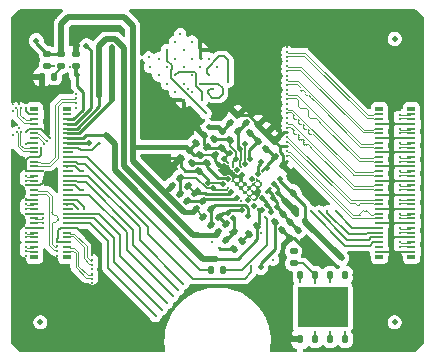
<source format=gbr>
%TF.GenerationSoftware,KiCad,Pcbnew,9.0.2*%
%TF.CreationDate,2025-11-14T17:05:06-08:00*%
%TF.ProjectId,pico2-nx-module,7069636f-322d-46e7-982d-6d6f64756c65,rev?*%
%TF.SameCoordinates,Original*%
%TF.FileFunction,Copper,L6,Bot*%
%TF.FilePolarity,Positive*%
%FSLAX46Y46*%
G04 Gerber Fmt 4.6, Leading zero omitted, Abs format (unit mm)*
G04 Created by KiCad (PCBNEW 9.0.2) date 2025-11-14 17:05:06*
%MOMM*%
%LPD*%
G01*
G04 APERTURE LIST*
G04 Aperture macros list*
%AMRoundRect*
0 Rectangle with rounded corners*
0 $1 Rounding radius*
0 $2 $3 $4 $5 $6 $7 $8 $9 X,Y pos of 4 corners*
0 Add a 4 corners polygon primitive as box body*
4,1,4,$2,$3,$4,$5,$6,$7,$8,$9,$2,$3,0*
0 Add four circle primitives for the rounded corners*
1,1,$1+$1,$2,$3*
1,1,$1+$1,$4,$5*
1,1,$1+$1,$6,$7*
1,1,$1+$1,$8,$9*
0 Add four rect primitives between the rounded corners*
20,1,$1+$1,$2,$3,$4,$5,0*
20,1,$1+$1,$4,$5,$6,$7,0*
20,1,$1+$1,$6,$7,$8,$9,0*
20,1,$1+$1,$8,$9,$2,$3,0*%
G04 Aperture macros list end*
%TA.AperFunction,SMDPad,CuDef*%
%ADD10RoundRect,0.100000X-0.021213X-0.162635X0.162635X0.021213X0.021213X0.162635X-0.162635X-0.021213X0*%
%TD*%
%TA.AperFunction,SMDPad,CuDef*%
%ADD11RoundRect,0.140000X-0.219203X-0.021213X-0.021213X-0.219203X0.219203X0.021213X0.021213X0.219203X0*%
%TD*%
%TA.AperFunction,SMDPad,CuDef*%
%ADD12RoundRect,0.100000X0.162635X-0.021213X-0.021213X0.162635X-0.162635X0.021213X0.021213X-0.162635X0*%
%TD*%
%TA.AperFunction,SMDPad,CuDef*%
%ADD13RoundRect,0.100000X-0.162635X0.021213X0.021213X-0.162635X0.162635X-0.021213X-0.021213X0.162635X0*%
%TD*%
%TA.AperFunction,SMDPad,CuDef*%
%ADD14RoundRect,0.140000X0.219203X0.021213X0.021213X0.219203X-0.219203X-0.021213X-0.021213X-0.219203X0*%
%TD*%
%TA.AperFunction,SMDPad,CuDef*%
%ADD15RoundRect,0.140000X0.021213X-0.219203X0.219203X-0.021213X-0.021213X0.219203X-0.219203X0.021213X0*%
%TD*%
%TA.AperFunction,SMDPad,CuDef*%
%ADD16RoundRect,0.140000X-0.021213X0.219203X-0.219203X0.021213X0.021213X-0.219203X0.219203X-0.021213X0*%
%TD*%
%TA.AperFunction,SMDPad,CuDef*%
%ADD17RoundRect,0.135000X0.185000X-0.135000X0.185000X0.135000X-0.185000X0.135000X-0.185000X-0.135000X0*%
%TD*%
%TA.AperFunction,SMDPad,CuDef*%
%ADD18RoundRect,0.100000X0.021213X0.162635X-0.162635X-0.021213X-0.021213X-0.162635X0.162635X0.021213X0*%
%TD*%
%TA.AperFunction,SMDPad,CuDef*%
%ADD19RoundRect,0.125000X0.125000X-0.250000X0.125000X0.250000X-0.125000X0.250000X-0.125000X-0.250000X0*%
%TD*%
%TA.AperFunction,HeatsinkPad*%
%ADD20R,4.300000X3.400000*%
%TD*%
%TA.AperFunction,SMDPad,CuDef*%
%ADD21R,0.660000X0.230000*%
%TD*%
%TA.AperFunction,SMDPad,CuDef*%
%ADD22R,0.660000X0.350000*%
%TD*%
%TA.AperFunction,SMDPad,CuDef*%
%ADD23C,0.500000*%
%TD*%
%TA.AperFunction,SMDPad,CuDef*%
%ADD24RoundRect,0.135000X0.135000X0.185000X-0.135000X0.185000X-0.135000X-0.185000X0.135000X-0.185000X0*%
%TD*%
%TA.AperFunction,SMDPad,CuDef*%
%ADD25RoundRect,0.135000X-0.185000X0.135000X-0.185000X-0.135000X0.185000X-0.135000X0.185000X0.135000X0*%
%TD*%
%TA.AperFunction,SMDPad,CuDef*%
%ADD26RoundRect,0.135000X-0.135000X-0.185000X0.135000X-0.185000X0.135000X0.185000X-0.135000X0.185000X0*%
%TD*%
%TA.AperFunction,BGAPad,CuDef*%
%ADD27C,0.320000*%
%TD*%
%TA.AperFunction,SMDPad,CuDef*%
%ADD28RoundRect,0.140000X0.170000X-0.140000X0.170000X0.140000X-0.170000X0.140000X-0.170000X-0.140000X0*%
%TD*%
%TA.AperFunction,ViaPad*%
%ADD29C,0.254000*%
%TD*%
%TA.AperFunction,ViaPad*%
%ADD30C,0.508000*%
%TD*%
%TA.AperFunction,Conductor*%
%ADD31C,0.156464*%
%TD*%
%TA.AperFunction,Conductor*%
%ADD32C,0.254000*%
%TD*%
%TA.AperFunction,Conductor*%
%ADD33C,0.203200*%
%TD*%
%TA.AperFunction,Conductor*%
%ADD34C,0.381000*%
%TD*%
%TA.AperFunction,Conductor*%
%ADD35C,0.127000*%
%TD*%
%TA.AperFunction,Conductor*%
%ADD36C,0.076200*%
%TD*%
%TA.AperFunction,Conductor*%
%ADD37C,0.304800*%
%TD*%
%TA.AperFunction,Conductor*%
%ADD38C,0.508000*%
%TD*%
%TA.AperFunction,Conductor*%
%ADD39C,0.103378*%
%TD*%
G04 APERTURE END LIST*
D10*
%TO.P,C47,1*%
%TO.N,P1VD_FPGA*%
X118097452Y-83652548D03*
%TO.P,C47,2*%
%TO.N,GND*%
X118550000Y-83200000D03*
%TD*%
D11*
%TO.P,FB7,1,1*%
%TO.N,P1VD_FPGA*%
X116752356Y-88042356D03*
%TO.P,FB7,2,2*%
%TO.N,Net-(U3G-VCCDPHY1)*%
X117431178Y-88721178D03*
%TD*%
D12*
%TO.P,C33,1*%
%TO.N,Net-(U3F-VCCPLLDPHY0)*%
X117642548Y-85642548D03*
%TO.P,C33,2*%
%TO.N,GND*%
X117190000Y-85190000D03*
%TD*%
%TO.P,C36,1*%
%TO.N,Net-(U3G-VCCDPHY1)*%
X120542548Y-87972548D03*
%TO.P,C36,2*%
%TO.N,GND*%
X120090000Y-87520000D03*
%TD*%
D11*
%TO.P,FB9,1,1*%
%TO.N,P1V8D_FPGA*%
X119060000Y-80150000D03*
%TO.P,FB9,2,2*%
%TO.N,Net-(U3H-VCCAUXH5)*%
X119738822Y-80828822D03*
%TD*%
D12*
%TO.P,C45,1*%
%TO.N,P1V8D_FPGA*%
X122162548Y-83912548D03*
%TO.P,C45,2*%
%TO.N,GND*%
X121710000Y-83460000D03*
%TD*%
D13*
%TO.P,C38,1*%
%TO.N,GND*%
X118890000Y-87720000D03*
%TO.P,C38,2*%
%TO.N,Net-(U3G-VCCADPHY1)*%
X119342548Y-88172548D03*
%TD*%
D14*
%TO.P,C27,1*%
%TO.N,Net-(U3G-VCCPLLDPHY1)*%
X116790000Y-86720000D03*
%TO.P,C27,2*%
%TO.N,GND*%
X116111178Y-86041178D03*
%TD*%
D15*
%TO.P,C41,1*%
%TO.N,P1V8D_FPGA*%
X122140000Y-82350000D03*
%TO.P,C41,2*%
%TO.N,GND*%
X122818822Y-81671178D03*
%TD*%
D16*
%TO.P,FB4,1,1*%
%TO.N,P1VD_FPGA*%
X116473614Y-82848658D03*
%TO.P,FB4,2,2*%
%TO.N,Net-(U3F-VCCDPHY0)*%
X115794792Y-83527480D03*
%TD*%
D13*
%TO.P,C12,1*%
%TO.N,P3V3D_FPGA*%
X120596893Y-86679231D03*
%TO.P,C12,2*%
%TO.N,GND*%
X121049441Y-87131779D03*
%TD*%
D10*
%TO.P,C76,1*%
%TO.N,/FPGA/PVCCAUX*%
X122697452Y-86492548D03*
%TO.P,C76,2*%
%TO.N,GND*%
X123150000Y-86040000D03*
%TD*%
D11*
%TO.P,FB5,1,1*%
%TO.N,P1V8D_FPGA*%
X118060000Y-89360000D03*
%TO.P,FB5,2,2*%
%TO.N,Net-(U3G-VCCADPHY1)*%
X118738822Y-90038822D03*
%TD*%
D17*
%TO.P,R8,1*%
%TO.N,Net-(U5-PG)*%
X103580001Y-75279997D03*
%TO.P,R8,2*%
%TO.N,P1VD_FPGA*%
X103580001Y-74259999D03*
%TD*%
D18*
%TO.P,C15,1*%
%TO.N,PVIO5_FPGA*%
X120770000Y-83140000D03*
%TO.P,C15,2*%
%TO.N,GND*%
X120317452Y-83592548D03*
%TD*%
%TO.P,C83,1*%
%TO.N,/FPGA/PVCCAUX*%
X122992548Y-87237452D03*
%TO.P,C83,2*%
%TO.N,GND*%
X122540000Y-87690000D03*
%TD*%
D10*
%TO.P,C13,1*%
%TO.N,PVIO1_FPGA*%
X121740000Y-87520000D03*
%TO.P,C13,2*%
%TO.N,GND*%
X122192548Y-87067452D03*
%TD*%
D15*
%TO.P,C7,1*%
%TO.N,PVIO5_FPGA*%
X121450000Y-81660000D03*
%TO.P,C7,2*%
%TO.N,GND*%
X122128822Y-80981178D03*
%TD*%
D10*
%TO.P,C46,1*%
%TO.N,Net-(U3H-VCCAUXH5)*%
X119907452Y-82362548D03*
%TO.P,C46,2*%
%TO.N,GND*%
X120360000Y-81910000D03*
%TD*%
D16*
%TO.P,C43,1*%
%TO.N,/FPGA/PVCCAUX*%
X124173832Y-88524948D03*
%TO.P,C43,2*%
%TO.N,GND*%
X123495010Y-89203770D03*
%TD*%
D14*
%TO.P,C39,1*%
%TO.N,P1VD_FPGA*%
X117777181Y-82866494D03*
%TO.P,C39,2*%
%TO.N,GND*%
X117098359Y-82187672D03*
%TD*%
D11*
%TO.P,C29,1*%
%TO.N,P1V8D_FPGA*%
X122831178Y-83001178D03*
%TO.P,C29,2*%
%TO.N,GND*%
X123510000Y-83680000D03*
%TD*%
D14*
%TO.P,FB6,1,1*%
%TO.N,P1VD_FPGA*%
X116132096Y-87420561D03*
%TO.P,FB6,2,2*%
%TO.N,Net-(U3G-VCCPLLDPHY1)*%
X115453274Y-86741739D03*
%TD*%
%TO.P,C42,1*%
%TO.N,Net-(U3H-VCCAUXH5)*%
X120378822Y-80148822D03*
%TO.P,C42,2*%
%TO.N,GND*%
X119700000Y-79470000D03*
%TD*%
D13*
%TO.P,C37,1*%
%TO.N,GND*%
X119069955Y-82697873D03*
%TO.P,C37,2*%
%TO.N,Net-(U3F-VCCADPHY0)*%
X119522503Y-83150421D03*
%TD*%
D19*
%TO.P,U4,1,~{CS}*%
%TO.N,/FPGA/FLASH_CSn*%
X128805400Y-98408985D03*
%TO.P,U4,2,DO(IO1)*%
%TO.N,/FPGA/MISO*%
X127535400Y-98408985D03*
%TO.P,U4,3,IO2*%
%TO.N,/FPGA/SD2*%
X126265400Y-98408985D03*
%TO.P,U4,4,GND*%
%TO.N,GND*%
X124995400Y-98408985D03*
%TO.P,U4,5,DI(IO0)*%
%TO.N,/FPGA/MOSI*%
X124995400Y-93008985D03*
%TO.P,U4,6,CLK*%
%TO.N,/FPGA/SCLK*%
X126265400Y-93008985D03*
%TO.P,U4,7,IO3*%
%TO.N,/FPGA/SD3*%
X127535400Y-93008985D03*
%TO.P,U4,8,VCC*%
%TO.N,P3V3D_FPGA*%
X128805400Y-93008985D03*
D20*
%TO.P,U4,9*%
%TO.N,N/C*%
X126900400Y-95708985D03*
%TD*%
D21*
%TO.P,J2,1,Pin_1*%
%TO.N,/FPGA/PB58N*%
X134410000Y-79400000D03*
%TO.P,J2,2,Pin_2*%
%TO.N,/FPGA/PB16P*%
X131700000Y-79400000D03*
%TO.P,J2,3,Pin_3*%
%TO.N,/FPGA/PB58P*%
X134410000Y-79800000D03*
%TO.P,J2,4,Pin_4*%
%TO.N,/FPGA/PB16N*%
X131700000Y-79800000D03*
%TO.P,J2,5,Pin_5*%
%TO.N,GND*%
X134410000Y-80200000D03*
%TO.P,J2,6,Pin_6*%
X131700000Y-80200000D03*
%TO.P,J2,7,Pin_7*%
%TO.N,/FPGA/PB60N*%
X134410000Y-80600000D03*
%TO.P,J2,8,Pin_8*%
%TO.N,/FPGA/PB18P*%
X131700000Y-80600000D03*
%TO.P,J2,9,Pin_9*%
%TO.N,/FPGA/PB60P*%
X134410000Y-81000000D03*
%TO.P,J2,10,Pin_10*%
%TO.N,/FPGA/PB18N*%
X131700000Y-81000000D03*
%TO.P,J2,11,Pin_11*%
%TO.N,GND*%
X134410000Y-81400000D03*
%TO.P,J2,12,Pin_12*%
X131700000Y-81400000D03*
%TO.P,J2,13,Pin_13*%
%TO.N,/FPGA/PB56P*%
X134410000Y-81800000D03*
%TO.P,J2,14,Pin_14*%
%TO.N,/FPGA/PB20P*%
X131700000Y-81800000D03*
%TO.P,J2,15,Pin_15*%
%TO.N,/FPGA/PB56N*%
X134410000Y-82200000D03*
%TO.P,J2,16,Pin_16*%
%TO.N,/FPGA/PB20N*%
X131700000Y-82200000D03*
%TO.P,J2,17,Pin_17*%
%TO.N,GND*%
X134410000Y-82600000D03*
%TO.P,J2,18,Pin_18*%
X131700000Y-82600000D03*
%TO.P,J2,19,Pin_19*%
%TO.N,/FPGA/PB62P*%
X134410000Y-83000000D03*
%TO.P,J2,20,Pin_20*%
%TO.N,/FPGA/PB26P*%
X131700000Y-83000000D03*
%TO.P,J2,21,Pin_21*%
%TO.N,/FPGA/PB62N*%
X134410000Y-83400000D03*
%TO.P,J2,22,Pin_22*%
%TO.N,/FPGA/PB26N*%
X131700000Y-83400000D03*
%TO.P,J2,23,Pin_23*%
%TO.N,GND*%
X134410000Y-83800000D03*
%TO.P,J2,24,Pin_24*%
X131700000Y-83800000D03*
%TO.P,J2,25,Pin_25*%
%TO.N,/FPGA/PB64N*%
X134410000Y-84200000D03*
%TO.P,J2,26,Pin_26*%
%TO.N,/FPGA/PB30N*%
X131700000Y-84200000D03*
%TO.P,J2,27,Pin_27*%
%TO.N,/FPGA/PB64P*%
X134410000Y-84600000D03*
%TO.P,J2,28,Pin_28*%
%TO.N,/FPGA/PB30P*%
X131700000Y-84600000D03*
%TO.P,J2,29,Pin_29*%
%TO.N,GND*%
X134410000Y-85000000D03*
%TO.P,J2,30,Pin_30*%
X131700000Y-85000000D03*
%TO.P,J2,31,Pin_31*%
%TO.N,/FPGA/PB66N*%
X134410000Y-85400000D03*
%TO.P,J2,32,Pin_32*%
%TO.N,/FPGA/PB28N*%
X131700000Y-85400000D03*
%TO.P,J2,33,Pin_33*%
%TO.N,/FPGA/PB66P*%
X134410000Y-85800000D03*
%TO.P,J2,34,Pin_34*%
%TO.N,/FPGA/PB28P*%
X131700000Y-85800000D03*
%TO.P,J2,35,Pin_35*%
%TO.N,GND*%
X134410000Y-86200000D03*
%TO.P,J2,36,Pin_36*%
X131700000Y-86200000D03*
%TO.P,J2,37,Pin_37*%
%TO.N,/FPGA/PB68N*%
X134410000Y-86600000D03*
%TO.P,J2,38,Pin_38*%
%TO.N,/FPGA/PB22N*%
X131700000Y-86600000D03*
%TO.P,J2,39,Pin_39*%
%TO.N,/FPGA/PB68P*%
X134410000Y-87000000D03*
%TO.P,J2,40,Pin_40*%
%TO.N,/FPGA/PB22P*%
X131700000Y-87000000D03*
%TO.P,J2,41,Pin_41*%
%TO.N,GND*%
X134410000Y-87400000D03*
%TO.P,J2,42,Pin_42*%
X131700000Y-87400000D03*
%TO.P,J2,43,Pin_43*%
%TO.N,/FPGA/PB70P*%
X134410000Y-87800000D03*
%TO.P,J2,44,Pin_44*%
%TO.N,/FPGA/PB24P*%
X131700000Y-87800000D03*
%TO.P,J2,45,Pin_45*%
%TO.N,/FPGA/PB70N*%
X134410000Y-88200000D03*
%TO.P,J2,46,Pin_46*%
%TO.N,/FPGA/PB24N*%
X131700000Y-88200000D03*
%TO.P,J2,47,Pin_47*%
%TO.N,GND*%
X134410000Y-88600000D03*
%TO.P,J2,48,Pin_48*%
X131700000Y-88600000D03*
%TO.P,J2,49,Pin_49*%
%TO.N,/FPGA/PR13N*%
X134410000Y-89000000D03*
%TO.P,J2,50,Pin_50*%
%TO.N,/FPGA/PB52B*%
X131700000Y-89000000D03*
%TO.P,J2,51,Pin_51*%
%TO.N,/FPGA/PR13P*%
X134410000Y-89400000D03*
%TO.P,J2,52,Pin_52*%
%TO.N,/FPGA/PB52A*%
X131700000Y-89400000D03*
%TO.P,J2,53,Pin_53*%
%TO.N,GND*%
X134410000Y-89800000D03*
%TO.P,J2,54,Pin_54*%
%TO.N,/FPGA/PB50B*%
X131700000Y-89800000D03*
%TO.P,J2,55,Pin_55*%
%TO.N,/FPGA/PR11N*%
X134410000Y-90200000D03*
%TO.P,J2,56,Pin_56*%
%TO.N,/FPGA/PB50A*%
X131700000Y-90200000D03*
%TO.P,J2,57,Pin_57*%
%TO.N,/FPGA/PR11P*%
X134410000Y-90600000D03*
%TO.P,J2,58,Pin_58*%
%TO.N,unconnected-(J2-Pin_58-Pad58)*%
X131700000Y-90600000D03*
%TO.P,J2,59,Pin_59*%
%TO.N,GND*%
X134410000Y-91000000D03*
%TO.P,J2,60,Pin_60*%
X131700000Y-91000000D03*
D22*
%TO.P,J2,61*%
%TO.N,N/C*%
X134410000Y-78925000D03*
%TO.P,J2,62*%
X131700000Y-78925000D03*
%TO.P,J2,63*%
X134410000Y-91475000D03*
%TO.P,J2,64*%
X131700000Y-91475000D03*
%TD*%
D15*
%TO.P,FB8,1,1*%
%TO.N,P1V8D_FPGA*%
X122844312Y-88537778D03*
%TO.P,FB8,2,2*%
%TO.N,/FPGA/PVCCAUX*%
X123523134Y-87858956D03*
%TD*%
D23*
%TO.P,FID6,*%
%TO.N,*%
X133000000Y-73000000D03*
%TD*%
D12*
%TO.P,C81,1*%
%TO.N,P1VD_FPGA*%
X120100000Y-84550000D03*
%TO.P,C81,2*%
%TO.N,GND*%
X119647452Y-84097452D03*
%TD*%
D24*
%TO.P,R12,1*%
%TO.N,Net-(U3B-PR9B)*%
X118500000Y-92550000D03*
%TO.P,R12,2*%
%TO.N,/FPGA/PR9B*%
X117480002Y-92550000D03*
%TD*%
D25*
%TO.P,R3,1*%
%TO.N,Net-(U3A-PT59A{slash}MCLK{slash}PCLKT0_0)*%
X124450000Y-90980002D03*
%TO.P,R3,2*%
%TO.N,/FPGA/SCLK*%
X124450000Y-92000000D03*
%TD*%
D23*
%TO.P,FID5,*%
%TO.N,*%
X103000000Y-97000000D03*
%TD*%
D15*
%TO.P,C8,1*%
%TO.N,P3V3D_FPGA*%
X119410000Y-90830000D03*
%TO.P,C8,2*%
%TO.N,GND*%
X120088822Y-90151178D03*
%TD*%
D11*
%TO.P,FB3,1,1*%
%TO.N,P1VD_FPGA*%
X114126820Y-85428319D03*
%TO.P,FB3,2,2*%
%TO.N,Net-(U3F-VCCPLLDPHY0)*%
X114805642Y-86107141D03*
%TD*%
D26*
%TO.P,R26,1*%
%TO.N,GND*%
X103170006Y-76199998D03*
%TO.P,R26,2*%
%TO.N,Net-(U5-FB)*%
X104190004Y-76199998D03*
%TD*%
D15*
%TO.P,C30,1*%
%TO.N,GND*%
X118380877Y-82203923D03*
%TO.P,C30,2*%
%TO.N,Net-(U3F-VCCADPHY0)*%
X119059699Y-81525101D03*
%TD*%
D23*
%TO.P,FID7,*%
%TO.N,*%
X133000000Y-97000000D03*
%TD*%
D12*
%TO.P,C35,1*%
%TO.N,Net-(U3G-VCCPLLDPHY1)*%
X119622548Y-86452548D03*
%TO.P,C35,2*%
%TO.N,GND*%
X119170000Y-86000000D03*
%TD*%
D21*
%TO.P,J3,1,Pin_1*%
%TO.N,/FPGA/SHUTDOWNn*%
X105210000Y-79400000D03*
%TO.P,J3,2,Pin_2*%
%TO.N,GND*%
X102500000Y-79400000D03*
%TO.P,J3,3,Pin_3*%
%TO.N,P5VD_AON*%
X105210000Y-79800000D03*
%TO.P,J3,4,Pin_4*%
%TO.N,/FPGA/DPHY0.D0-*%
X102500000Y-79800000D03*
%TO.P,J3,5,Pin_5*%
%TO.N,PVIO5_FPGA*%
X105210000Y-80200000D03*
%TO.P,J3,6,Pin_6*%
%TO.N,/FPGA/DPHY0.D0+*%
X102500000Y-80200000D03*
%TO.P,J3,7,Pin_7*%
%TO.N,P1V8D_FPGA*%
X105210000Y-80600000D03*
%TO.P,J3,8,Pin_8*%
%TO.N,GND*%
X102500000Y-80600000D03*
%TO.P,J3,9,Pin_9*%
%TO.N,PVIO3_FPGA*%
X105210000Y-81000000D03*
%TO.P,J3,10,Pin_10*%
%TO.N,/FPGA/DPHY0.D1-*%
X102500000Y-81000000D03*
%TO.P,J3,11,Pin_11*%
%TO.N,PVIO1_FPGA*%
X105210000Y-81400000D03*
%TO.P,J3,12,Pin_12*%
%TO.N,/FPGA/DPHY0.D1+*%
X102500000Y-81400000D03*
%TO.P,J3,13,Pin_13*%
%TO.N,P3V3D_FPGA*%
X105210000Y-81800000D03*
%TO.P,J3,14,Pin_14*%
%TO.N,GND*%
X102500000Y-81800000D03*
%TO.P,J3,15,Pin_15*%
%TO.N,/FPGA/FPGA_EN*%
X105210000Y-82200000D03*
%TO.P,J3,16,Pin_16*%
%TO.N,/FPGA/DPHY0.CLK-*%
X102500000Y-82200000D03*
%TO.P,J3,17,Pin_17*%
%TO.N,/FPGA/PT57A*%
X105210000Y-82600000D03*
%TO.P,J3,18,Pin_18*%
%TO.N,/FPGA/DPHY0.CLK+*%
X102500000Y-82600000D03*
%TO.P,J3,19,Pin_19*%
%TO.N,/FPGA/PR9B*%
X105210000Y-83000000D03*
%TO.P,J3,20,Pin_20*%
%TO.N,GND*%
X102500000Y-83000000D03*
%TO.P,J3,21,Pin_21*%
%TO.N,/FPGA/PT65B*%
X105210000Y-83400000D03*
%TO.P,J3,22,Pin_22*%
%TO.N,/FPGA/DPHY0.D2-*%
X102500000Y-83400000D03*
%TO.P,J3,23,Pin_23*%
%TO.N,/FPGA/PROGRAMn*%
X105210000Y-83800000D03*
%TO.P,J3,24,Pin_24*%
%TO.N,/FPGA/DPHY0.D2+*%
X102500000Y-83800000D03*
%TO.P,J3,25,Pin_25*%
%TO.N,/FPGA/DONE*%
X105210000Y-84200000D03*
%TO.P,J3,26,Pin_26*%
%TO.N,GND*%
X102500000Y-84200000D03*
%TO.P,J3,27,Pin_27*%
%TO.N,/FPGA/MOSI*%
X105210000Y-84600000D03*
%TO.P,J3,28,Pin_28*%
%TO.N,/FPGA/DPHY0.D3-*%
X102500000Y-84600000D03*
%TO.P,J3,29,Pin_29*%
%TO.N,/FPGA/SCLK*%
X105210000Y-85000000D03*
%TO.P,J3,30,Pin_30*%
%TO.N,/FPGA/DPHY0.D3+*%
X102500000Y-85000000D03*
%TO.P,J3,31,Pin_31*%
%TO.N,/FPGA/TDI*%
X105210000Y-85400000D03*
%TO.P,J3,32,Pin_32*%
%TO.N,GND*%
X102500000Y-85400000D03*
%TO.P,J3,33,Pin_33*%
%TO.N,/FPGA/TDO*%
X105210000Y-85800000D03*
%TO.P,J3,34,Pin_34*%
%TO.N,/FPGA/DPHY1.D3+*%
X102500000Y-85800000D03*
%TO.P,J3,35,Pin_35*%
%TO.N,/FPGA/SD3*%
X105210000Y-86200000D03*
%TO.P,J3,36,Pin_36*%
%TO.N,/FPGA/DPHY1.D3-*%
X102500000Y-86200000D03*
%TO.P,J3,37,Pin_37*%
%TO.N,/FPGA/TMS*%
X105210000Y-86600000D03*
%TO.P,J3,38,Pin_38*%
%TO.N,GND*%
X102500000Y-86600000D03*
%TO.P,J3,39,Pin_39*%
%TO.N,/FPGA/JTAG_EN*%
X105210000Y-87000000D03*
%TO.P,J3,40,Pin_40*%
%TO.N,/FPGA/DPHY1.D2+*%
X102500000Y-87000000D03*
%TO.P,J3,41,Pin_41*%
%TO.N,/FPGA/TCK*%
X105210000Y-87400000D03*
%TO.P,J3,42,Pin_42*%
%TO.N,/FPGA/DPHY1.D2-*%
X102500000Y-87400000D03*
%TO.P,J3,43,Pin_43*%
%TO.N,/FPGA/FLASH_CSn*%
X105210000Y-87800000D03*
%TO.P,J3,44,Pin_44*%
%TO.N,GND*%
X102500000Y-87800000D03*
%TO.P,J3,45,Pin_45*%
%TO.N,/FPGA/MISO*%
X105210000Y-88200000D03*
%TO.P,J3,46,Pin_46*%
%TO.N,/FPGA/DPHY1.CLK+*%
X102500000Y-88200000D03*
%TO.P,J3,47,Pin_47*%
%TO.N,/FPGA/SD2*%
X105210000Y-88600000D03*
%TO.P,J3,48,Pin_48*%
%TO.N,/FPGA/DPHY1.CLK-*%
X102500000Y-88600000D03*
%TO.P,J3,49,Pin_49*%
%TO.N,GND*%
X105210000Y-89000000D03*
%TO.P,J3,50,Pin_50*%
X102500000Y-89000000D03*
%TO.P,J3,51,Pin_51*%
%TO.N,/FPGA/PT67P*%
X105210000Y-89400000D03*
%TO.P,J3,52,Pin_52*%
%TO.N,/FPGA/DPHY1.D1+*%
X102500000Y-89400000D03*
%TO.P,J3,53,Pin_53*%
%TO.N,/FPGA/PT67N*%
X105210000Y-89800000D03*
%TO.P,J3,54,Pin_54*%
%TO.N,/FPGA/DPHY1.D1-*%
X102500000Y-89800000D03*
%TO.P,J3,55,Pin_55*%
%TO.N,GND*%
X105210000Y-90200000D03*
%TO.P,J3,56,Pin_56*%
X102500000Y-90200000D03*
%TO.P,J3,57,Pin_57*%
%TO.N,/FPGA/PR7P*%
X105210000Y-90600000D03*
%TO.P,J3,58,Pin_58*%
%TO.N,/FPGA/DPHY1.D0+*%
X102500000Y-90600000D03*
%TO.P,J3,59,Pin_59*%
%TO.N,/FPGA/PR7N*%
X105210000Y-91000000D03*
%TO.P,J3,60,Pin_60*%
%TO.N,/FPGA/DPHY1.D0-*%
X102500000Y-91000000D03*
D22*
%TO.P,J3,61*%
%TO.N,N/C*%
X105210000Y-78925000D03*
%TO.P,J3,62*%
X102500000Y-78925000D03*
%TO.P,J3,63*%
X105210000Y-91475000D03*
%TO.P,J3,64*%
X102500000Y-91475000D03*
%TD*%
D16*
%TO.P,FB2,1,1*%
%TO.N,P1V8D_FPGA*%
X118408330Y-80813630D03*
%TO.P,FB2,2,2*%
%TO.N,Net-(U3F-VCCADPHY0)*%
X117729508Y-81492452D03*
%TD*%
%TO.P,C40,1*%
%TO.N,/FPGA/PVCCAUX*%
X124832654Y-89176126D03*
%TO.P,C40,2*%
%TO.N,GND*%
X124153832Y-89854948D03*
%TD*%
D27*
%TO.P,U13,A2,RFU_1*%
%TO.N,unconnected-(U13-RFU_1-PadA2)*%
X114422893Y-73248680D03*
%TO.P,U13,A3,CS#*%
%TO.N,/FPGA/SRAM_CEN*%
X113715786Y-73955786D03*
%TO.P,U13,A4,RESET#*%
%TO.N,/FPGA/SRAM_RSTn*%
X113008680Y-74662893D03*
%TO.P,U13,A5,RFU_2*%
%TO.N,unconnected-(U13-RFU_2-PadA5)*%
X112301573Y-75370000D03*
%TO.P,U13,B1,CK#*%
%TO.N,/FPGA/SRAM_CLK_N*%
X115837107Y-73248680D03*
%TO.P,U13,B2,CK*%
%TO.N,/FPGA/SRAM_CLK_P*%
X115130000Y-73955786D03*
%TO.P,U13,B3,VSS*%
%TO.N,GND*%
X114422893Y-74662893D03*
%TO.P,U13,B4,VCC*%
%TO.N,P1V8D_FPGA*%
X113715786Y-75370000D03*
%TO.P,U13,B5,RFU_3*%
%TO.N,unconnected-(U13-RFU_3-PadB5)*%
X113008680Y-76077107D03*
%TO.P,U13,C1,VSSQ_1*%
%TO.N,GND*%
X116544214Y-73955786D03*
%TO.P,U13,C2,RFU_4*%
%TO.N,unconnected-(U13-RFU_4-PadC2)*%
X115837107Y-74662893D03*
%TO.P,U13,C3,RWDS*%
%TO.N,/FPGA/SRAM_RW*%
X115130000Y-75370000D03*
%TO.P,U13,C4,DQ2*%
%TO.N,/FPGA/SRAM_DQ2*%
X114422893Y-76077107D03*
%TO.P,U13,C5,RFU_5*%
%TO.N,unconnected-(U13-RFU_5-PadC5)*%
X113715786Y-76784214D03*
%TO.P,U13,D1,VCCQ_1*%
%TO.N,P1V8D_FPGA*%
X117251320Y-74662893D03*
%TO.P,U13,D2,DQ1*%
%TO.N,/FPGA/SRAM_DQ1*%
X116544214Y-75370000D03*
%TO.P,U13,D3,DQ0*%
%TO.N,/FPGA/SRAM_DQ0*%
X115837107Y-76077107D03*
%TO.P,U13,D4,DQ3*%
%TO.N,/FPGA/SRAM_DQ3*%
X115130000Y-76784214D03*
%TO.P,U13,D5,DQ4*%
%TO.N,/FPGA/SRAM_DQ4*%
X114422893Y-77491320D03*
%TO.P,U13,E1,DQ7*%
%TO.N,/FPGA/SRAM_DQ7*%
X117958427Y-75370000D03*
%TO.P,U13,E2,DQ6*%
%TO.N,/FPGA/SRAM_DQ6*%
X117251320Y-76077107D03*
%TO.P,U13,E3,DQ5*%
%TO.N,/FPGA/SRAM_DQ5*%
X116544214Y-76784214D03*
%TO.P,U13,E4,VCCQ_2*%
%TO.N,P1V8D_FPGA*%
X115837107Y-77491320D03*
%TO.P,U13,E5,VSSQ_2*%
%TO.N,GND*%
X115130000Y-78198427D03*
%TD*%
D13*
%TO.P,C44,1*%
%TO.N,P1VD_FPGA*%
X121287452Y-86007452D03*
%TO.P,C44,2*%
%TO.N,GND*%
X121740000Y-86460000D03*
%TD*%
D16*
%TO.P,C24,1*%
%TO.N,P1VD_FPGA*%
X115558850Y-82401279D03*
%TO.P,C24,2*%
%TO.N,GND*%
X114880028Y-83080101D03*
%TD*%
%TO.P,C26,1*%
%TO.N,Net-(U3F-VCCDPHY0)*%
X117135333Y-83485913D03*
%TO.P,C26,2*%
%TO.N,GND*%
X116456511Y-84164735D03*
%TD*%
D11*
%TO.P,C28,1*%
%TO.N,Net-(U3G-VCCDPHY1)*%
X117410000Y-87380000D03*
%TO.P,C28,2*%
%TO.N,GND*%
X118088822Y-88058822D03*
%TD*%
D15*
%TO.P,C11,1*%
%TO.N,PVIO5_FPGA*%
X120771178Y-80978822D03*
%TO.P,C11,2*%
%TO.N,GND*%
X121450000Y-80300000D03*
%TD*%
D17*
%TO.P,R18,1*%
%TO.N,Net-(U5-FB)*%
X104770003Y-75279998D03*
%TO.P,R18,2*%
%TO.N,P1VD_FPGA*%
X104770003Y-74260000D03*
%TD*%
D18*
%TO.P,C34,1*%
%TO.N,Net-(U3F-VCCDPHY0)*%
X118900000Y-84850000D03*
%TO.P,C34,2*%
%TO.N,GND*%
X118447452Y-85302548D03*
%TD*%
D15*
%TO.P,C32,1*%
%TO.N,P1VD_FPGA*%
X116181178Y-81788822D03*
%TO.P,C32,2*%
%TO.N,GND*%
X116860000Y-81110000D03*
%TD*%
D16*
%TO.P,C10,1*%
%TO.N,PVIO3_FPGA*%
X124378822Y-86021178D03*
%TO.P,C10,2*%
%TO.N,GND*%
X123700000Y-86700000D03*
%TD*%
%TO.P,C9,1*%
%TO.N,PVIO1_FPGA*%
X121370000Y-88870000D03*
%TO.P,C9,2*%
%TO.N,GND*%
X120691178Y-89548822D03*
%TD*%
D28*
%TO.P,C3,1*%
%TO.N,P5VD_AON*%
X106050000Y-75259998D03*
%TO.P,C3,2*%
%TO.N,GND*%
X106050000Y-74299998D03*
%TD*%
D10*
%TO.P,C84,1*%
%TO.N,/FPGA/PVCCAUX*%
X120931753Y-84901142D03*
%TO.P,C84,2*%
%TO.N,GND*%
X121384301Y-84448594D03*
%TD*%
D11*
%TO.P,C25,1*%
%TO.N,Net-(U3F-VCCPLLDPHY0)*%
X114806548Y-84741178D03*
%TO.P,C25,2*%
%TO.N,GND*%
X115485370Y-85420000D03*
%TD*%
%TO.P,C31,1*%
%TO.N,GND*%
X118730671Y-88690694D03*
%TO.P,C31,2*%
%TO.N,Net-(U3G-VCCADPHY1)*%
X119409493Y-89369516D03*
%TD*%
D18*
%TO.P,C14,1*%
%TO.N,PVIO3_FPGA*%
X123263571Y-84871018D03*
%TO.P,C14,2*%
%TO.N,GND*%
X122811023Y-85323566D03*
%TD*%
D29*
%TO.N,GND*%
X101788460Y-90194400D03*
D30*
X106060000Y-73510000D03*
D29*
X103188460Y-87794400D03*
X133410000Y-82600000D03*
D30*
X121250000Y-73810000D03*
D29*
X103200000Y-85000000D03*
X122812379Y-85278234D03*
X101788460Y-84194400D03*
X103188460Y-84194400D03*
X103835812Y-81362184D03*
X116610000Y-74650000D03*
X123900000Y-74900000D03*
X123900000Y-83300000D03*
X100670000Y-77860000D03*
X105700000Y-89000000D03*
X107400000Y-92506850D03*
X133410000Y-83800000D03*
D30*
X124188800Y-98196800D03*
D29*
X118923292Y-83510467D03*
X123900000Y-82100000D03*
X100658378Y-79920000D03*
X121398166Y-84571127D03*
X106040000Y-78810000D03*
X133420000Y-91000000D03*
X101750000Y-78890000D03*
X119983952Y-86692447D03*
D30*
X102620000Y-75040000D03*
D29*
X100680000Y-81130000D03*
X120337505Y-83510467D03*
X121751719Y-86338894D03*
X133420000Y-86200000D03*
D30*
X105270000Y-77360000D03*
D29*
X104416814Y-90162715D03*
D30*
X130259400Y-93497800D03*
D29*
X133410000Y-85000000D03*
X120621178Y-89516439D03*
X103084000Y-82237666D03*
X123900000Y-77300000D03*
X123900000Y-73700000D03*
X101788460Y-91394400D03*
D30*
X125340768Y-91300000D03*
D29*
X112868822Y-73891178D03*
X115140000Y-78710000D03*
X115130000Y-78198427D03*
X107400000Y-91320000D03*
X119630399Y-84217574D03*
X100660000Y-79110000D03*
X123900000Y-80900000D03*
X114422893Y-74662893D03*
X121044612Y-87046001D03*
X106040023Y-77649129D03*
X113540000Y-83510000D03*
X133410000Y-80200000D03*
X119983952Y-87399554D03*
X104430000Y-91390000D03*
X133410000Y-81400000D03*
X101770000Y-80892931D03*
X133410000Y-79000000D03*
X119276845Y-85985341D03*
X101190000Y-80580000D03*
X129451600Y-93015200D03*
X123900000Y-79700000D03*
X101788460Y-87794400D03*
X133420000Y-88600000D03*
X133420000Y-89800000D03*
X101788460Y-85394400D03*
X123900000Y-76100000D03*
X124500000Y-87390000D03*
X118569739Y-85278234D03*
X133420000Y-87400000D03*
X123900000Y-78500000D03*
X101190000Y-78470000D03*
X101788460Y-88994400D03*
X107410000Y-93700000D03*
D30*
X103940000Y-95370000D03*
D29*
X101810000Y-81856828D03*
X103188460Y-88994400D03*
X101788460Y-86594400D03*
D30*
%TO.N,P5VD_AON*%
X106060001Y-76079997D03*
D29*
%TO.N,Net-(U5-FB)*%
X104160002Y-76085000D03*
%TO.N,P3V3D_FPGA*%
X118079973Y-90700000D03*
X120691059Y-86692447D03*
X117557707Y-90177734D03*
X128805400Y-93008985D03*
D30*
X107110691Y-81800691D03*
D29*
%TO.N,P1V8D_FPGA*%
X115530000Y-77240000D03*
D30*
X121640768Y-92349286D03*
D29*
X121751719Y-84217574D03*
D30*
X117270461Y-80500000D03*
D29*
X114850000Y-72560000D03*
X117251320Y-74662893D03*
X113715786Y-75370000D03*
D30*
X107970000Y-73570000D03*
D29*
X115837107Y-77491320D03*
X112177504Y-74570000D03*
%TO.N,P1VD_FPGA*%
X119276845Y-84571127D03*
X119983952Y-84571127D03*
X121398166Y-85985341D03*
D30*
X102640001Y-73149997D03*
D29*
%TO.N,Net-(U3F-VCCPLLDPHY0)*%
X118923292Y-85631787D03*
%TO.N,Net-(U3F-VCCDPHY0)*%
X118923292Y-84924680D03*
%TO.N,Net-(U3G-VCCPLLDPHY1)*%
X119630399Y-86338894D03*
%TO.N,Net-(U3G-VCCDPHY1)*%
X120337505Y-87046001D03*
%TO.N,Net-(U3F-VCCADPHY0)*%
X119272545Y-83859720D03*
%TO.N,Net-(U3G-VCCADPHY1)*%
X119080000Y-89390000D03*
%TO.N,/FPGA/PVCCAUX*%
X122105272Y-85985341D03*
X122458826Y-85631787D03*
X121044612Y-84924680D03*
%TO.N,Net-(U3H-VCCAUXH5)*%
X119983952Y-83864020D03*
%TO.N,PVIO5_FPGA*%
X120691059Y-83156913D03*
D30*
X106890000Y-73580000D03*
D29*
%TO.N,PVIO1_FPGA*%
X121398166Y-87400000D03*
%TO.N,PVIO3_FPGA*%
X123165933Y-84924681D03*
D30*
X109050000Y-73650000D03*
X128506800Y-91567400D03*
D29*
%TO.N,/FPGA/DPHY0.CLK-*%
X101385310Y-80911174D03*
%TO.N,/FPGA/DPHY1.CLK-*%
X103218512Y-88596850D03*
%TO.N,/FPGA/DONE*%
X105700000Y-84200000D03*
%TO.N,/FPGA/DPHY0.D0+*%
X100973893Y-78889288D03*
%TO.N,/FPGA/FPGA_EN*%
X105470000Y-75340000D03*
X107940000Y-81820000D03*
%TO.N,/FPGA/DPHY0.D2-*%
X106030000Y-78030000D03*
%TO.N,/FPGA/DPHY1.D3+*%
X104425902Y-90548529D03*
%TO.N,/FPGA/DPHY1.D2+*%
X101769040Y-87003150D03*
%TO.N,/FPGA/DPHY1.D2-*%
X101769040Y-87396850D03*
%TO.N,Net-(U5-PG)*%
X104150001Y-75260000D03*
%TO.N,Net-(U3B-PR9B)*%
X122048617Y-88111383D03*
%TO.N,/FPGA/DPHY0.D1+*%
X103320806Y-81939194D03*
%TO.N,/FPGA/PB52A*%
X127300000Y-87600000D03*
%TO.N,/FPGA/DPHY0.D2+*%
X106030000Y-78423700D03*
%TO.N,/FPGA/DPHY0.D3-*%
X101778711Y-84603150D03*
%TO.N,/FPGA/DPHY1.D1+*%
X101785012Y-89403150D03*
%TO.N,/FPGA/DPHY0.CLK+*%
X100991610Y-80911174D03*
%TO.N,/FPGA/DPHY1.D1-*%
X101785012Y-89796850D03*
%TO.N,/FPGA/DPHY1.D0-*%
X101758408Y-90996850D03*
%TO.N,/FPGA/DPHY0.D1-*%
X103599194Y-81660806D03*
%TO.N,/FPGA/JTAG_EN*%
X106200000Y-87400000D03*
%TO.N,/FPGA/TDO*%
X105700000Y-85800000D03*
%TO.N,/FPGA/TCK*%
X121710000Y-89450000D03*
X105700000Y-87400000D03*
%TO.N,/FPGA/TDI*%
X106600000Y-85800000D03*
%TO.N,/FPGA/TMS*%
X106700000Y-87400000D03*
%TO.N,/FPGA/PB52B*%
X128000000Y-87600000D03*
%TO.N,/FPGA/DPHY0.D0-*%
X101367593Y-78889288D03*
%TO.N,Net-(U3A-PT59A{slash}MCLK{slash}PCLKT0_0)*%
X124444060Y-91018071D03*
%TO.N,/FPGA/FLASH_CSn*%
X128795400Y-97845602D03*
X113748000Y-95352000D03*
%TO.N,/FPGA/SRAM_CEN*%
X117000000Y-79290000D03*
X113715786Y-73955786D03*
%TO.N,/FPGA/SRAM_RSTn*%
X113008680Y-74662893D03*
%TO.N,/FPGA/DPHY1.D0+*%
X101758408Y-90603150D03*
%TO.N,/FPGA/DPHY0.D3+*%
X101778711Y-84996850D03*
%TO.N,/FPGA/MOSI*%
X124995400Y-93595602D03*
X115100000Y-93727779D03*
%TO.N,/FPGA/SD3*%
X127545400Y-93595602D03*
X114206800Y-94793200D03*
%TO.N,/FPGA/DPHY1.CLK+*%
X103218512Y-88203150D03*
%TO.N,/FPGA/DPHY1.D3-*%
X104425902Y-90942229D03*
%TO.N,/FPGA/SCLK*%
X114665600Y-94234400D03*
X126245400Y-93645602D03*
%TO.N,/FPGA/SD2*%
X112758800Y-96469600D03*
X122700000Y-91694400D03*
X126245400Y-97845602D03*
%TO.N,/FPGA/SRAM_DQ7*%
X117958427Y-75370000D03*
%TO.N,/FPGA/SRAM_DQ5*%
X117605000Y-77245000D03*
%TO.N,/FPGA/SRAM_RW*%
X115130000Y-75370000D03*
%TO.N,/FPGA/MISO*%
X113266800Y-95910800D03*
X127545400Y-97845602D03*
%TO.N,/FPGA/SRAM_DQ3*%
X115130000Y-76784214D03*
%TO.N,/FPGA/SRAM_CLK_P*%
X115130000Y-73955786D03*
%TO.N,/FPGA/SRAM_DQ2*%
X116700000Y-78190000D03*
%TO.N,/FPGA/SRAM_DQ4*%
X114422893Y-77491320D03*
%TO.N,/FPGA/PT65B*%
X120850000Y-92250000D03*
%TO.N,/FPGA/SRAM_DQ6*%
X118910000Y-76610000D03*
%TO.N,/FPGA/SRAM_DQ0*%
X115837107Y-76077107D03*
%TO.N,/FPGA/SRAM_CLK_N*%
X115837107Y-73248680D03*
%TO.N,/FPGA/SRAM_DQ1*%
X116544214Y-75370000D03*
%TO.N,/FPGA/PROGRAMn*%
X106600000Y-84200000D03*
%TO.N,/FPGA/PT57A*%
X105700000Y-82600000D03*
%TO.N,/FPGA/PB50A*%
X125900000Y-87601000D03*
%TO.N,/FPGA/PB50B*%
X126600000Y-87600000D03*
%TO.N,/FPGA/PR11N*%
X133421741Y-90203150D03*
%TO.N,/FPGA/PB68P*%
X133410000Y-86996850D03*
%TO.N,/FPGA/PB64P*%
X133410000Y-84596850D03*
%TO.N,/FPGA/PB62P*%
X133410000Y-83003150D03*
%TO.N,/FPGA/PB58N*%
X133410000Y-79403150D03*
%TO.N,/FPGA/PB64N*%
X133410000Y-84203150D03*
%TO.N,/FPGA/PB58P*%
X133410000Y-79796850D03*
%TO.N,/FPGA/PB60N*%
X133410000Y-80603150D03*
%TO.N,/FPGA/PB62N*%
X133410000Y-83396850D03*
%TO.N,/FPGA/PR13N*%
X133410000Y-89003150D03*
%TO.N,/FPGA/PR13P*%
X133410000Y-89396850D03*
%TO.N,/FPGA/PB66N*%
X133410000Y-85403150D03*
%TO.N,/FPGA/PB68N*%
X133410000Y-86603150D03*
%TO.N,/FPGA/PB56P*%
X133410000Y-81803150D03*
%TO.N,/FPGA/PB60P*%
X133410000Y-80996850D03*
%TO.N,/FPGA/PB70P*%
X133410000Y-87803150D03*
%TO.N,/FPGA/PR11P*%
X133421741Y-90596850D03*
%TO.N,/FPGA/PB56N*%
X133410000Y-82196850D03*
%TO.N,/FPGA/PB66P*%
X133410000Y-85796850D03*
%TO.N,/FPGA/PB70N*%
X133410000Y-88196850D03*
%TO.N,/FPGA/PB18P*%
X123900000Y-75303150D03*
%TO.N,/FPGA/PB22N*%
X123900000Y-81303150D03*
%TO.N,/FPGA/PB26P*%
X123900000Y-77703150D03*
%TO.N,/FPGA/PB28P*%
X123900000Y-80518997D03*
%TO.N,/FPGA/PB24N*%
X123890910Y-82891468D03*
%TO.N,/FPGA/PB30P*%
X123900000Y-79296850D03*
%TO.N,/FPGA/PB16P*%
X123900000Y-74103150D03*
%TO.N,/FPGA/PB28N*%
X123900000Y-80125297D03*
%TO.N,/FPGA/PB22P*%
X123900000Y-81696850D03*
%TO.N,/FPGA/PB20P*%
X123900000Y-76503150D03*
%TO.N,/FPGA/PB20N*%
X123900000Y-76896850D03*
%TO.N,/FPGA/PB18N*%
X123900000Y-75696850D03*
%TO.N,/FPGA/PB16N*%
X123900000Y-74496850D03*
%TO.N,/FPGA/PB30N*%
X123900000Y-78903150D03*
%TO.N,/FPGA/PB26N*%
X123900000Y-78096850D03*
%TO.N,/FPGA/PB24P*%
X123890910Y-82497768D03*
%TO.N,/FPGA/PR7N*%
X107410000Y-93300550D03*
%TO.N,/FPGA/PT67P*%
X107400000Y-91710000D03*
%TO.N,/FPGA/PT67N*%
X107400000Y-92103700D03*
%TO.N,/FPGA/PR7P*%
X107410000Y-92906850D03*
%TD*%
D31*
%TO.N,GND*%
X101794060Y-84200000D02*
X101788460Y-84194400D01*
X102488460Y-87800000D02*
X101794060Y-87800000D01*
D32*
X119028579Y-86141421D02*
X117041421Y-86141421D01*
D31*
X100640661Y-77889339D02*
X100670000Y-77860000D01*
D32*
X116111178Y-86041178D02*
X116941178Y-86041178D01*
D31*
X100658378Y-79111622D02*
X100660000Y-79110000D01*
D32*
X124153832Y-89854948D02*
X124146188Y-89854948D01*
X117190000Y-85190000D02*
X117190000Y-84898224D01*
D31*
X104416814Y-90162715D02*
X104416814Y-89933186D01*
X133010000Y-80200000D02*
X132700000Y-80200000D01*
D32*
X118890000Y-87720000D02*
X118427644Y-87720000D01*
X117190000Y-84898224D02*
X116456511Y-84164735D01*
D31*
X102986464Y-85400000D02*
X103200000Y-85186464D01*
D32*
X119170000Y-86000000D02*
X119028579Y-86141421D01*
D31*
X101750000Y-78890000D02*
X101750000Y-79136464D01*
X132700000Y-80200000D02*
X131700000Y-80200000D01*
D33*
X118923292Y-83510467D02*
X118860467Y-83510467D01*
X118860467Y-83510467D02*
X118550000Y-83200000D01*
X118334904Y-85190000D02*
X118447452Y-85302548D01*
D31*
X103224268Y-87794400D02*
X103188460Y-87794400D01*
X103188460Y-88994400D02*
X103235468Y-88994400D01*
D32*
X116941178Y-86041178D02*
X117041421Y-86141421D01*
D31*
X102488460Y-87800000D02*
X103182860Y-87800000D01*
X133420000Y-91000000D02*
X133410000Y-91000000D01*
X134410000Y-80200000D02*
X133410000Y-80200000D01*
D32*
X120090000Y-87520000D02*
X119090000Y-87520000D01*
D31*
X102500000Y-80600000D02*
X102477942Y-80577942D01*
X132700000Y-89800000D02*
X132700000Y-80200000D01*
X134410000Y-91000000D02*
X133420000Y-91000000D01*
D32*
X123510000Y-83680000D02*
X123510000Y-82810000D01*
D31*
X102488460Y-81800000D02*
X101866828Y-81800000D01*
D32*
X123900000Y-82100000D02*
X123330000Y-82100000D01*
D31*
X101325600Y-85394400D02*
X101290000Y-85430000D01*
X133410000Y-85000000D02*
X131700000Y-85000000D01*
X134410000Y-86200000D02*
X133420000Y-86200000D01*
X133410000Y-79000000D02*
X133100000Y-79000000D01*
X133410000Y-81400000D02*
X131700000Y-81400000D01*
D32*
X122540000Y-87690000D02*
X122540000Y-87414904D01*
D31*
X101794060Y-85400000D02*
X101788460Y-85394400D01*
X101190000Y-78470000D02*
X101160000Y-78500000D01*
X134410000Y-87400000D02*
X133420000Y-87400000D01*
X133420000Y-88600000D02*
X131700000Y-88600000D01*
X101192058Y-80577942D02*
X101190000Y-80580000D01*
D34*
X106050000Y-73520000D02*
X106060000Y-73510000D01*
D31*
X102013536Y-79400000D02*
X102500000Y-79400000D01*
X104723536Y-89000000D02*
X105210000Y-89000000D01*
D33*
X116106548Y-86041178D02*
X115485370Y-85420000D01*
D31*
X133410000Y-83800000D02*
X131700000Y-83800000D01*
X101294400Y-88994400D02*
X101290000Y-88990000D01*
D33*
X120301206Y-83474168D02*
X120301206Y-82504500D01*
D32*
X118088822Y-88058822D02*
X118098799Y-88058822D01*
X118380877Y-82203923D02*
X117114610Y-82203923D01*
D31*
X102013536Y-83000000D02*
X101788460Y-83225076D01*
D32*
X123520000Y-83680000D02*
X123900000Y-83300000D01*
X123510000Y-82810000D02*
X123270000Y-82570000D01*
D33*
X120301206Y-82504500D02*
X120360000Y-82445706D01*
D31*
X132700000Y-79400000D02*
X132700000Y-80200000D01*
D33*
X116456511Y-84164735D02*
X116456511Y-84448859D01*
D31*
X103200000Y-85186464D02*
X103200000Y-85000000D01*
D35*
X104454099Y-90200000D02*
X104416814Y-90162715D01*
D32*
X123150000Y-85662543D02*
X122811023Y-85323566D01*
D35*
X133362722Y-79000000D02*
X133410000Y-79000000D01*
D31*
X102488460Y-84200000D02*
X101794060Y-84200000D01*
X132700000Y-91000000D02*
X131700000Y-91000000D01*
X133410000Y-86200000D02*
X131700000Y-86200000D01*
D32*
X115264735Y-84164735D02*
X114880028Y-83780028D01*
D31*
X100640661Y-79090661D02*
X100660000Y-79110000D01*
D32*
X123900000Y-80900000D02*
X123590000Y-80900000D01*
D33*
X117190000Y-85190000D02*
X118334904Y-85190000D01*
D32*
X118427644Y-87720000D02*
X118088822Y-88058822D01*
X120620000Y-79470000D02*
X121450000Y-80300000D01*
X116860000Y-81110000D02*
X116860000Y-81949313D01*
D31*
X102488460Y-85400000D02*
X101794060Y-85400000D01*
D33*
X116111178Y-86041178D02*
X116106548Y-86041178D01*
D32*
X117114610Y-82203923D02*
X117098359Y-82187672D01*
D31*
X102916460Y-83000000D02*
X102488460Y-83000000D01*
X101794060Y-90200000D02*
X101788460Y-90194400D01*
D32*
X125340768Y-90684157D02*
X125340768Y-91300000D01*
X120088822Y-90048795D02*
X120621178Y-89516439D01*
X123510000Y-83680000D02*
X123520000Y-83680000D01*
D33*
X120337505Y-83510467D02*
X120301206Y-83474168D01*
D32*
X116544214Y-74584214D02*
X116610000Y-74650000D01*
D33*
X119983952Y-87399554D02*
X119963506Y-87399554D01*
D32*
X115264735Y-84164735D02*
X116456511Y-84164735D01*
D31*
X134410000Y-88600000D02*
X133420000Y-88600000D01*
X134410000Y-81400000D02*
X133410000Y-81400000D01*
X101190000Y-80580000D02*
X101187942Y-80577942D01*
D36*
X102488460Y-79400000D02*
X102273460Y-79400000D01*
D31*
X101190000Y-78470000D02*
X101220000Y-78500000D01*
D32*
X124153832Y-89854948D02*
X124511559Y-89854948D01*
X119983952Y-87399554D02*
X119980446Y-87399554D01*
D31*
X103084000Y-82832460D02*
X103084000Y-82237666D01*
D32*
X116860000Y-81949313D02*
X117098359Y-82187672D01*
X119700000Y-79470000D02*
X120620000Y-79470000D01*
X118369989Y-88330011D02*
X118730671Y-88690694D01*
X120088822Y-90151178D02*
X120088822Y-90048795D01*
D31*
X100650661Y-78500000D02*
X100640661Y-78490000D01*
X102500000Y-85400000D02*
X102986464Y-85400000D01*
D32*
X124995400Y-98408985D02*
X124400985Y-98408985D01*
D31*
X123290000Y-81200000D02*
X123220000Y-81270000D01*
X133410000Y-80200000D02*
X133010000Y-80200000D01*
D32*
X123150000Y-86040000D02*
X123150000Y-85662543D01*
D31*
X103182860Y-84200000D02*
X103188460Y-84194400D01*
X101794060Y-86600000D02*
X101788460Y-86594400D01*
X105210000Y-89000000D02*
X105700000Y-89000000D01*
D32*
X118098799Y-88058822D02*
X118369989Y-88330011D01*
X122192548Y-87067452D02*
X122192548Y-86912548D01*
X113969899Y-83080101D02*
X113540000Y-83510000D01*
D31*
X104416814Y-89933186D02*
X104520000Y-89830000D01*
X103073628Y-80600000D02*
X102500000Y-80600000D01*
D35*
X105198460Y-90200000D02*
X104454099Y-90200000D01*
D31*
X102488460Y-86600000D02*
X101794060Y-86600000D01*
D32*
X123220000Y-81270000D02*
X122818822Y-81671178D01*
D31*
X107400000Y-90340000D02*
X107400000Y-91320000D01*
D32*
X121384301Y-83775699D02*
X121690000Y-83470000D01*
D31*
X134410000Y-82600000D02*
X133410000Y-82600000D01*
D32*
X123270000Y-82570000D02*
X123270000Y-82160000D01*
D31*
X106060000Y-89000000D02*
X107400000Y-90340000D01*
D32*
X121450000Y-80300000D02*
X121450000Y-80302356D01*
X114880028Y-83080101D02*
X113969899Y-83080101D01*
D31*
X101294400Y-87794400D02*
X101290000Y-87790000D01*
X123896924Y-82103076D02*
X123900000Y-82100000D01*
X132700000Y-91000000D02*
X132700000Y-89800000D01*
X101304400Y-86594400D02*
X101290000Y-86580000D01*
X133420000Y-86200000D02*
X133410000Y-86200000D01*
X102500000Y-80600000D02*
X102062931Y-80600000D01*
X100680000Y-81130000D02*
X100658378Y-81108378D01*
X133410000Y-82600000D02*
X131700000Y-82600000D01*
D33*
X119052127Y-82697873D02*
X118550000Y-83200000D01*
D32*
X122192548Y-86912548D02*
X121740000Y-86460000D01*
D31*
X103182860Y-87800000D02*
X103188460Y-87794400D01*
X134410000Y-85000000D02*
X133410000Y-85000000D01*
D33*
X119069955Y-82697873D02*
X119052127Y-82697873D01*
D34*
X106050000Y-74299998D02*
X106050000Y-73520000D01*
D31*
X133100000Y-79000000D02*
X132700000Y-79400000D01*
X102488460Y-89000000D02*
X103182860Y-89000000D01*
X101788460Y-83225076D02*
X101788460Y-84194400D01*
X133420000Y-87400000D02*
X133410000Y-87400000D01*
D32*
X124146188Y-89854948D02*
X123495010Y-89203770D01*
X116540000Y-73960000D02*
X116544214Y-73955786D01*
X122540000Y-87414904D02*
X122192548Y-87067452D01*
D31*
X102488460Y-89000000D02*
X101794060Y-89000000D01*
X102062931Y-80600000D02*
X101770000Y-80892931D01*
X101794060Y-87800000D02*
X101788460Y-87794400D01*
X134410000Y-89800000D02*
X133420000Y-89800000D01*
D32*
X116544214Y-73955786D02*
X116544214Y-74584214D01*
D31*
X104520000Y-89830000D02*
X104520000Y-89203536D01*
D32*
X123247644Y-82100000D02*
X122818822Y-81671178D01*
X123330000Y-82100000D02*
X123247644Y-82100000D01*
D31*
X102488460Y-84200000D02*
X103182860Y-84200000D01*
X103835812Y-81362184D02*
X103073628Y-80600000D01*
X102488460Y-90200000D02*
X101794060Y-90200000D01*
X102500000Y-83000000D02*
X102013536Y-83000000D01*
D32*
X123590000Y-80900000D02*
X123220000Y-81270000D01*
D31*
X101866828Y-81800000D02*
X101810000Y-81856828D01*
D32*
X123270000Y-82160000D02*
X123330000Y-82100000D01*
X117218873Y-85161127D02*
X117190000Y-85190000D01*
D33*
X120360000Y-82445706D02*
X120360000Y-81910000D01*
D31*
X133420000Y-89800000D02*
X132700000Y-89800000D01*
X134410000Y-83800000D02*
X133410000Y-83800000D01*
X105700000Y-89000000D02*
X106060000Y-89000000D01*
X133410000Y-87400000D02*
X131700000Y-87400000D01*
D32*
X121450000Y-80302356D02*
X122818822Y-81671178D01*
X124511559Y-89854948D02*
X125340768Y-90684157D01*
D31*
X101794060Y-89000000D02*
X101788460Y-88994400D01*
D32*
X118923292Y-82746338D02*
X118380877Y-82203923D01*
D31*
X102916460Y-83000000D02*
X103084000Y-82832460D01*
X133410000Y-91000000D02*
X132700000Y-91000000D01*
X104520000Y-89203536D02*
X104723536Y-89000000D01*
X101750000Y-79136464D02*
X102013536Y-79400000D01*
X101294400Y-84194400D02*
X101290000Y-84190000D01*
X103182860Y-89000000D02*
X103188460Y-88994400D01*
D32*
X122794777Y-85260632D02*
X122812379Y-85278234D01*
X119090000Y-87520000D02*
X118890000Y-87720000D01*
X124400985Y-98408985D02*
X124188800Y-98196800D01*
X114880028Y-83780028D02*
X114880028Y-83080101D01*
X121384301Y-84448594D02*
X121384301Y-83775699D01*
X124500000Y-87390000D02*
X123150000Y-86040000D01*
%TO.N,P5VD_AON*%
X106608850Y-77508850D02*
X106060001Y-76960001D01*
D37*
X106050000Y-76070000D02*
X106060001Y-76079997D01*
X106050001Y-75260000D02*
X106050000Y-76070000D01*
D32*
X105210000Y-79800000D02*
X105794000Y-79800000D01*
X106060001Y-76960001D02*
X106060001Y-76079997D01*
X105794000Y-79800000D02*
X106608850Y-78985150D01*
X106608850Y-78985150D02*
X106608850Y-77508850D01*
D31*
%TO.N,Net-(U5-FB)*%
X104770003Y-75474997D02*
X104160002Y-76085000D01*
D35*
X104770003Y-75279998D02*
X104770003Y-75474997D01*
D32*
%TO.N,P3V3D_FPGA*%
X118209973Y-90830000D02*
X118079973Y-90700000D01*
X105210000Y-81800000D02*
X107110000Y-81800000D01*
X119410000Y-90830000D02*
X118209973Y-90830000D01*
D31*
X128799185Y-93015200D02*
X128805400Y-93008985D01*
D32*
X128865400Y-93068985D02*
X128805400Y-93008985D01*
X107110000Y-81800000D02*
X107110691Y-81800691D01*
%TO.N,P1V8D_FPGA*%
X119060000Y-80161960D02*
X118408330Y-80813630D01*
X122162548Y-83669808D02*
X122831178Y-83001178D01*
D38*
X110100000Y-83760000D02*
X115919203Y-89579203D01*
X109313440Y-73014000D02*
X110100000Y-73800560D01*
D32*
X119060000Y-80150000D02*
X119060000Y-80161960D01*
X118408330Y-80813630D02*
X118363630Y-80813630D01*
X105210000Y-80600000D02*
X106074460Y-80600000D01*
D38*
X115919203Y-89579203D02*
X116379203Y-89579203D01*
X110100000Y-73800560D02*
X110100000Y-83760000D01*
D32*
X122162548Y-83912548D02*
X122162548Y-83669808D01*
X121640768Y-91959232D02*
X122844312Y-90755688D01*
D38*
X107970000Y-73570000D02*
X108526000Y-73014000D01*
D32*
X107970000Y-78704460D02*
X107970000Y-77870000D01*
D38*
X107970000Y-73570000D02*
X107970000Y-77870000D01*
D32*
X121759526Y-84135570D02*
X121759526Y-84209767D01*
D34*
X116379203Y-89579203D02*
X117840797Y-89579203D01*
X118050000Y-80500000D02*
X118363630Y-80813630D01*
X117840797Y-89579203D02*
X118060000Y-89360000D01*
D32*
X122082548Y-83812548D02*
X121759526Y-84135570D01*
X106074460Y-80600000D02*
X107970000Y-78704460D01*
D34*
X117270461Y-80500000D02*
X118050000Y-80500000D01*
D32*
X122180000Y-82350000D02*
X122831178Y-83001178D01*
X122140000Y-82350000D02*
X122180000Y-82350000D01*
D38*
X108526000Y-73014000D02*
X109313440Y-73014000D01*
D32*
X121640768Y-92349286D02*
X121640768Y-91959232D01*
X122844312Y-90755688D02*
X122844312Y-88537778D01*
D36*
%TO.N,P1VD_FPGA*%
X121398166Y-85985341D02*
X121398166Y-85620898D01*
X121287452Y-86007452D02*
X121287452Y-85531963D01*
X121287452Y-86007452D02*
X121287452Y-86438718D01*
D32*
X119276845Y-84571127D02*
X118358266Y-83652548D01*
X120100000Y-84550000D02*
X120006305Y-84643695D01*
D36*
X121398166Y-85620898D02*
X121640466Y-85378598D01*
X121287452Y-86438718D02*
X121144976Y-86581194D01*
X120968382Y-85920000D02*
X121370000Y-85920000D01*
X120644191Y-85595809D02*
X120968382Y-85920000D01*
D33*
X117759345Y-82848658D02*
X117777181Y-82866494D01*
D35*
X121398166Y-85985341D02*
X121334706Y-86048801D01*
X120100000Y-84550000D02*
X120069805Y-84580195D01*
D32*
X103580001Y-74259999D02*
X102640001Y-73319999D01*
D36*
X120933359Y-85378598D02*
X120776148Y-85535809D01*
D32*
X116473614Y-82848658D02*
X116006229Y-82848658D01*
D35*
X121334706Y-86048801D02*
X121334706Y-86424747D01*
D36*
X121144976Y-86581194D02*
X120944248Y-86581194D01*
D32*
X118097452Y-83652548D02*
X117777181Y-83332277D01*
D34*
X113558207Y-85996932D02*
X113558207Y-86021793D01*
D32*
X121027078Y-86007452D02*
X121022259Y-86002633D01*
D34*
X115558850Y-82401279D02*
X115297571Y-82140000D01*
X114126820Y-85428319D02*
X113558207Y-85996932D01*
X115912893Y-87639764D02*
X116132096Y-87420561D01*
D36*
X120776148Y-85535809D02*
X120584191Y-85535809D01*
D32*
X103580001Y-74259999D02*
X104770001Y-74259999D01*
X121287452Y-86007452D02*
X121027078Y-86007452D01*
D36*
X121505934Y-85035934D02*
X121276023Y-85035934D01*
D34*
X115176178Y-87639764D02*
X115912893Y-87639764D01*
D32*
X116006229Y-82848658D02*
X115558850Y-82401279D01*
D38*
X105330000Y-71180000D02*
X104770003Y-71739997D01*
D32*
X116120000Y-87400000D02*
X116120000Y-87410000D01*
D38*
X105330000Y-71180000D02*
X110080000Y-71180000D01*
D32*
X118358266Y-83652548D02*
X118097452Y-83652548D01*
X120006305Y-84643695D02*
X120006305Y-84947034D01*
X117777181Y-83332277D02*
X117777181Y-82866494D01*
D36*
X121287452Y-86007452D02*
X121011612Y-86007452D01*
D38*
X110836820Y-71936820D02*
X110836820Y-82140000D01*
D32*
X121375812Y-85919092D02*
X121375812Y-85630000D01*
D36*
X120791423Y-86227641D02*
X120590695Y-86227641D01*
D33*
X116752356Y-88042356D02*
X116752356Y-88040821D01*
D38*
X110836820Y-82140000D02*
X110836820Y-83300406D01*
D36*
X121011612Y-86007452D02*
X120791423Y-86227641D01*
D35*
X102640001Y-73319999D02*
X102640001Y-73149997D01*
D36*
X120584191Y-85535809D02*
X120644191Y-85595809D01*
X120590695Y-86227641D02*
X120448759Y-86085705D01*
X121276023Y-85035934D02*
X120933359Y-85378598D01*
D38*
X110836820Y-83300406D02*
X115176178Y-87639764D01*
D32*
X121398166Y-86187782D02*
X121375812Y-86210136D01*
D33*
X116752356Y-88040821D02*
X116132096Y-87420561D01*
D34*
X115297571Y-82140000D02*
X110836820Y-82140000D01*
D32*
X115568721Y-82401279D02*
X116181178Y-81788822D01*
X121398166Y-85985341D02*
X121398166Y-86187782D01*
D36*
X120448759Y-86085705D02*
X120448759Y-85863197D01*
X119980000Y-84931618D02*
X120584191Y-85535809D01*
D32*
X121287452Y-86007452D02*
X121375812Y-85919092D01*
D36*
X120944248Y-86581194D02*
X120571527Y-86208473D01*
D32*
X119276845Y-84571127D02*
X119983952Y-84571127D01*
D36*
X121640466Y-85378598D02*
X121640466Y-85170466D01*
D32*
X121022259Y-86002633D02*
X121022259Y-85962987D01*
D36*
X120644191Y-85667765D02*
X120644191Y-85595809D01*
D38*
X104770003Y-71739997D02*
X104770003Y-74260000D01*
D36*
X121287452Y-85531963D02*
X121134087Y-85378598D01*
X120448759Y-85863197D02*
X120644191Y-85667765D01*
D32*
X115558850Y-82401279D02*
X115568721Y-82401279D01*
D35*
X104770001Y-74259999D02*
X104770003Y-74260001D01*
D38*
X110080000Y-71180000D02*
X110836820Y-71936820D01*
D36*
X121640466Y-85170466D02*
X121505934Y-85035934D01*
D33*
X116473614Y-82848658D02*
X117759345Y-82848658D01*
D36*
X121134087Y-85378598D02*
X120933359Y-85378598D01*
D33*
%TO.N,Net-(U3F-VCCPLLDPHY0)*%
X118783737Y-85771342D02*
X118923292Y-85631787D01*
D32*
X114805642Y-84742084D02*
X114806548Y-84741178D01*
D33*
X117106842Y-85642548D02*
X117642548Y-85642548D01*
X114806548Y-84741178D02*
X116205472Y-84741178D01*
X117771342Y-85771342D02*
X118783737Y-85771342D01*
X116205472Y-84741178D02*
X117106842Y-85642548D01*
D32*
X114805642Y-86107141D02*
X114805642Y-84742084D01*
D33*
X117642548Y-85642548D02*
X117771342Y-85771342D01*
D32*
%TO.N,Net-(U3F-VCCDPHY0)*%
X118077599Y-84785906D02*
X117135333Y-83843640D01*
X117080709Y-83488528D02*
X115773566Y-83488528D01*
X117135333Y-83843640D02*
X117135333Y-83485913D01*
X118835906Y-84785906D02*
X118077599Y-84785906D01*
X115773566Y-83488528D02*
X115751011Y-83465973D01*
X118900000Y-84850000D02*
X118835906Y-84785906D01*
%TO.N,Net-(U3G-VCCPLLDPHY1)*%
X116768261Y-86741739D02*
X116790000Y-86720000D01*
X115453274Y-86741739D02*
X116768261Y-86741739D01*
X116834420Y-86764420D02*
X116790000Y-86720000D01*
X119480605Y-86594491D02*
X116915509Y-86594491D01*
X116788822Y-86721178D02*
X116790000Y-86720000D01*
X119622548Y-86452548D02*
X119480605Y-86594491D01*
X116915509Y-86594491D02*
X116790000Y-86720000D01*
%TO.N,Net-(U3G-VCCDPHY1)*%
X120337505Y-87046001D02*
X117743999Y-87046001D01*
D33*
X117410000Y-88700000D02*
X117431178Y-88721178D01*
D32*
X120542548Y-87972548D02*
X120580647Y-87934449D01*
X120580647Y-87934449D02*
X120580647Y-87289143D01*
X117743999Y-87046001D02*
X117410000Y-87380000D01*
X117431178Y-87401178D02*
X117410000Y-87380000D01*
X117410000Y-87380000D02*
X117410000Y-88700000D01*
X120580647Y-87289143D02*
X120337505Y-87046001D01*
D33*
%TO.N,Net-(U3F-VCCADPHY0)*%
X119522503Y-83150421D02*
X119522503Y-82555713D01*
X119272545Y-83859720D02*
X119272545Y-83400379D01*
D32*
X119027050Y-81492452D02*
X119059699Y-81525101D01*
D33*
X119272545Y-83400379D02*
X119522503Y-83150421D01*
X119522503Y-82555713D02*
X119059699Y-82092909D01*
D32*
X117729508Y-81492452D02*
X119027050Y-81492452D01*
D33*
X119059699Y-82092909D02*
X119059699Y-81525101D01*
X119059699Y-81525101D02*
X119105085Y-81570487D01*
D32*
X119130000Y-81604721D02*
X119083660Y-81558381D01*
%TO.N,Net-(U3G-VCCADPHY1)*%
X119300000Y-88150000D02*
X119300000Y-88069927D01*
X118738822Y-90038822D02*
X118761178Y-90038822D01*
X119409493Y-89369516D02*
X119100484Y-89369516D01*
X119409493Y-89369516D02*
X119409493Y-88239493D01*
X118740187Y-90038822D02*
X119409493Y-89369516D01*
X118738822Y-90038822D02*
X118740187Y-90038822D01*
X119342548Y-88172548D02*
X119342548Y-88182548D01*
X119100484Y-89369516D02*
X119080000Y-89390000D01*
X119409493Y-88239493D02*
X119342548Y-88172548D01*
%TO.N,/FPGA/PVCCAUX*%
X124173832Y-88509654D02*
X123523134Y-87858956D01*
X122697452Y-86207452D02*
X122290306Y-85800306D01*
X122290306Y-85800306D02*
X122458826Y-85631787D01*
X123523134Y-87768038D02*
X122992548Y-87237452D01*
X124825010Y-89176126D02*
X124173832Y-88524948D01*
X124832654Y-89176126D02*
X124825010Y-89176126D01*
X124173832Y-88524948D02*
X124173832Y-88509654D01*
X122697452Y-86492548D02*
X122697452Y-86207452D01*
X122105272Y-85985341D02*
X122290306Y-85800306D01*
X122992548Y-87237452D02*
X122992548Y-86787644D01*
X122992548Y-86787644D02*
X122697452Y-86492548D01*
X123523134Y-87858956D02*
X123523134Y-87768038D01*
%TO.N,Net-(U3H-VCCAUXH5)*%
X119738822Y-80828822D02*
X119738822Y-80788822D01*
D33*
X119965897Y-82420993D02*
X119907452Y-82362548D01*
D32*
X119738822Y-82193918D02*
X119738822Y-80828822D01*
X119907452Y-82362548D02*
X119738822Y-82193918D01*
D33*
X119983952Y-83864020D02*
X119886606Y-83766674D01*
X119965897Y-83285159D02*
X119965897Y-82420993D01*
X119886606Y-83364450D02*
X119965897Y-83285159D01*
D32*
X119738822Y-80788822D02*
X120378822Y-80148822D01*
D33*
X119886606Y-83766674D02*
X119886606Y-83364450D01*
D32*
%TO.N,PVIO5_FPGA*%
X107280000Y-73970000D02*
X106890000Y-73580000D01*
X107280000Y-78854230D02*
X107280000Y-73970000D01*
X121450000Y-81660000D02*
X121450000Y-81657644D01*
X105210000Y-80200000D02*
X105934230Y-80200000D01*
X105934230Y-80200000D02*
X107280000Y-78854230D01*
X121450000Y-81660000D02*
X120691059Y-82418941D01*
X121450000Y-81657644D02*
X120771178Y-80978822D01*
X120691059Y-82418941D02*
X120691059Y-83156913D01*
%TO.N,PVIO1_FPGA*%
X106600000Y-81400000D02*
X106840000Y-81160000D01*
X121398166Y-87400000D02*
X121620000Y-87400000D01*
X117900000Y-91600000D02*
X119700000Y-91600000D01*
X121550000Y-88690000D02*
X121550000Y-87551834D01*
X121370000Y-89930000D02*
X121370000Y-88870000D01*
X121370000Y-88870000D02*
X121550000Y-88690000D01*
X106840000Y-81160000D02*
X108560000Y-81160000D01*
X121370000Y-88870000D02*
X121300000Y-88940000D01*
X121550000Y-87551834D02*
X121398166Y-87400000D01*
D38*
X109300000Y-81900000D02*
X109300000Y-84110000D01*
X109300000Y-84110000D02*
X116790000Y-91600000D01*
X108560000Y-81160000D02*
X109300000Y-81900000D01*
X116790000Y-91600000D02*
X117900000Y-91600000D01*
D32*
X121620000Y-87400000D02*
X121740000Y-87520000D01*
X105210000Y-81400000D02*
X106600000Y-81400000D01*
X119700000Y-91600000D02*
X121370000Y-89930000D01*
%TO.N,PVIO3_FPGA*%
X123165933Y-84924681D02*
X125400000Y-87158748D01*
X106250611Y-81000000D02*
X109050000Y-78200611D01*
D38*
X125400000Y-88460600D02*
X128506800Y-91567400D01*
X125400000Y-88300000D02*
X125400000Y-88460600D01*
X109050000Y-78200611D02*
X109050000Y-73650000D01*
D32*
X125400000Y-87158748D02*
X125400000Y-88300000D01*
X105210000Y-81000000D02*
X106250611Y-81000000D01*
D39*
%TO.N,/FPGA/DPHY0.CLK-*%
X102285000Y-82200000D02*
X102206539Y-82278461D01*
X102206539Y-82278461D02*
X101644403Y-82278461D01*
X102500000Y-82200000D02*
X102285000Y-82200000D01*
X101310000Y-80994399D02*
X101310000Y-80986484D01*
X101644403Y-82278461D02*
X101309999Y-81944057D01*
X101309999Y-80994400D02*
X101310000Y-80994399D01*
X101309999Y-81944057D02*
X101309999Y-80994400D01*
X101310000Y-80986484D02*
X101385310Y-80911174D01*
%TO.N,/FPGA/DPHY1.CLK-*%
X103143202Y-88521540D02*
X103218512Y-88596850D01*
X102488460Y-88600000D02*
X102566920Y-88521540D01*
X102566920Y-88521540D02*
X103143202Y-88521540D01*
D31*
%TO.N,/FPGA/DONE*%
X105210000Y-84200000D02*
X105700000Y-84200000D01*
D39*
%TO.N,/FPGA/DPHY0.D0+*%
X102285000Y-80200000D02*
X102206539Y-80121539D01*
X102206539Y-80121539D02*
X101643717Y-80121539D01*
X101049203Y-78964598D02*
X100973893Y-78889288D01*
X101049203Y-79527025D02*
X101049203Y-78964598D01*
X102500000Y-80200000D02*
X102285000Y-80200000D01*
X101643717Y-80121539D02*
X101049203Y-79527025D01*
D31*
%TO.N,/FPGA/FPGA_EN*%
X106200000Y-82200000D02*
X106400000Y-82400000D01*
D32*
X107950000Y-81830000D02*
X107940000Y-81820000D01*
X107950000Y-81850000D02*
X107950000Y-81830000D01*
D31*
X105210000Y-82200000D02*
X105220123Y-82210123D01*
X106400000Y-82400000D02*
X107400000Y-82400000D01*
X107400000Y-82400000D02*
X107950000Y-81850000D01*
X105210000Y-82200000D02*
X106200000Y-82200000D01*
D39*
%TO.N,/FPGA/DPHY0.D2-*%
X104732808Y-78105310D02*
X104248461Y-78589657D01*
X106030000Y-78030000D02*
X105954690Y-78105310D01*
X102995001Y-83400000D02*
X102500000Y-83400000D01*
X105954690Y-78105310D02*
X104732808Y-78105310D01*
X103510000Y-83478461D02*
X103073462Y-83478461D01*
X103073462Y-83478461D02*
X102995001Y-83400000D01*
X104248461Y-78589657D02*
X104248461Y-82959657D01*
X104248461Y-82959657D02*
X103719657Y-83488461D01*
X103520000Y-83488461D02*
X103510000Y-83478461D01*
X103719657Y-83488461D02*
X103520000Y-83488461D01*
%TO.N,/FPGA/DPHY1.D3+*%
X102703460Y-85800000D02*
X102488460Y-85800000D01*
X103550343Y-85878461D02*
X102781921Y-85878461D01*
X103971539Y-86983237D02*
X103971539Y-86299657D01*
X104425902Y-90548529D02*
X104350592Y-90623839D01*
X104471539Y-88291191D02*
X104471539Y-88171191D01*
X103971539Y-87691191D02*
X103971539Y-87571191D01*
X103971539Y-86299657D02*
X103550343Y-85878461D01*
X103971539Y-90355878D02*
X103971539Y-88771191D01*
X104350592Y-90623839D02*
X104239500Y-90623839D01*
X103971539Y-87571191D02*
X103971539Y-86983237D01*
X104231539Y-87931191D02*
X104211539Y-87931191D01*
X102781921Y-85878461D02*
X102703460Y-85800000D01*
X104239500Y-90623839D02*
X103971539Y-90355878D01*
X104211539Y-88531191D02*
X104231539Y-88531191D01*
X103971539Y-88771191D02*
G75*
G02*
X104211539Y-88531239I239961J-9D01*
G01*
X104231539Y-88531191D02*
G75*
G03*
X104471491Y-88291191I-39J239991D01*
G01*
X104471539Y-88171191D02*
G75*
G03*
X104231539Y-87931161I-240039J-9D01*
G01*
X104211539Y-87931191D02*
G75*
G02*
X103971509Y-87691191I-39J239991D01*
G01*
%TO.N,/FPGA/DPHY1.D2+*%
X102410000Y-87078460D02*
X101844350Y-87078460D01*
X101844350Y-87078460D02*
X101769040Y-87003150D01*
X102488460Y-87000000D02*
X102410000Y-87078460D01*
%TO.N,/FPGA/DPHY1.D2-*%
X101844350Y-87321540D02*
X101769040Y-87396850D01*
X102488460Y-87400000D02*
X102410000Y-87321540D01*
X102410000Y-87321540D02*
X101844350Y-87321540D01*
D35*
%TO.N,Net-(U5-PG)*%
X103580001Y-75279996D02*
X104130002Y-75279997D01*
X104130002Y-75279997D02*
X104150001Y-75260000D01*
D31*
%TO.N,Net-(U3B-PR9B)*%
X122207600Y-88270366D02*
X122048617Y-88111383D01*
X118500000Y-92550000D02*
X120078738Y-92550000D01*
X120078738Y-92550000D02*
X122207600Y-90421138D01*
X122207600Y-90421138D02*
X122207600Y-88270366D01*
D39*
%TO.N,/FPGA/DPHY0.D1+*%
X102809656Y-81321539D02*
X102793461Y-81321539D01*
X103320806Y-81939194D02*
X103320806Y-81832689D01*
X103320806Y-81832689D02*
X102809656Y-81321539D01*
X102715000Y-81400000D02*
X102793461Y-81321539D01*
X102500000Y-81400000D02*
X102715000Y-81400000D01*
D31*
%TO.N,/FPGA/PB52A*%
X130700000Y-89400000D02*
X130600000Y-89500000D01*
X127300000Y-87700000D02*
X127300000Y-87600000D01*
X130600000Y-89500000D02*
X129100000Y-89500000D01*
X129100000Y-89500000D02*
X127300000Y-87700000D01*
X131700000Y-89400000D02*
X130700000Y-89400000D01*
D39*
%TO.N,/FPGA/DPHY0.D2+*%
X104833492Y-78348390D02*
X104491539Y-78690343D01*
X103416979Y-83721539D02*
X103073462Y-83721539D01*
X102995001Y-83800000D02*
X102500000Y-83800000D01*
X104491539Y-78690343D02*
X104491539Y-83060343D01*
X105954690Y-78348390D02*
X104833492Y-78348390D01*
X104491539Y-83060343D02*
X103820343Y-83731539D01*
X103426979Y-83731539D02*
X103416979Y-83721539D01*
X106030000Y-78423700D02*
X105954690Y-78348390D01*
X103820343Y-83731539D02*
X103426979Y-83731539D01*
X103073462Y-83721539D02*
X102995001Y-83800000D01*
%TO.N,/FPGA/DPHY0.D3-*%
X102410000Y-84678460D02*
X101854021Y-84678460D01*
X102488460Y-84600000D02*
X102410000Y-84678460D01*
X101854021Y-84678460D02*
X101778711Y-84603150D01*
%TO.N,/FPGA/DPHY1.D1+*%
X101860322Y-89478460D02*
X101785012Y-89403150D01*
X102410000Y-89478460D02*
X101860322Y-89478460D01*
X102488460Y-89400000D02*
X102410000Y-89478460D01*
%TO.N,/FPGA/DPHY0.CLK+*%
X102206539Y-82521539D02*
X101543717Y-82521539D01*
X101066921Y-82044743D02*
X101066921Y-80994400D01*
X101066921Y-80994400D02*
X101066920Y-80994399D01*
X101066920Y-80986484D02*
X100991610Y-80911174D01*
X102285000Y-82600000D02*
X102206539Y-82521539D01*
X101066920Y-80994399D02*
X101066920Y-80986484D01*
X101543717Y-82521539D02*
X101066921Y-82044743D01*
X102500000Y-82600000D02*
X102285000Y-82600000D01*
%TO.N,/FPGA/DPHY1.D1-*%
X102410000Y-89721540D02*
X101860322Y-89721540D01*
X102488460Y-89800000D02*
X102410000Y-89721540D01*
X101860322Y-89721540D02*
X101785012Y-89796850D01*
%TO.N,/FPGA/DPHY1.D0-*%
X101833718Y-90921540D02*
X101758408Y-90996850D01*
X102410000Y-90921540D02*
X101833718Y-90921540D01*
X102488460Y-91000000D02*
X102410000Y-90921540D01*
%TO.N,/FPGA/DPHY0.D1-*%
X102715000Y-81000000D02*
X102793461Y-81078461D01*
X102500000Y-81000000D02*
X102715000Y-81000000D01*
X103492689Y-81660806D02*
X102910344Y-81078461D01*
X102910344Y-81078461D02*
X102793461Y-81078461D01*
X103599194Y-81660806D02*
X103492689Y-81660806D01*
D31*
%TO.N,/FPGA/JTAG_EN*%
X105800000Y-87000000D02*
X106200000Y-87400000D01*
X105210000Y-87000000D02*
X105244464Y-87034464D01*
X105210000Y-87000000D02*
X105800000Y-87000000D01*
%TO.N,/FPGA/TDO*%
X105210000Y-85800000D02*
X105700000Y-85800000D01*
%TO.N,/FPGA/TCK*%
X105210000Y-87400000D02*
X105700000Y-87400000D01*
%TO.N,/FPGA/TDI*%
X105950000Y-85400000D02*
X106350000Y-85800000D01*
X105210000Y-85400000D02*
X105950000Y-85400000D01*
X106350000Y-85800000D02*
X106600000Y-85800000D01*
%TO.N,/FPGA/TMS*%
X105210000Y-86600000D02*
X106100000Y-86600000D01*
X106700000Y-87200000D02*
X106700000Y-87400000D01*
X106100000Y-86600000D02*
X106700000Y-87200000D01*
%TO.N,/FPGA/PB52B*%
X131700000Y-89000000D02*
X129400000Y-89000000D01*
X129400000Y-89000000D02*
X128000000Y-87600000D01*
D39*
%TO.N,/FPGA/DPHY0.D0-*%
X102285000Y-79800000D02*
X102206539Y-79878461D01*
X101292283Y-79426341D02*
X101292283Y-78964598D01*
X101292283Y-78964598D02*
X101367593Y-78889288D01*
X102500000Y-79800000D02*
X102285000Y-79800000D01*
X102206539Y-79878461D02*
X101744403Y-79878461D01*
X101744403Y-79878461D02*
X101292283Y-79426341D01*
D31*
%TO.N,/FPGA/FLASH_CSn*%
X107958496Y-87800000D02*
X109771536Y-89613040D01*
X128805400Y-97855602D02*
X128795400Y-97845602D01*
X109771536Y-89613040D02*
X109771536Y-91375536D01*
X105210000Y-87800000D02*
X107958496Y-87800000D01*
X128805400Y-98408985D02*
X128805400Y-97855602D01*
X109771536Y-91375536D02*
X113748000Y-95352000D01*
%TO.N,/FPGA/SRAM_CEN*%
X114051561Y-75559368D02*
X114100000Y-75510929D01*
X114051561Y-76341561D02*
X114051561Y-75559368D01*
X117000000Y-79290000D02*
X114051561Y-76341561D01*
X113715786Y-73955786D02*
X113715786Y-74844857D01*
X114100000Y-75229071D02*
X113715786Y-74844857D01*
X114100000Y-75510929D02*
X114100000Y-75229071D01*
D39*
%TO.N,/FPGA/DPHY1.D0+*%
X102488460Y-90600000D02*
X102410000Y-90678460D01*
X102410000Y-90678460D02*
X101833718Y-90678460D01*
X101833718Y-90678460D02*
X101758408Y-90603150D01*
%TO.N,/FPGA/DPHY0.D3+*%
X102488460Y-85000000D02*
X102410000Y-84921540D01*
X101854021Y-84921540D02*
X101778711Y-84996850D01*
X102410000Y-84921540D02*
X101854021Y-84921540D01*
D31*
%TO.N,/FPGA/MOSI*%
X105210000Y-84600000D02*
X107053527Y-84600000D01*
X111392320Y-90020099D02*
X115100000Y-93727779D01*
X111392320Y-88938794D02*
X111392320Y-90020099D01*
X107053527Y-84600000D02*
X111392320Y-88938794D01*
X124995400Y-93008985D02*
X124995400Y-93595602D01*
%TO.N,/FPGA/SD3*%
X127535400Y-93585602D02*
X127545400Y-93595602D01*
X110310000Y-89390000D02*
X110310000Y-90896400D01*
X105210000Y-86200000D02*
X107120000Y-86200000D01*
X107120000Y-86200000D02*
X110310000Y-89390000D01*
X110310000Y-90896400D02*
X114206800Y-94793200D01*
X127535400Y-93008985D02*
X127535400Y-93585602D01*
D39*
%TO.N,/FPGA/DPHY1.CLK+*%
X102566920Y-88278460D02*
X103143202Y-88278460D01*
X103143202Y-88278460D02*
X103218512Y-88203150D01*
X102488460Y-88200000D02*
X102566920Y-88278460D01*
%TO.N,/FPGA/DPHY1.D3-*%
X104350592Y-90866919D02*
X104138816Y-90866919D01*
X104138816Y-90866919D02*
X103728461Y-90456564D01*
X103449657Y-86121539D02*
X102781921Y-86121539D01*
X102781921Y-86121539D02*
X102703460Y-86200000D01*
X104425902Y-90942229D02*
X104350592Y-90866919D01*
X103728461Y-86400343D02*
X103449657Y-86121539D01*
X103728461Y-90456564D02*
X103728461Y-86400343D01*
X102703460Y-86200000D02*
X102488460Y-86200000D01*
D31*
%TO.N,/FPGA/SCLK*%
X110853856Y-89161833D02*
X110853856Y-90422656D01*
X126245400Y-93028985D02*
X126265400Y-93008985D01*
X106050000Y-85000000D02*
X106200000Y-85150000D01*
X124450000Y-92000000D02*
X125256415Y-92000000D01*
X106842023Y-85150000D02*
X110853856Y-89161833D01*
X125256415Y-92000000D02*
X126265400Y-93008985D01*
X106200000Y-85150000D02*
X106842023Y-85150000D01*
X110853856Y-90422656D02*
X114665600Y-94234400D01*
X105210000Y-85000000D02*
X106050000Y-85000000D01*
X126245400Y-93645602D02*
X126245400Y-93028985D01*
%TO.N,/FPGA/SD2*%
X107170000Y-88600000D02*
X108690000Y-90120000D01*
X126265400Y-98408985D02*
X126265400Y-97865602D01*
X105210000Y-88600000D02*
X107170000Y-88600000D01*
X108690000Y-90120000D02*
X108690000Y-92400800D01*
X126265400Y-97865602D02*
X126245400Y-97845602D01*
X108690000Y-92400800D02*
X112758800Y-96469600D01*
%TO.N,/FPGA/PR9B*%
X105210000Y-83000000D02*
X106976532Y-83000000D01*
X117480002Y-92550000D02*
X116526532Y-92550000D01*
X116526532Y-92550000D02*
X106976532Y-83000000D01*
%TO.N,/FPGA/SRAM_DQ5*%
X118430000Y-77690000D02*
X118430000Y-77140000D01*
X117605000Y-77245000D02*
X117600000Y-77240000D01*
X118430000Y-77140000D02*
X118074214Y-76784214D01*
X117320000Y-77240000D02*
X117170000Y-77390000D01*
X117170000Y-77590000D02*
X117560000Y-77980000D01*
X118140000Y-77980000D02*
X118430000Y-77690000D01*
X117560000Y-77980000D02*
X118140000Y-77980000D01*
X118074214Y-76784214D02*
X116544214Y-76784214D01*
X117600000Y-77240000D02*
X117320000Y-77240000D01*
X117170000Y-77390000D02*
X117170000Y-77590000D01*
%TO.N,/FPGA/MISO*%
X107580000Y-88200000D02*
X109233072Y-89853072D01*
X127535400Y-98408985D02*
X127535400Y-97855602D01*
X127535400Y-97855602D02*
X127545400Y-97845602D01*
X109233072Y-89853072D02*
X109233072Y-91877072D01*
X105210000Y-88200000D02*
X107580000Y-88200000D01*
X109233072Y-91877072D02*
X113266800Y-95910800D01*
%TO.N,/FPGA/SRAM_DQ2*%
X116700000Y-77530000D02*
X116700000Y-78190000D01*
X116180000Y-77010000D02*
X116700000Y-77530000D01*
X116180000Y-75920000D02*
X116180000Y-77010000D01*
X114422893Y-76077107D02*
X114738325Y-75761675D01*
X116021675Y-75761675D02*
X116180000Y-75920000D01*
X114738325Y-75761675D02*
X116021675Y-75761675D01*
%TO.N,/FPGA/PT65B*%
X106200000Y-83550000D02*
X106050000Y-83400000D01*
X106765030Y-83550000D02*
X106200000Y-83550000D01*
X112100000Y-88884970D02*
X106765030Y-83550000D01*
X115880000Y-93300000D02*
X112100000Y-89520000D01*
X120850000Y-92747200D02*
X120297200Y-93300000D01*
X112100000Y-89520000D02*
X112100000Y-88884970D01*
X106050000Y-83400000D02*
X105210000Y-83400000D01*
X120297200Y-93300000D02*
X115880000Y-93300000D01*
X120850000Y-92250000D02*
X120850000Y-92747200D01*
%TO.N,/FPGA/SRAM_DQ6*%
X118580000Y-74470000D02*
X118110000Y-74470000D01*
X118910000Y-76610000D02*
X118910000Y-74800000D01*
X118110000Y-74470000D02*
X117070000Y-75510000D01*
X117070000Y-75895787D02*
X117251320Y-76077107D01*
X117070000Y-75510000D02*
X117070000Y-75895787D01*
X118910000Y-74800000D02*
X118580000Y-74470000D01*
%TO.N,/FPGA/PROGRAMn*%
X106350000Y-84200000D02*
X105950000Y-83800000D01*
X105950000Y-83800000D02*
X105210000Y-83800000D01*
X106600000Y-84200000D02*
X106350000Y-84200000D01*
X105210000Y-83800000D02*
X105244464Y-83834464D01*
%TO.N,/FPGA/PT57A*%
X105210000Y-82600000D02*
X105700000Y-82600000D01*
%TO.N,/FPGA/PB50A*%
X128799000Y-90500000D02*
X125900000Y-87601000D01*
X130900000Y-90500000D02*
X128799000Y-90500000D01*
X131200000Y-90200000D02*
X130900000Y-90500000D01*
X131700000Y-90200000D02*
X131200000Y-90200000D01*
%TO.N,/FPGA/PB50B*%
X130800000Y-90000000D02*
X129000000Y-90000000D01*
X131000000Y-89800000D02*
X130800000Y-90000000D01*
X129000000Y-90000000D02*
X126600000Y-87600000D01*
X131700000Y-89800000D02*
X131000000Y-89800000D01*
D39*
%TO.N,/FPGA/PR11N*%
X133497051Y-90278460D02*
X133421741Y-90203150D01*
X134331540Y-90278460D02*
X133497051Y-90278460D01*
X134410000Y-90200000D02*
X134331540Y-90278460D01*
%TO.N,/FPGA/PB68P*%
X133485310Y-86921540D02*
X133410000Y-86996850D01*
X134410000Y-87000000D02*
X134331540Y-86921540D01*
X134331540Y-86921540D02*
X133485310Y-86921540D01*
%TO.N,/FPGA/PB64P*%
X134410000Y-84600000D02*
X134331540Y-84521540D01*
X133485310Y-84521540D02*
X133410000Y-84596850D01*
X134331540Y-84521540D02*
X133485310Y-84521540D01*
%TO.N,/FPGA/PB62P*%
X134331540Y-83078460D02*
X133485310Y-83078460D01*
X133485310Y-83078460D02*
X133410000Y-83003150D01*
X134410000Y-83000000D02*
X134331540Y-83078460D01*
%TO.N,/FPGA/PB58N*%
X134410000Y-79400000D02*
X134331540Y-79478460D01*
X134331540Y-79478460D02*
X133485310Y-79478460D01*
X133485310Y-79478460D02*
X133410000Y-79403150D01*
%TO.N,/FPGA/PB64N*%
X134410000Y-84200000D02*
X134331540Y-84278460D01*
X134331540Y-84278460D02*
X133485310Y-84278460D01*
X133485310Y-84278460D02*
X133410000Y-84203150D01*
%TO.N,/FPGA/PB58P*%
X134331540Y-79721540D02*
X133485310Y-79721540D01*
X134410000Y-79800000D02*
X134331540Y-79721540D01*
X133485310Y-79721540D02*
X133410000Y-79796850D01*
%TO.N,/FPGA/PB60N*%
X134410000Y-80600000D02*
X134331540Y-80678460D01*
X133485310Y-80678460D02*
X133410000Y-80603150D01*
X134331540Y-80678460D02*
X133485310Y-80678460D01*
%TO.N,/FPGA/PB62N*%
X134331540Y-83321540D02*
X133485310Y-83321540D01*
X134410000Y-83400000D02*
X134331540Y-83321540D01*
X133485310Y-83321540D02*
X133410000Y-83396850D01*
%TO.N,/FPGA/PR13N*%
X133485310Y-89078460D02*
X133410000Y-89003150D01*
X134331540Y-89078460D02*
X133485310Y-89078460D01*
X134410000Y-89000000D02*
X134331540Y-89078460D01*
%TO.N,/FPGA/PR13P*%
X134410000Y-89400000D02*
X134331540Y-89321540D01*
X134331540Y-89321540D02*
X133485310Y-89321540D01*
X133485310Y-89321540D02*
X133410000Y-89396850D01*
%TO.N,/FPGA/PB66N*%
X134331540Y-85478460D02*
X133485310Y-85478460D01*
X133485310Y-85478460D02*
X133410000Y-85403150D01*
X134410000Y-85400000D02*
X134331540Y-85478460D01*
%TO.N,/FPGA/PB68N*%
X134331540Y-86678460D02*
X133485310Y-86678460D01*
X134410000Y-86600000D02*
X134331540Y-86678460D01*
X133485310Y-86678460D02*
X133410000Y-86603150D01*
%TO.N,/FPGA/PB56P*%
X134331540Y-81878460D02*
X133485310Y-81878460D01*
X134410000Y-81800000D02*
X134331540Y-81878460D01*
X133485310Y-81878460D02*
X133410000Y-81803150D01*
%TO.N,/FPGA/PB60P*%
X133485310Y-80921540D02*
X133410000Y-80996850D01*
X134410000Y-81000000D02*
X134331540Y-80921540D01*
X134331540Y-80921540D02*
X133485310Y-80921540D01*
%TO.N,/FPGA/PB70P*%
X133485310Y-87878460D02*
X133410000Y-87803150D01*
X134331540Y-87878460D02*
X133485310Y-87878460D01*
X134410000Y-87800000D02*
X134331540Y-87878460D01*
%TO.N,/FPGA/PR11P*%
X133497051Y-90521540D02*
X133421741Y-90596850D01*
X134410000Y-90600000D02*
X134331540Y-90521540D01*
X134331540Y-90521540D02*
X133497051Y-90521540D01*
%TO.N,/FPGA/PB56N*%
X134331540Y-82121540D02*
X133485310Y-82121540D01*
X133485310Y-82121540D02*
X133410000Y-82196850D01*
X134410000Y-82200000D02*
X134331540Y-82121540D01*
%TO.N,/FPGA/PB66P*%
X133485310Y-85721540D02*
X133410000Y-85796850D01*
X134331540Y-85721540D02*
X133485310Y-85721540D01*
X134410000Y-85800000D02*
X134331540Y-85721540D01*
%TO.N,/FPGA/PB70N*%
X134331540Y-88121540D02*
X133485310Y-88121540D01*
X133485310Y-88121540D02*
X133410000Y-88196850D01*
X134410000Y-88200000D02*
X134331540Y-88121540D01*
%TO.N,/FPGA/PB18P*%
X131126538Y-80678461D02*
X130378461Y-80678461D01*
X131700000Y-80600000D02*
X131204999Y-80600000D01*
X125078460Y-75378460D02*
X123975310Y-75378460D01*
X123975310Y-75378460D02*
X123900000Y-75303150D01*
X130378461Y-80678461D02*
X125078460Y-75378460D01*
X131204999Y-80600000D02*
X131126538Y-80678461D01*
%TO.N,/FPGA/PB22N*%
X129275311Y-86678461D02*
X131126538Y-86678461D01*
X123900000Y-81303150D02*
X129275311Y-86678461D01*
X131204999Y-86600000D02*
X131700000Y-86600000D01*
X131126538Y-86678461D02*
X131204999Y-86600000D01*
%TO.N,/FPGA/PB26P*%
X131126538Y-83078461D02*
X131204999Y-83000000D01*
X130050343Y-83078461D02*
X131126538Y-83078461D01*
X131204999Y-83000000D02*
X131700000Y-83000000D01*
X124750342Y-77778460D02*
X130050343Y-83078461D01*
X123900000Y-77703150D02*
X123975310Y-77778460D01*
X123975310Y-77778460D02*
X124750342Y-77778460D01*
%TO.N,/FPGA/PB28P*%
X123900000Y-80518997D02*
X123975310Y-80443687D01*
X125277730Y-81719318D02*
X125252700Y-81744348D01*
X125659567Y-81931452D02*
X125701994Y-81973877D01*
X126014059Y-82285941D02*
X129449657Y-85721539D01*
X131204999Y-85800000D02*
X131700000Y-85800000D01*
X124853464Y-81125347D02*
X124853465Y-81125347D01*
X125464832Y-81956481D02*
X125489861Y-81931452D01*
X125252700Y-81914054D02*
X125295126Y-81956481D01*
X125235302Y-81507187D02*
X125277729Y-81549612D01*
X124853465Y-81295053D02*
X124828414Y-81320104D01*
X131126538Y-85721539D02*
X131204999Y-85800000D01*
X124429200Y-81004404D02*
X124489671Y-81064876D01*
X123975310Y-80443687D02*
X124171805Y-80443687D01*
X125040546Y-81532237D02*
X125065596Y-81507187D01*
X124171805Y-80443687D02*
X124429200Y-80701082D01*
X129449657Y-85721539D02*
X131126538Y-85721539D01*
X124792992Y-81064876D02*
X124853464Y-81125347D01*
X125277729Y-81549612D02*
X125277730Y-81549612D01*
X124828414Y-81489810D02*
X124870840Y-81532237D01*
X125701994Y-81973877D02*
X126014059Y-82285941D01*
X125065596Y-81507187D02*
G75*
G02*
X125235302Y-81507187I84853J-84854D01*
G01*
X125252700Y-81744348D02*
G75*
G03*
X125252701Y-81914053I84900J-84852D01*
G01*
X124853465Y-81125347D02*
G75*
G02*
X124853465Y-81295053I-84865J-84853D01*
G01*
X124641332Y-81064876D02*
G75*
G02*
X124792992Y-81064876I75830J-75829D01*
G01*
X124429200Y-80701082D02*
G75*
G02*
X124429188Y-80852730I-75800J-75818D01*
G01*
X124489671Y-81064876D02*
G75*
G03*
X124641332Y-81064877I75831J75831D01*
G01*
X124870840Y-81532237D02*
G75*
G03*
X125040546Y-81532237I84853J84854D01*
G01*
X125489861Y-81931452D02*
G75*
G02*
X125659567Y-81931452I84853J-84854D01*
G01*
X125277730Y-81549612D02*
G75*
G02*
X125277765Y-81719353I-84830J-84888D01*
G01*
X124429200Y-80852743D02*
G75*
G03*
X124429173Y-81004431I75800J-75857D01*
G01*
X125295126Y-81956481D02*
G75*
G03*
X125464832Y-81956481I84853J84854D01*
G01*
X124828414Y-81320104D02*
G75*
G03*
X124828371Y-81489853I84886J-84896D01*
G01*
%TO.N,/FPGA/PB24N*%
X129349657Y-88121539D02*
X131126538Y-88121539D01*
X131126538Y-88121539D02*
X131204999Y-88200000D01*
X123890910Y-82891468D02*
X123966220Y-82816158D01*
X124044276Y-82816158D02*
X129349657Y-88121539D01*
X131204999Y-88200000D02*
X131700000Y-88200000D01*
X123966220Y-82816158D02*
X124044276Y-82816158D01*
%TO.N,/FPGA/PB30P*%
X125283258Y-80305141D02*
X125283259Y-80305141D01*
X126131788Y-81153671D02*
X129437172Y-84459054D01*
X124858994Y-80135094D02*
X124944017Y-80220118D01*
X125622548Y-80644432D02*
X125707523Y-80729406D01*
X129499657Y-84521539D02*
X131126538Y-84521539D01*
X124774044Y-79795928D02*
X124858993Y-79880876D01*
X129437172Y-84459054D02*
X129499657Y-84521539D01*
X123975310Y-79221540D02*
X124199658Y-79221540D01*
X125283259Y-80559457D02*
X125368233Y-80644432D01*
X125707524Y-80983722D02*
X125792498Y-81068697D01*
X125198234Y-80220118D02*
X125283258Y-80305141D01*
X131126538Y-84521539D02*
X131204999Y-84600000D01*
X124858993Y-79880876D02*
X124858994Y-79880876D01*
X123900000Y-79296850D02*
X123975310Y-79221540D01*
X124434729Y-79710979D02*
X124519677Y-79795928D01*
X124199658Y-79221540D02*
X124434729Y-79456611D01*
X126046813Y-81068697D02*
X126131788Y-81153671D01*
X131204999Y-84600000D02*
X131700000Y-84600000D01*
X125707523Y-80729406D02*
X125707524Y-80729406D01*
X124858994Y-79880876D02*
G75*
G02*
X124858964Y-80007955I-63594J-63524D01*
G01*
X125919656Y-81068697D02*
G75*
G02*
X126046813Y-81068696I63579J-63579D01*
G01*
X124646861Y-79795928D02*
G75*
G02*
X124774044Y-79795927I63592J-63593D01*
G01*
X125707524Y-80729406D02*
G75*
G02*
X125707539Y-80856579I-63624J-63594D01*
G01*
X125071126Y-80220118D02*
G75*
G02*
X125198234Y-80220118I63554J-63554D01*
G01*
X124434729Y-79583795D02*
G75*
G03*
X124434716Y-79710992I63571J-63605D01*
G01*
X124944017Y-80220118D02*
G75*
G03*
X125071126Y-80220118I63554J63555D01*
G01*
X124434729Y-79456611D02*
G75*
G02*
X124434726Y-79583792I-63629J-63589D01*
G01*
X125495391Y-80644432D02*
G75*
G02*
X125622548Y-80644432I63578J-63579D01*
G01*
X125792498Y-81068697D02*
G75*
G03*
X125919656Y-81068697I63579J63580D01*
G01*
X125283259Y-80432299D02*
G75*
G03*
X125283237Y-80559479I63541J-63601D01*
G01*
X124519677Y-79795928D02*
G75*
G03*
X124646861Y-79795928I63592J63591D01*
G01*
X125707524Y-80856564D02*
G75*
G03*
X125707567Y-80983679I63576J-63536D01*
G01*
X125283259Y-80305141D02*
G75*
G02*
X125283239Y-80432279I-63559J-63559D01*
G01*
X125368233Y-80644432D02*
G75*
G03*
X125495391Y-80644432I63579J63580D01*
G01*
X124858994Y-80007985D02*
G75*
G03*
X124859033Y-80135054I63506J-63515D01*
G01*
%TO.N,/FPGA/PB16P*%
X131126538Y-79478461D02*
X130728461Y-79478461D01*
X123975310Y-74178460D02*
X123900000Y-74103150D01*
X130728461Y-79478461D02*
X125428460Y-74178460D01*
X125428460Y-74178460D02*
X123975310Y-74178460D01*
X131700000Y-79400000D02*
X131204999Y-79400000D01*
X131204999Y-79400000D02*
X131126538Y-79478461D01*
%TO.N,/FPGA/PB28N*%
X129550343Y-85478461D02*
X131126538Y-85478461D01*
X131126538Y-85478461D02*
X131204999Y-85400000D01*
X123900000Y-80125297D02*
X123975310Y-80200607D01*
X131204999Y-85400000D02*
X131700000Y-85400000D01*
X123975310Y-80200607D02*
X124272489Y-80200607D01*
X124272489Y-80200607D02*
X129550343Y-85478461D01*
%TO.N,/FPGA/PB22P*%
X129812512Y-87099089D02*
X129934962Y-87099089D01*
X123900000Y-81696850D02*
X123949935Y-81696850D01*
X131204999Y-87000000D02*
X131700000Y-87000000D01*
X131077566Y-86921539D02*
X131126538Y-86921539D01*
X129174624Y-86921539D02*
X129634962Y-86921539D01*
X130234962Y-86921539D02*
X131077566Y-86921539D01*
X131126538Y-86921539D02*
X131204999Y-87000000D01*
X123949935Y-81696850D02*
X129174624Y-86921539D01*
X130112512Y-86921539D02*
X130234962Y-86921539D01*
X129634962Y-86921539D02*
G75*
G02*
X129723761Y-87010314I38J-88761D01*
G01*
X129723737Y-87010314D02*
G75*
G03*
X129812512Y-87099063I88763J14D01*
G01*
X130023737Y-87010314D02*
G75*
G02*
X130112512Y-86921537I88763J14D01*
G01*
X129934962Y-87099089D02*
G75*
G03*
X130023789Y-87010314I38J88789D01*
G01*
%TO.N,/FPGA/PB20P*%
X124850342Y-76578460D02*
X130150343Y-81878461D01*
X131126538Y-81878461D02*
X131204999Y-81800000D01*
X131204999Y-81800000D02*
X131700000Y-81800000D01*
X123975310Y-76578460D02*
X124850342Y-76578460D01*
X130150343Y-81878461D02*
X131126538Y-81878461D01*
X123900000Y-76503150D02*
X123975310Y-76578460D01*
%TO.N,/FPGA/PB20N*%
X125703655Y-77775539D02*
X125825675Y-77897558D01*
X123900000Y-76896850D02*
X123975310Y-76821540D01*
X125401411Y-77653519D02*
X125523430Y-77775539D01*
X125320054Y-77391938D02*
X125401410Y-77473293D01*
X126227117Y-78298999D02*
X130049657Y-82121539D01*
X124977146Y-77310582D02*
X125058501Y-77391938D01*
X130049657Y-82121539D02*
X131126538Y-82121539D01*
X131126538Y-82121539D02*
X131204999Y-82200000D01*
X125401410Y-77473293D02*
X125401411Y-77473293D01*
X124749658Y-76821540D02*
X124977146Y-77049028D01*
X131204999Y-82200000D02*
X131700000Y-82200000D01*
X125825675Y-77897558D02*
X126227117Y-78298999D01*
X123975310Y-76821540D02*
X124749658Y-76821540D01*
X125613543Y-77775539D02*
G75*
G02*
X125703655Y-77775539I45056J-45055D01*
G01*
X125058501Y-77391938D02*
G75*
G03*
X125189279Y-77391939I65389J65388D01*
G01*
X125401411Y-77563406D02*
G75*
G03*
X125401373Y-77653556I45089J-45094D01*
G01*
X125401411Y-77473293D02*
G75*
G02*
X125401362Y-77563356I-45011J-45007D01*
G01*
X125189278Y-77391938D02*
G75*
G02*
X125320054Y-77391938I65388J-65387D01*
G01*
X125523430Y-77775539D02*
G75*
G03*
X125613543Y-77775540I45057J45057D01*
G01*
X124977146Y-77049028D02*
G75*
G02*
X124977130Y-77179788I-65346J-65372D01*
G01*
X124977146Y-77179805D02*
G75*
G03*
X124977139Y-77310589I65354J-65395D01*
G01*
%TO.N,/FPGA/PB18N*%
X124974978Y-75621540D02*
X123975310Y-75621540D01*
X130274977Y-80921539D02*
X124974978Y-75621540D01*
X131700000Y-81000000D02*
X131204999Y-81000000D01*
X123975310Y-75621540D02*
X123900000Y-75696850D01*
X131126538Y-80921539D02*
X130274977Y-80921539D01*
X131204999Y-81000000D02*
X131126538Y-80921539D01*
%TO.N,/FPGA/PB16N*%
X131204999Y-79800000D02*
X131126538Y-79721539D01*
X131700000Y-79800000D02*
X131204999Y-79800000D01*
X131126538Y-79721539D02*
X130627777Y-79721539D01*
X123975310Y-74421540D02*
X123900000Y-74496850D01*
X130627777Y-79721539D02*
X125327778Y-74421540D01*
X125327778Y-74421540D02*
X123975310Y-74421540D01*
%TO.N,/FPGA/PB30N*%
X131204999Y-84200000D02*
X131700000Y-84200000D01*
X123975310Y-78978460D02*
X124300342Y-78978460D01*
X129600343Y-84278461D02*
X131126538Y-84278461D01*
X123900000Y-78903150D02*
X123975310Y-78978460D01*
X131126538Y-84278461D02*
X131204999Y-84200000D01*
X124300342Y-78978460D02*
X129600343Y-84278461D01*
%TO.N,/FPGA/PB26N*%
X124839033Y-78709463D02*
X125014023Y-78884454D01*
X123900000Y-78096850D02*
X123975310Y-78021540D01*
X124649658Y-78021540D02*
X124839033Y-78210915D01*
X129949657Y-83321539D02*
X131126538Y-83321539D01*
X126793907Y-80165789D02*
X129949657Y-83321539D01*
X123975310Y-78021540D02*
X124649658Y-78021540D01*
X126536090Y-79907973D02*
X126793907Y-80165789D01*
X131204999Y-83400000D02*
X131700000Y-83400000D01*
X126361072Y-79732956D02*
X126536090Y-79907973D01*
X125687561Y-79059444D02*
X125687562Y-79059444D01*
X125687562Y-79557938D02*
X125862579Y-79732956D01*
X131126538Y-83321539D02*
X131204999Y-83400000D01*
X125512570Y-78884454D02*
X125687561Y-79059444D01*
X125687562Y-79308691D02*
G75*
G03*
X125687576Y-79557924I124638J-124609D01*
G01*
X126111826Y-79732956D02*
G75*
G02*
X126361072Y-79732956I124623J-124621D01*
G01*
X124839033Y-78460189D02*
G75*
G03*
X124839059Y-78709437I124667J-124611D01*
G01*
X125014023Y-78884454D02*
G75*
G03*
X125263297Y-78884454I124637J124638D01*
G01*
X125263297Y-78884454D02*
G75*
G02*
X125512570Y-78884453I124637J-124637D01*
G01*
X124839033Y-78210915D02*
G75*
G02*
X124839081Y-78460237I-124633J-124685D01*
G01*
X125862579Y-79732956D02*
G75*
G03*
X126111825Y-79732956I124623J124623D01*
G01*
X125687562Y-79059444D02*
G75*
G02*
X125687595Y-79308723I-124662J-124656D01*
G01*
%TO.N,/FPGA/PB24P*%
X131700000Y-87800000D02*
X131204999Y-87800000D01*
X123966220Y-82573078D02*
X123890910Y-82497768D01*
X131126538Y-87878461D02*
X130975735Y-87878461D01*
X129450343Y-87878461D02*
X124144960Y-82573078D01*
X129533131Y-87878461D02*
X129450343Y-87878461D01*
X131204999Y-87800000D02*
X131126538Y-87878461D01*
X129775735Y-87878461D02*
X129533131Y-87878461D01*
X130027177Y-87878461D02*
X129775735Y-87878461D01*
X130627177Y-87529903D02*
X130375735Y-87529903D01*
X124144960Y-82573078D02*
X123966220Y-82573078D01*
X130801456Y-87704182D02*
G75*
G03*
X130627177Y-87529944I-174256J-18D01*
G01*
X130201456Y-87704182D02*
G75*
G02*
X130027177Y-87878456I-174256J-18D01*
G01*
X130975735Y-87878461D02*
G75*
G02*
X130801439Y-87704182I-35J174261D01*
G01*
X130375735Y-87529903D02*
G75*
G03*
X130201403Y-87704182I-35J-174297D01*
G01*
%TO.N,/FPGA/PR7N*%
X105978461Y-91150343D02*
X105978461Y-92300343D01*
X105210000Y-91000000D02*
X105425000Y-91000000D01*
X107334690Y-93218390D02*
X107410000Y-93293700D01*
X105749657Y-90921539D02*
X105978461Y-91150343D01*
X105425000Y-91000000D02*
X105503461Y-90921539D01*
X105978461Y-92300343D02*
X106896508Y-93218390D01*
X106896508Y-93218390D02*
X107334690Y-93218390D01*
X105503461Y-90921539D02*
X105749657Y-90921539D01*
%TO.N,/FPGA/PT67P*%
X106921539Y-90549657D02*
X106921539Y-91449657D01*
X106921539Y-91449657D02*
X107250342Y-91778460D01*
X107324690Y-91778460D02*
X107400000Y-91703150D01*
X105425000Y-89400000D02*
X105503461Y-89478461D01*
X105503461Y-89478461D02*
X105850343Y-89478461D01*
X107250342Y-91778460D02*
X107324690Y-91778460D01*
X105210000Y-89400000D02*
X105425000Y-89400000D01*
X105850343Y-89478461D02*
X106921539Y-90549657D01*
%TO.N,/FPGA/PT67N*%
X107149658Y-92021540D02*
X107324690Y-92021540D01*
X107324690Y-92021540D02*
X107400000Y-92096850D01*
X105503461Y-89721539D02*
X105749657Y-89721539D01*
X105749657Y-89721539D02*
X106678461Y-90650343D01*
X106678461Y-90650343D02*
X106678461Y-91550343D01*
X105210000Y-89800000D02*
X105425000Y-89800000D01*
X106678461Y-91550343D02*
X107149658Y-92021540D01*
X105425000Y-89800000D02*
X105503461Y-89721539D01*
%TO.N,/FPGA/PR7P*%
X106997192Y-92975310D02*
X107334690Y-92975310D01*
X107334690Y-92975310D02*
X107410000Y-92900000D01*
X106221539Y-92199657D02*
X106997192Y-92975310D01*
X106221539Y-91049657D02*
X106221539Y-92199657D01*
X105425000Y-90600000D02*
X105503461Y-90678461D01*
X105850343Y-90678461D02*
X106221539Y-91049657D01*
X105503461Y-90678461D02*
X105850343Y-90678461D01*
X105210000Y-90600000D02*
X105425000Y-90600000D01*
%TD*%
%TA.AperFunction,Conductor*%
%TO.N,GND*%
G36*
X100713703Y-82304593D02*
G01*
X100720181Y-82310625D01*
X100720284Y-82310728D01*
X101277732Y-82868176D01*
X101367000Y-82919715D01*
X101376512Y-82925207D01*
X101486687Y-82954728D01*
X101559132Y-82954728D01*
X101571974Y-82957479D01*
X101591610Y-82968120D01*
X101613039Y-82974413D01*
X101621731Y-82984444D01*
X101633403Y-82990770D01*
X101644169Y-83010339D01*
X101658794Y-83027217D01*
X101662285Y-83043268D01*
X101667082Y-83051986D01*
X101666388Y-83062128D01*
X101670000Y-83078728D01*
X101670000Y-83162844D01*
X101676401Y-83222372D01*
X101676402Y-83222376D01*
X101726648Y-83357090D01*
X101763766Y-83406672D01*
X101770478Y-83424666D01*
X101781636Y-83440300D01*
X101786035Y-83466375D01*
X101788184Y-83472136D01*
X101788353Y-83474949D01*
X101788500Y-83477965D01*
X101788500Y-83551206D01*
X101793861Y-83588007D01*
X101794152Y-83593965D01*
X101793004Y-83598719D01*
X101793004Y-83617873D01*
X101788500Y-83648794D01*
X101788500Y-83719014D01*
X101768815Y-83786053D01*
X101763767Y-83793325D01*
X101726647Y-83842910D01*
X101726645Y-83842913D01*
X101676403Y-83977620D01*
X101676401Y-83977626D01*
X101671484Y-84023360D01*
X101644745Y-84087911D01*
X101589873Y-84126007D01*
X101589950Y-84126191D01*
X101589104Y-84126541D01*
X101587352Y-84127758D01*
X101583050Y-84129049D01*
X101582437Y-84129303D01*
X101466488Y-84196246D01*
X101466482Y-84196251D01*
X101371812Y-84290921D01*
X101371810Y-84290924D01*
X101304864Y-84406875D01*
X101270211Y-84536205D01*
X101270211Y-84670096D01*
X101296419Y-84767908D01*
X101296419Y-84832092D01*
X101270211Y-84929903D01*
X101270211Y-84929905D01*
X101270211Y-85063795D01*
X101304864Y-85193124D01*
X101371810Y-85309076D01*
X101466485Y-85403751D01*
X101581394Y-85470095D01*
X101582437Y-85470697D01*
X101589941Y-85473805D01*
X101589212Y-85475563D01*
X101639937Y-85506472D01*
X101670475Y-85569315D01*
X101671484Y-85576638D01*
X101676401Y-85622373D01*
X101676402Y-85622376D01*
X101726648Y-85757090D01*
X101763766Y-85806672D01*
X101770478Y-85824666D01*
X101781636Y-85840300D01*
X101786035Y-85866375D01*
X101788184Y-85872136D01*
X101788353Y-85874949D01*
X101788500Y-85877965D01*
X101788500Y-85951206D01*
X101793861Y-85988007D01*
X101794152Y-85993965D01*
X101793004Y-85998719D01*
X101793004Y-86017873D01*
X101788500Y-86048794D01*
X101788500Y-86119014D01*
X101768815Y-86186053D01*
X101763767Y-86193325D01*
X101726647Y-86242910D01*
X101726645Y-86242913D01*
X101676403Y-86377620D01*
X101676401Y-86377626D01*
X101671771Y-86420692D01*
X101645032Y-86485243D01*
X101587639Y-86525090D01*
X101580582Y-86527208D01*
X101572767Y-86529302D01*
X101572766Y-86529302D01*
X101456814Y-86596249D01*
X101456811Y-86596251D01*
X101362141Y-86690921D01*
X101362139Y-86690924D01*
X101295193Y-86806875D01*
X101260540Y-86936205D01*
X101260540Y-87070096D01*
X101286748Y-87167908D01*
X101286748Y-87232092D01*
X101260540Y-87329903D01*
X101260540Y-87329905D01*
X101260540Y-87463795D01*
X101295193Y-87593124D01*
X101362139Y-87709076D01*
X101456814Y-87803751D01*
X101572766Y-87870697D01*
X101580576Y-87872789D01*
X101640236Y-87909154D01*
X101670765Y-87972000D01*
X101671771Y-87979307D01*
X101676401Y-88022373D01*
X101676402Y-88022376D01*
X101726648Y-88157090D01*
X101763766Y-88206672D01*
X101770478Y-88224666D01*
X101781636Y-88240300D01*
X101786035Y-88266375D01*
X101788184Y-88272136D01*
X101788353Y-88274949D01*
X101788500Y-88277965D01*
X101788500Y-88351206D01*
X101793861Y-88388007D01*
X101794152Y-88393965D01*
X101793004Y-88398719D01*
X101793004Y-88417873D01*
X101788500Y-88448794D01*
X101788500Y-88519014D01*
X101768815Y-88586053D01*
X101763767Y-88593325D01*
X101726647Y-88642910D01*
X101726645Y-88642913D01*
X101676403Y-88777620D01*
X101676401Y-88777626D01*
X101671284Y-88825219D01*
X101644545Y-88889770D01*
X101595450Y-88926522D01*
X101588742Y-88929300D01*
X101472786Y-88996249D01*
X101472783Y-88996251D01*
X101378113Y-89090921D01*
X101378111Y-89090924D01*
X101311165Y-89206875D01*
X101276512Y-89336205D01*
X101276512Y-89470096D01*
X101302720Y-89567908D01*
X101302720Y-89632092D01*
X101276512Y-89729903D01*
X101276512Y-89729905D01*
X101276512Y-89863795D01*
X101299933Y-89951206D01*
X101311165Y-89993124D01*
X101378112Y-90109078D01*
X101379315Y-90110645D01*
X101379918Y-90112204D01*
X101382175Y-90116114D01*
X101381565Y-90116466D01*
X101404508Y-90175814D01*
X101390469Y-90244259D01*
X101368621Y-90273809D01*
X101351510Y-90290920D01*
X101351507Y-90290924D01*
X101284561Y-90406875D01*
X101249908Y-90536205D01*
X101249908Y-90670096D01*
X101276116Y-90767908D01*
X101276116Y-90832092D01*
X101249908Y-90929903D01*
X101249908Y-90929905D01*
X101249908Y-91063795D01*
X101284561Y-91193124D01*
X101351507Y-91309076D01*
X101446182Y-91403751D01*
X101562134Y-91470697D01*
X101691463Y-91505350D01*
X101691465Y-91505350D01*
X101696593Y-91506724D01*
X101756254Y-91543089D01*
X101786783Y-91605935D01*
X101788500Y-91626499D01*
X101788500Y-91686206D01*
X101799304Y-91760361D01*
X101799304Y-91760362D01*
X101799305Y-91760364D01*
X101855221Y-91874743D01*
X101855223Y-91874746D01*
X101945253Y-91964776D01*
X101945256Y-91964778D01*
X102050702Y-92016327D01*
X102059639Y-92020696D01*
X102133794Y-92031500D01*
X102133800Y-92031500D01*
X102866200Y-92031500D01*
X102866206Y-92031500D01*
X102940361Y-92020696D01*
X102997553Y-91992736D01*
X103054743Y-91964778D01*
X103054746Y-91964776D01*
X103144776Y-91874746D01*
X103144778Y-91874743D01*
X103192590Y-91776942D01*
X103200696Y-91760361D01*
X103211500Y-91686206D01*
X103211500Y-91263794D01*
X103205902Y-91225372D01*
X103205902Y-91189627D01*
X103211500Y-91151206D01*
X103211500Y-90851586D01*
X103231185Y-90784547D01*
X103283989Y-90738792D01*
X103353147Y-90728848D01*
X103416703Y-90757873D01*
X103423167Y-90763892D01*
X103792179Y-91132903D01*
X103872832Y-91213556D01*
X103971611Y-91270587D01*
X104026289Y-91285237D01*
X104081877Y-91317331D01*
X104113676Y-91349130D01*
X104229628Y-91416076D01*
X104358957Y-91450729D01*
X104358959Y-91450729D01*
X104374500Y-91450729D01*
X104441539Y-91470414D01*
X104487294Y-91523218D01*
X104498500Y-91574729D01*
X104498500Y-91686206D01*
X104509304Y-91760361D01*
X104509304Y-91760362D01*
X104509305Y-91760364D01*
X104565221Y-91874743D01*
X104565223Y-91874746D01*
X104655253Y-91964776D01*
X104655256Y-91964778D01*
X104760702Y-92016327D01*
X104769639Y-92020696D01*
X104843794Y-92031500D01*
X105421272Y-92031500D01*
X105488311Y-92051185D01*
X105534066Y-92103989D01*
X105545272Y-92155500D01*
X105545272Y-92357373D01*
X105554154Y-92390522D01*
X105563839Y-92426666D01*
X105563839Y-92426667D01*
X105574791Y-92467544D01*
X105574792Y-92467546D01*
X105574793Y-92467548D01*
X105631824Y-92566328D01*
X106630524Y-93565028D01*
X106729304Y-93622059D01*
X106729305Y-93622059D01*
X106729305Y-93622060D01*
X106796729Y-93640124D01*
X106839478Y-93651579D01*
X106990540Y-93651579D01*
X107057579Y-93671264D01*
X107078221Y-93687898D01*
X107097774Y-93707451D01*
X107213726Y-93774397D01*
X107343055Y-93809050D01*
X107343057Y-93809050D01*
X107476943Y-93809050D01*
X107476945Y-93809050D01*
X107606274Y-93774397D01*
X107722226Y-93707451D01*
X107816901Y-93612776D01*
X107883847Y-93496824D01*
X107918500Y-93367495D01*
X107918500Y-93233605D01*
X107892291Y-93135789D01*
X107892291Y-93071610D01*
X107918500Y-92973795D01*
X107918500Y-92839905D01*
X107883847Y-92710576D01*
X107816901Y-92594624D01*
X107810233Y-92587956D01*
X107776748Y-92526633D01*
X107781732Y-92456941D01*
X107803289Y-92423397D01*
X107801954Y-92422372D01*
X107806893Y-92415933D01*
X107806901Y-92415926D01*
X107873847Y-92299974D01*
X107908500Y-92170645D01*
X107908500Y-92036755D01*
X107882291Y-91938939D01*
X107882291Y-91874760D01*
X107908500Y-91776945D01*
X107908500Y-91643055D01*
X107873847Y-91513726D01*
X107806901Y-91397774D01*
X107712226Y-91303099D01*
X107596274Y-91236153D01*
X107521397Y-91216090D01*
X107466938Y-91201498D01*
X107462537Y-91200919D01*
X107459099Y-91199398D01*
X107459095Y-91199397D01*
X107459095Y-91199396D01*
X107398642Y-91172650D01*
X107360173Y-91114323D01*
X107354728Y-91077981D01*
X107354728Y-90492629D01*
X107354728Y-90492627D01*
X107325207Y-90382452D01*
X107316404Y-90367205D01*
X107268176Y-90283672D01*
X106764016Y-89779512D01*
X106255918Y-89271413D01*
X106222433Y-89210090D01*
X106227417Y-89140398D01*
X106269289Y-89084465D01*
X106334753Y-89060048D01*
X106343599Y-89059732D01*
X106928211Y-89059732D01*
X106995250Y-89079417D01*
X107015892Y-89096051D01*
X108193949Y-90274108D01*
X108227434Y-90335431D01*
X108230268Y-90361789D01*
X108230268Y-92340275D01*
X108230268Y-92461325D01*
X108261598Y-92578250D01*
X108322123Y-92683082D01*
X108322125Y-92683084D01*
X112254151Y-96615110D01*
X112279651Y-96659267D01*
X112281841Y-96658361D01*
X112284952Y-96665871D01*
X112284953Y-96665874D01*
X112315436Y-96718671D01*
X112351896Y-96781822D01*
X112351898Y-96781824D01*
X112351899Y-96781826D01*
X112446574Y-96876501D01*
X112562526Y-96943447D01*
X112691855Y-96978100D01*
X112691857Y-96978100D01*
X112825743Y-96978100D01*
X112825745Y-96978100D01*
X112955074Y-96943447D01*
X113071026Y-96876501D01*
X113165701Y-96781826D01*
X113232647Y-96665874D01*
X113267300Y-96536545D01*
X113267300Y-96532252D01*
X113268324Y-96528763D01*
X113268361Y-96528485D01*
X113268404Y-96528490D01*
X113286985Y-96465213D01*
X113339789Y-96419458D01*
X113359200Y-96412479D01*
X113463074Y-96384647D01*
X113579026Y-96317701D01*
X113673701Y-96223026D01*
X113740647Y-96107074D01*
X113775300Y-95977745D01*
X113775300Y-95966271D01*
X113794985Y-95899232D01*
X113847789Y-95853477D01*
X113867199Y-95846498D01*
X113944274Y-95825847D01*
X114060226Y-95758901D01*
X114154901Y-95664226D01*
X114221847Y-95548274D01*
X114256500Y-95418945D01*
X114256500Y-95401469D01*
X114276185Y-95334430D01*
X114328989Y-95288675D01*
X114348403Y-95281695D01*
X114403074Y-95267047D01*
X114519026Y-95200101D01*
X114613701Y-95105426D01*
X114680647Y-94989474D01*
X114715300Y-94860145D01*
X114715300Y-94842669D01*
X114734985Y-94775630D01*
X114787789Y-94729875D01*
X114807203Y-94722895D01*
X114861874Y-94708247D01*
X114977826Y-94641301D01*
X115072501Y-94546626D01*
X115139447Y-94430674D01*
X115174100Y-94301345D01*
X115174100Y-94301342D01*
X115174906Y-94298334D01*
X115211270Y-94238673D01*
X115262589Y-94210651D01*
X115296274Y-94201626D01*
X115412226Y-94134680D01*
X115506901Y-94040005D01*
X115573847Y-93924053D01*
X115599287Y-93829105D01*
X115635650Y-93769447D01*
X115698497Y-93738917D01*
X115751151Y-93741424D01*
X115819475Y-93759732D01*
X115819478Y-93759732D01*
X120357722Y-93759732D01*
X120357725Y-93759732D01*
X120474650Y-93728402D01*
X120579482Y-93667877D01*
X121217877Y-93029482D01*
X121241548Y-92988483D01*
X121292114Y-92940267D01*
X121360721Y-92927043D01*
X121396387Y-92935921D01*
X121455394Y-92960362D01*
X121455399Y-92960364D01*
X121578172Y-92984785D01*
X121578176Y-92984786D01*
X121578177Y-92984786D01*
X121703360Y-92984786D01*
X121703361Y-92984785D01*
X121826137Y-92960364D01*
X121941790Y-92912459D01*
X122045876Y-92842911D01*
X122134393Y-92754394D01*
X122203941Y-92650308D01*
X122251846Y-92534655D01*
X122276268Y-92411877D01*
X122276268Y-92286695D01*
X122273531Y-92272934D01*
X122279758Y-92203342D01*
X122322621Y-92148165D01*
X122388511Y-92124920D01*
X122456508Y-92140988D01*
X122457149Y-92141356D01*
X122503720Y-92168244D01*
X122503721Y-92168244D01*
X122503726Y-92168247D01*
X122633055Y-92202900D01*
X122633057Y-92202900D01*
X122766943Y-92202900D01*
X122766945Y-92202900D01*
X122896274Y-92168247D01*
X123012226Y-92101301D01*
X123106901Y-92006626D01*
X123173847Y-91890674D01*
X123208500Y-91761345D01*
X123208500Y-91627455D01*
X123173847Y-91498126D01*
X123106901Y-91382174D01*
X123106896Y-91382169D01*
X123101954Y-91375728D01*
X123103825Y-91374291D01*
X123076123Y-91323558D01*
X123081107Y-91253866D01*
X123109605Y-91209521D01*
X123251213Y-91067915D01*
X123318159Y-90951962D01*
X123322277Y-90936593D01*
X123352812Y-90822633D01*
X123352812Y-90353775D01*
X123372497Y-90286736D01*
X123389131Y-90266094D01*
X123889373Y-89765851D01*
X123950696Y-89732366D01*
X124020387Y-89737350D01*
X124064735Y-89765851D01*
X124242927Y-89944043D01*
X124276412Y-90005366D01*
X124271428Y-90075058D01*
X124242927Y-90119405D01*
X123779921Y-90582411D01*
X123781923Y-90633413D01*
X123773374Y-90683763D01*
X123758468Y-90721562D01*
X123758467Y-90721566D01*
X123748500Y-90804565D01*
X123748500Y-91155438D01*
X123758467Y-91238438D01*
X123758467Y-91238439D01*
X123810555Y-91370525D01*
X123844339Y-91415076D01*
X123869162Y-91480388D01*
X123854734Y-91548752D01*
X123844339Y-91564926D01*
X123810555Y-91609476D01*
X123758467Y-91741562D01*
X123758467Y-91741563D01*
X123748500Y-91824563D01*
X123748500Y-92175436D01*
X123758467Y-92258436D01*
X123758467Y-92258437D01*
X123810555Y-92390523D01*
X123896345Y-92503654D01*
X124009476Y-92589444D01*
X124009477Y-92589444D01*
X124009478Y-92589445D01*
X124141561Y-92641532D01*
X124224564Y-92651500D01*
X124239900Y-92651500D01*
X124306939Y-92671185D01*
X124352694Y-92723989D01*
X124363900Y-92775500D01*
X124363900Y-93307443D01*
X124370385Y-93367753D01*
X124370388Y-93367764D01*
X124421284Y-93504220D01*
X124421285Y-93504221D01*
X124462167Y-93558833D01*
X124469338Y-93578060D01*
X124480893Y-93595017D01*
X124484717Y-93619292D01*
X124486584Y-93624296D01*
X124486855Y-93629804D01*
X124486900Y-93631474D01*
X124486900Y-93662547D01*
X124487830Y-93666019D01*
X124488126Y-93676990D01*
X124480773Y-93704779D01*
X124476344Y-93733180D01*
X124471396Y-93740215D01*
X124470254Y-93744535D01*
X124464943Y-93749392D01*
X124451854Y-93768008D01*
X124435624Y-93784238D01*
X124435623Y-93784240D01*
X124379704Y-93898621D01*
X124379704Y-93898624D01*
X124368900Y-93972779D01*
X124368900Y-97445191D01*
X124374048Y-97480524D01*
X124379704Y-97519347D01*
X124421742Y-97605337D01*
X124433500Y-97674210D01*
X124406157Y-97738507D01*
X124398025Y-97747475D01*
X124372632Y-97772868D01*
X124372624Y-97772879D01*
X124292244Y-97908796D01*
X124292243Y-97908799D01*
X124248189Y-98060431D01*
X124248188Y-98060437D01*
X124245400Y-98095866D01*
X124245400Y-98158985D01*
X124871400Y-98158985D01*
X124938439Y-98178670D01*
X124984194Y-98231474D01*
X124995400Y-98282985D01*
X124995400Y-98534985D01*
X124975715Y-98602024D01*
X124922911Y-98647779D01*
X124871400Y-98658985D01*
X124245400Y-98658985D01*
X124245400Y-98722103D01*
X124248188Y-98757532D01*
X124248189Y-98757538D01*
X124292243Y-98909170D01*
X124292244Y-98909173D01*
X124372626Y-99045093D01*
X124372632Y-99045101D01*
X124484283Y-99156752D01*
X124484291Y-99156758D01*
X124620211Y-99237140D01*
X124620214Y-99237141D01*
X124659048Y-99248424D01*
X124717933Y-99286030D01*
X124747140Y-99349502D01*
X124737394Y-99418689D01*
X124691790Y-99471623D01*
X124624807Y-99491499D01*
X124624453Y-99491500D01*
X122549172Y-99491500D01*
X122482133Y-99471815D01*
X122436378Y-99419011D01*
X122426434Y-99349853D01*
X122426838Y-99347241D01*
X122436930Y-99286297D01*
X122471576Y-99077088D01*
X122501238Y-98656050D01*
X122491343Y-98234083D01*
X122441979Y-97814897D01*
X122353578Y-97402176D01*
X122343052Y-97368717D01*
X122251930Y-97079057D01*
X122226917Y-96999546D01*
X122063110Y-96610547D01*
X121863597Y-96238595D01*
X121853261Y-96223028D01*
X121630136Y-95886970D01*
X121630135Y-95886969D01*
X121630130Y-95886961D01*
X121364761Y-95558733D01*
X121145656Y-95334430D01*
X121069827Y-95256802D01*
X121069826Y-95256801D01*
X121069823Y-95256798D01*
X120891321Y-95105425D01*
X120747903Y-94983804D01*
X120401849Y-94742166D01*
X120401841Y-94742161D01*
X120034682Y-94533990D01*
X120034664Y-94533981D01*
X119649623Y-94361105D01*
X119649606Y-94361098D01*
X119250084Y-94225043D01*
X119250076Y-94225040D01*
X118839520Y-94126983D01*
X118421630Y-94067809D01*
X118421624Y-94067808D01*
X118421619Y-94067808D01*
X118000000Y-94048025D01*
X117578381Y-94067808D01*
X117578376Y-94067808D01*
X117578369Y-94067809D01*
X117160479Y-94126983D01*
X116749923Y-94225040D01*
X116749915Y-94225043D01*
X116350393Y-94361098D01*
X116350376Y-94361105D01*
X115965335Y-94533981D01*
X115965317Y-94533990D01*
X115598158Y-94742161D01*
X115598150Y-94742166D01*
X115252096Y-94983804D01*
X114930172Y-95256802D01*
X114635243Y-95558728D01*
X114635236Y-95558735D01*
X114369880Y-95886948D01*
X114369863Y-95886970D01*
X114136403Y-96238593D01*
X113976584Y-96536545D01*
X113936890Y-96610547D01*
X113782114Y-96978100D01*
X113773080Y-96999554D01*
X113646422Y-97402172D01*
X113558020Y-97814899D01*
X113508656Y-98234083D01*
X113508656Y-98234085D01*
X113498762Y-98656050D01*
X113498762Y-98656061D01*
X113528423Y-99077082D01*
X113573162Y-99347241D01*
X113564695Y-99416596D01*
X113520075Y-99470363D01*
X113453471Y-99491472D01*
X113450828Y-99491500D01*
X101261989Y-99491500D01*
X101194950Y-99471815D01*
X101174308Y-99455181D01*
X100544819Y-98825691D01*
X100511334Y-98764368D01*
X100508500Y-98738010D01*
X100508500Y-96920943D01*
X102399500Y-96920943D01*
X102399500Y-97079056D01*
X102440423Y-97231783D01*
X102440426Y-97231790D01*
X102519475Y-97368709D01*
X102519479Y-97368714D01*
X102519480Y-97368716D01*
X102631284Y-97480520D01*
X102631286Y-97480521D01*
X102631290Y-97480524D01*
X102768209Y-97559573D01*
X102768216Y-97559577D01*
X102920943Y-97600500D01*
X102920945Y-97600500D01*
X103079055Y-97600500D01*
X103079057Y-97600500D01*
X103231784Y-97559577D01*
X103368716Y-97480520D01*
X103480520Y-97368716D01*
X103559577Y-97231784D01*
X103600500Y-97079057D01*
X103600500Y-96920943D01*
X103559577Y-96768216D01*
X103559573Y-96768209D01*
X103480524Y-96631290D01*
X103480518Y-96631282D01*
X103368717Y-96519481D01*
X103368709Y-96519475D01*
X103231790Y-96440426D01*
X103231786Y-96440424D01*
X103231784Y-96440423D01*
X103079057Y-96399500D01*
X102920943Y-96399500D01*
X102768216Y-96440423D01*
X102768209Y-96440426D01*
X102631290Y-96519475D01*
X102631282Y-96519481D01*
X102519481Y-96631282D01*
X102519475Y-96631290D01*
X102440426Y-96768209D01*
X102440423Y-96768216D01*
X102399500Y-96920943D01*
X100508500Y-96920943D01*
X100508500Y-82398306D01*
X100528185Y-82331267D01*
X100580989Y-82285512D01*
X100650147Y-82275568D01*
X100713703Y-82304593D01*
G37*
%TD.AperFunction*%
%TA.AperFunction,Conductor*%
G36*
X134805049Y-70528185D02*
G01*
X134825691Y-70544819D01*
X135455181Y-71174308D01*
X135488666Y-71235631D01*
X135491500Y-71261989D01*
X135491500Y-98738010D01*
X135471815Y-98805049D01*
X135455181Y-98825691D01*
X134825691Y-99455181D01*
X134764368Y-99488666D01*
X134738010Y-99491500D01*
X125366347Y-99491500D01*
X125299308Y-99471815D01*
X125253553Y-99419011D01*
X125243609Y-99349853D01*
X125272634Y-99286297D01*
X125331412Y-99248523D01*
X125331752Y-99248424D01*
X125370585Y-99237141D01*
X125370588Y-99237140D01*
X125506508Y-99156758D01*
X125506516Y-99156752D01*
X125623689Y-99039580D01*
X125625859Y-99041750D01*
X125670888Y-99009200D01*
X125740653Y-99005378D01*
X125786590Y-99026822D01*
X125895160Y-99108098D01*
X125895163Y-99108100D01*
X126031620Y-99158996D01*
X126031623Y-99158996D01*
X126031629Y-99158999D01*
X126044067Y-99160336D01*
X126091941Y-99165484D01*
X126091958Y-99165485D01*
X126438842Y-99165485D01*
X126438858Y-99165484D01*
X126480512Y-99161004D01*
X126499171Y-99158999D01*
X126635636Y-99108100D01*
X126752232Y-99020817D01*
X126801133Y-98955492D01*
X126857067Y-98913621D01*
X126926758Y-98908637D01*
X126988081Y-98942122D01*
X126999667Y-98955493D01*
X127048566Y-99020815D01*
X127048567Y-99020815D01*
X127048568Y-99020817D01*
X127165164Y-99108100D01*
X127165163Y-99108100D01*
X127301620Y-99158996D01*
X127301623Y-99158996D01*
X127301629Y-99158999D01*
X127314067Y-99160336D01*
X127361941Y-99165484D01*
X127361958Y-99165485D01*
X127708842Y-99165485D01*
X127708858Y-99165484D01*
X127750512Y-99161004D01*
X127769171Y-99158999D01*
X127905636Y-99108100D01*
X128022232Y-99020817D01*
X128071133Y-98955492D01*
X128127067Y-98913621D01*
X128196758Y-98908637D01*
X128258081Y-98942122D01*
X128269667Y-98955493D01*
X128318566Y-99020815D01*
X128318567Y-99020815D01*
X128318568Y-99020817D01*
X128435164Y-99108100D01*
X128435163Y-99108100D01*
X128571620Y-99158996D01*
X128571623Y-99158996D01*
X128571629Y-99158999D01*
X128584067Y-99160336D01*
X128631941Y-99165484D01*
X128631958Y-99165485D01*
X128978842Y-99165485D01*
X128978858Y-99165484D01*
X129020512Y-99161004D01*
X129039171Y-99158999D01*
X129175636Y-99108100D01*
X129292232Y-99020817D01*
X129379515Y-98904221D01*
X129430414Y-98767756D01*
X129433612Y-98738010D01*
X129436899Y-98707443D01*
X129436900Y-98707426D01*
X129436900Y-98110543D01*
X129436899Y-98110526D01*
X129430414Y-98050216D01*
X129430414Y-98050214D01*
X129379515Y-97913749D01*
X129328632Y-97845777D01*
X129305369Y-97790497D01*
X129303900Y-97781037D01*
X129303900Y-97778657D01*
X129303020Y-97775375D01*
X129301995Y-97768771D01*
X129305734Y-97740500D01*
X129306411Y-97711995D01*
X129310363Y-97705509D01*
X129311158Y-97699505D01*
X129321378Y-97687438D01*
X129336844Y-97662061D01*
X129365176Y-97633731D01*
X129421096Y-97519346D01*
X129431900Y-97445191D01*
X129431900Y-96920943D01*
X132399500Y-96920943D01*
X132399500Y-97079056D01*
X132440423Y-97231783D01*
X132440426Y-97231790D01*
X132519475Y-97368709D01*
X132519479Y-97368714D01*
X132519480Y-97368716D01*
X132631284Y-97480520D01*
X132631286Y-97480521D01*
X132631290Y-97480524D01*
X132768209Y-97559573D01*
X132768216Y-97559577D01*
X132920943Y-97600500D01*
X132920945Y-97600500D01*
X133079055Y-97600500D01*
X133079057Y-97600500D01*
X133231784Y-97559577D01*
X133368716Y-97480520D01*
X133480520Y-97368716D01*
X133559577Y-97231784D01*
X133600500Y-97079057D01*
X133600500Y-96920943D01*
X133559577Y-96768216D01*
X133559573Y-96768209D01*
X133480524Y-96631290D01*
X133480518Y-96631282D01*
X133368717Y-96519481D01*
X133368709Y-96519475D01*
X133231790Y-96440426D01*
X133231786Y-96440424D01*
X133231784Y-96440423D01*
X133079057Y-96399500D01*
X132920943Y-96399500D01*
X132768216Y-96440423D01*
X132768209Y-96440426D01*
X132631290Y-96519475D01*
X132631282Y-96519481D01*
X132519481Y-96631282D01*
X132519475Y-96631290D01*
X132440426Y-96768209D01*
X132440423Y-96768216D01*
X132399500Y-96920943D01*
X129431900Y-96920943D01*
X129431900Y-93972779D01*
X129421096Y-93898624D01*
X129418761Y-93893848D01*
X129365178Y-93784241D01*
X129365176Y-93784238D01*
X129329474Y-93748536D01*
X129295989Y-93687213D01*
X129300973Y-93617521D01*
X129317886Y-93586546D01*
X129379515Y-93504221D01*
X129430414Y-93367756D01*
X129432419Y-93349097D01*
X129436899Y-93307443D01*
X129436900Y-93307426D01*
X129436900Y-92710543D01*
X129436899Y-92710526D01*
X129430414Y-92650216D01*
X129430414Y-92650214D01*
X129379515Y-92513749D01*
X129292232Y-92397153D01*
X129175636Y-92309870D01*
X129175634Y-92309869D01*
X129175636Y-92309869D01*
X129039179Y-92258973D01*
X129039169Y-92258970D01*
X129003221Y-92255105D01*
X128938671Y-92228366D01*
X128898824Y-92170972D01*
X128896332Y-92101147D01*
X128928796Y-92044136D01*
X129000425Y-91972508D01*
X129069973Y-91868422D01*
X129117878Y-91752769D01*
X129142300Y-91629991D01*
X129142300Y-91504809D01*
X129117878Y-91382031D01*
X129093658Y-91323558D01*
X129069976Y-91266384D01*
X129069969Y-91266371D01*
X128997041Y-91157227D01*
X128998033Y-91156564D01*
X128973198Y-91098080D01*
X128984993Y-91029213D01*
X129032148Y-90977656D01*
X129096365Y-90959732D01*
X130746000Y-90959732D01*
X130813039Y-90979417D01*
X130858794Y-91032221D01*
X130870000Y-91083732D01*
X130870000Y-91162844D01*
X130876401Y-91222372D01*
X130876402Y-91222376D01*
X130926648Y-91357090D01*
X130963766Y-91406672D01*
X130988184Y-91472136D01*
X130988500Y-91480984D01*
X130988500Y-91686206D01*
X130999304Y-91760361D01*
X130999304Y-91760362D01*
X130999305Y-91760364D01*
X131055221Y-91874743D01*
X131055223Y-91874746D01*
X131145253Y-91964776D01*
X131145256Y-91964778D01*
X131250702Y-92016327D01*
X131259639Y-92020696D01*
X131333794Y-92031500D01*
X131333800Y-92031500D01*
X132066200Y-92031500D01*
X132066206Y-92031500D01*
X132140361Y-92020696D01*
X132197553Y-91992736D01*
X132254743Y-91964778D01*
X132254746Y-91964776D01*
X132344776Y-91874746D01*
X132344778Y-91874743D01*
X132392590Y-91776942D01*
X132400696Y-91760361D01*
X132411500Y-91686206D01*
X132411500Y-91480984D01*
X132431185Y-91413945D01*
X132436234Y-91406672D01*
X132473351Y-91357090D01*
X132523597Y-91222376D01*
X132523598Y-91222372D01*
X132529999Y-91162844D01*
X132530000Y-91162827D01*
X132530000Y-90837172D01*
X132529999Y-90837155D01*
X132523598Y-90777627D01*
X132523596Y-90777620D01*
X132473354Y-90642913D01*
X132473352Y-90642910D01*
X132436233Y-90593325D01*
X132429521Y-90575330D01*
X132418365Y-90559700D01*
X132413964Y-90533622D01*
X132411816Y-90527861D01*
X132411647Y-90525051D01*
X132411500Y-90522035D01*
X132411500Y-90448794D01*
X132406135Y-90411980D01*
X132405846Y-90406037D01*
X132406995Y-90401277D01*
X132406995Y-90382122D01*
X132411500Y-90351206D01*
X132411500Y-90048794D01*
X132406995Y-90017877D01*
X132406995Y-89982122D01*
X132411500Y-89951206D01*
X132411500Y-89648794D01*
X132406995Y-89617877D01*
X132406995Y-89582122D01*
X132411500Y-89551206D01*
X132411500Y-89248794D01*
X132406994Y-89217875D01*
X132405846Y-89193963D01*
X132406135Y-89188019D01*
X132411500Y-89151206D01*
X132411500Y-89077962D01*
X132411647Y-89074947D01*
X132422160Y-89044678D01*
X132431185Y-89013945D01*
X132434488Y-89009186D01*
X132434572Y-89008946D01*
X132434755Y-89008802D01*
X132436234Y-89006672D01*
X132473351Y-88957090D01*
X132523597Y-88822376D01*
X132523598Y-88822372D01*
X132529999Y-88762844D01*
X132530000Y-88762827D01*
X132530000Y-88437172D01*
X132529999Y-88437155D01*
X132523598Y-88377627D01*
X132523596Y-88377620D01*
X132473354Y-88242913D01*
X132473352Y-88242910D01*
X132436233Y-88193325D01*
X132429521Y-88175330D01*
X132418365Y-88159700D01*
X132413964Y-88133622D01*
X132411816Y-88127861D01*
X132411647Y-88125051D01*
X132411500Y-88122035D01*
X132411500Y-88048794D01*
X132406135Y-88011980D01*
X132405846Y-88006037D01*
X132406995Y-88001277D01*
X132406995Y-87982122D01*
X132411500Y-87951206D01*
X132411500Y-87880984D01*
X132431185Y-87813945D01*
X132436234Y-87806672D01*
X132473351Y-87757090D01*
X132523597Y-87622376D01*
X132523598Y-87622372D01*
X132529999Y-87562844D01*
X132530000Y-87562827D01*
X132530000Y-87237172D01*
X132529999Y-87237155D01*
X132523598Y-87177627D01*
X132523596Y-87177620D01*
X132473354Y-87042913D01*
X132473352Y-87042910D01*
X132436233Y-86993325D01*
X132429521Y-86975330D01*
X132418365Y-86959700D01*
X132413964Y-86933622D01*
X132411816Y-86927861D01*
X132411647Y-86925051D01*
X132411500Y-86922035D01*
X132411500Y-86848794D01*
X132406135Y-86811980D01*
X132405846Y-86806037D01*
X132406995Y-86801277D01*
X132406995Y-86782122D01*
X132411500Y-86751206D01*
X132411500Y-86680984D01*
X132431185Y-86613945D01*
X132436234Y-86606672D01*
X132473351Y-86557090D01*
X132523597Y-86422376D01*
X132523598Y-86422372D01*
X132529999Y-86362844D01*
X132530000Y-86362827D01*
X132530000Y-86037172D01*
X132529999Y-86037155D01*
X132523598Y-85977627D01*
X132523596Y-85977620D01*
X132473354Y-85842913D01*
X132473352Y-85842910D01*
X132436233Y-85793325D01*
X132429521Y-85775330D01*
X132418365Y-85759700D01*
X132413964Y-85733622D01*
X132411816Y-85727861D01*
X132411647Y-85725051D01*
X132411500Y-85722035D01*
X132411500Y-85648794D01*
X132406135Y-85611980D01*
X132405846Y-85606037D01*
X132406995Y-85601277D01*
X132406995Y-85582122D01*
X132411500Y-85551206D01*
X132411500Y-85480984D01*
X132431185Y-85413945D01*
X132436234Y-85406672D01*
X132473351Y-85357090D01*
X132523597Y-85222376D01*
X132523598Y-85222372D01*
X132529999Y-85162844D01*
X132530000Y-85162827D01*
X132530000Y-84837172D01*
X132529999Y-84837155D01*
X132523598Y-84777627D01*
X132523596Y-84777620D01*
X132473354Y-84642913D01*
X132473352Y-84642910D01*
X132436233Y-84593325D01*
X132429521Y-84575330D01*
X132418365Y-84559700D01*
X132413964Y-84533622D01*
X132411816Y-84527861D01*
X132411647Y-84525051D01*
X132411500Y-84522035D01*
X132411500Y-84448794D01*
X132406135Y-84411980D01*
X132405846Y-84406037D01*
X132406995Y-84401277D01*
X132406995Y-84382122D01*
X132411500Y-84351206D01*
X132411500Y-84280984D01*
X132431185Y-84213945D01*
X132436234Y-84206672D01*
X132473351Y-84157090D01*
X132523597Y-84022376D01*
X132523598Y-84022372D01*
X132529999Y-83962844D01*
X132530000Y-83962827D01*
X132530000Y-83637172D01*
X132529999Y-83637155D01*
X132523598Y-83577627D01*
X132523596Y-83577620D01*
X132473354Y-83442913D01*
X132473352Y-83442910D01*
X132436233Y-83393325D01*
X132429521Y-83375330D01*
X132418365Y-83359700D01*
X132413964Y-83333622D01*
X132411816Y-83327861D01*
X132411647Y-83325051D01*
X132411500Y-83322035D01*
X132411500Y-83248794D01*
X132406135Y-83211980D01*
X132405846Y-83206037D01*
X132406995Y-83201277D01*
X132406995Y-83182122D01*
X132411500Y-83151206D01*
X132411500Y-83080984D01*
X132431185Y-83013945D01*
X132436234Y-83006672D01*
X132473351Y-82957090D01*
X132523597Y-82822376D01*
X132523598Y-82822372D01*
X132529999Y-82762844D01*
X132530000Y-82762827D01*
X132530000Y-82437172D01*
X132529999Y-82437155D01*
X132523598Y-82377627D01*
X132523596Y-82377620D01*
X132473354Y-82242913D01*
X132473352Y-82242910D01*
X132436233Y-82193325D01*
X132429521Y-82175330D01*
X132418365Y-82159700D01*
X132413964Y-82133622D01*
X132411816Y-82127861D01*
X132411647Y-82125051D01*
X132411500Y-82122035D01*
X132411500Y-82048794D01*
X132406135Y-82011980D01*
X132405846Y-82006037D01*
X132406995Y-82001277D01*
X132406995Y-81982122D01*
X132411500Y-81951206D01*
X132411500Y-81880984D01*
X132431185Y-81813945D01*
X132436234Y-81806672D01*
X132473351Y-81757090D01*
X132523597Y-81622376D01*
X132523598Y-81622372D01*
X132529999Y-81562844D01*
X132530000Y-81562827D01*
X132530000Y-81237172D01*
X132529999Y-81237155D01*
X132523598Y-81177627D01*
X132523596Y-81177620D01*
X132473354Y-81042913D01*
X132473352Y-81042910D01*
X132436233Y-80993325D01*
X132429521Y-80975330D01*
X132418365Y-80959700D01*
X132413964Y-80933622D01*
X132411816Y-80927861D01*
X132411647Y-80925051D01*
X132411500Y-80922035D01*
X132411500Y-80848794D01*
X132406135Y-80811980D01*
X132405846Y-80806037D01*
X132406995Y-80801277D01*
X132406995Y-80782122D01*
X132411500Y-80751206D01*
X132411500Y-80680984D01*
X132431185Y-80613945D01*
X132436234Y-80606672D01*
X132473351Y-80557090D01*
X132523597Y-80422376D01*
X132523598Y-80422372D01*
X132529999Y-80362844D01*
X132530000Y-80362827D01*
X132530000Y-80037172D01*
X132529999Y-80037155D01*
X132523598Y-79977627D01*
X132523596Y-79977620D01*
X132473354Y-79842913D01*
X132473352Y-79842910D01*
X132436233Y-79793325D01*
X132429521Y-79775330D01*
X132418365Y-79759700D01*
X132413964Y-79733622D01*
X132411816Y-79727861D01*
X132411647Y-79725051D01*
X132411500Y-79722035D01*
X132411500Y-79648794D01*
X132406135Y-79611980D01*
X132405846Y-79606037D01*
X132406995Y-79601277D01*
X132406995Y-79582122D01*
X132411500Y-79551206D01*
X132411500Y-79336205D01*
X132901500Y-79336205D01*
X132901500Y-79470096D01*
X132927708Y-79567908D01*
X132927708Y-79632092D01*
X132901500Y-79729903D01*
X132901500Y-79729905D01*
X132901500Y-79863795D01*
X132936153Y-79993124D01*
X133003099Y-80109076D01*
X133003101Y-80109078D01*
X133006342Y-80112319D01*
X133039827Y-80173642D01*
X133034843Y-80243334D01*
X133006342Y-80287681D01*
X133003101Y-80290921D01*
X133003099Y-80290924D01*
X132936153Y-80406875D01*
X132901500Y-80536205D01*
X132901500Y-80670096D01*
X132927708Y-80767908D01*
X132927708Y-80832092D01*
X132901500Y-80929903D01*
X132901500Y-80929905D01*
X132901500Y-81063795D01*
X132936153Y-81193124D01*
X133003099Y-81309076D01*
X133003101Y-81309078D01*
X133006342Y-81312319D01*
X133039827Y-81373642D01*
X133034843Y-81443334D01*
X133006342Y-81487681D01*
X133003101Y-81490921D01*
X133003099Y-81490924D01*
X132936153Y-81606875D01*
X132901500Y-81736205D01*
X132901500Y-81870096D01*
X132927708Y-81967908D01*
X132927708Y-82032092D01*
X132901500Y-82129903D01*
X132901500Y-82129905D01*
X132901500Y-82263795D01*
X132936153Y-82393124D01*
X133003099Y-82509076D01*
X133003101Y-82509078D01*
X133006342Y-82512319D01*
X133039827Y-82573642D01*
X133034843Y-82643334D01*
X133006342Y-82687681D01*
X133003101Y-82690921D01*
X133003099Y-82690924D01*
X132936153Y-82806875D01*
X132901500Y-82936205D01*
X132901500Y-83070096D01*
X132927708Y-83167908D01*
X132927708Y-83232092D01*
X132901500Y-83329903D01*
X132901500Y-83329905D01*
X132901500Y-83463795D01*
X132936153Y-83593124D01*
X133003099Y-83709076D01*
X133003101Y-83709078D01*
X133006342Y-83712319D01*
X133039827Y-83773642D01*
X133034843Y-83843334D01*
X133006342Y-83887681D01*
X133003101Y-83890921D01*
X133003099Y-83890924D01*
X132936153Y-84006875D01*
X132901500Y-84136205D01*
X132901500Y-84270096D01*
X132927708Y-84367908D01*
X132927708Y-84432092D01*
X132901500Y-84529903D01*
X132901500Y-84529905D01*
X132901500Y-84663795D01*
X132936153Y-84793124D01*
X133003099Y-84909076D01*
X133003101Y-84909078D01*
X133006342Y-84912319D01*
X133039827Y-84973642D01*
X133034843Y-85043334D01*
X133006342Y-85087681D01*
X133003101Y-85090921D01*
X133003099Y-85090924D01*
X132936153Y-85206875D01*
X132901500Y-85336205D01*
X132901500Y-85470096D01*
X132927708Y-85567908D01*
X132927708Y-85632092D01*
X132901500Y-85729903D01*
X132901500Y-85729905D01*
X132901500Y-85863795D01*
X132936153Y-85993124D01*
X133003099Y-86109076D01*
X133003101Y-86109078D01*
X133006342Y-86112319D01*
X133039827Y-86173642D01*
X133034843Y-86243334D01*
X133006342Y-86287681D01*
X133003101Y-86290921D01*
X133003099Y-86290924D01*
X132936153Y-86406875D01*
X132901500Y-86536205D01*
X132901500Y-86670096D01*
X132927708Y-86767908D01*
X132927708Y-86832092D01*
X132901500Y-86929903D01*
X132901500Y-86929905D01*
X132901500Y-87063795D01*
X132936153Y-87193124D01*
X133003099Y-87309076D01*
X133003101Y-87309078D01*
X133006342Y-87312319D01*
X133039827Y-87373642D01*
X133034843Y-87443334D01*
X133006342Y-87487681D01*
X133003101Y-87490921D01*
X133003099Y-87490924D01*
X132936153Y-87606875D01*
X132901500Y-87736205D01*
X132901500Y-87870096D01*
X132927708Y-87967908D01*
X132927708Y-88032092D01*
X132901500Y-88129903D01*
X132901500Y-88129905D01*
X132901500Y-88263795D01*
X132936153Y-88393124D01*
X133003099Y-88509076D01*
X133003101Y-88509078D01*
X133006342Y-88512319D01*
X133039827Y-88573642D01*
X133034843Y-88643334D01*
X133006342Y-88687681D01*
X133003101Y-88690921D01*
X133003099Y-88690924D01*
X132936153Y-88806875D01*
X132901500Y-88936205D01*
X132901500Y-89070096D01*
X132927708Y-89167908D01*
X132927708Y-89232092D01*
X132901500Y-89329903D01*
X132901500Y-89329905D01*
X132901500Y-89463795D01*
X132936153Y-89593124D01*
X133003099Y-89709076D01*
X133003101Y-89709078D01*
X133012212Y-89718189D01*
X133045697Y-89779512D01*
X133040713Y-89849204D01*
X133018621Y-89883583D01*
X133019787Y-89884478D01*
X133014840Y-89890924D01*
X132947894Y-90006875D01*
X132913241Y-90136205D01*
X132913241Y-90270096D01*
X132939449Y-90367908D01*
X132939449Y-90432092D01*
X132913241Y-90529903D01*
X132913241Y-90529905D01*
X132913241Y-90663795D01*
X132947894Y-90793124D01*
X133014840Y-90909076D01*
X133109515Y-91003751D01*
X133225467Y-91070697D01*
X133354796Y-91105350D01*
X133354798Y-91105350D01*
X133462437Y-91105350D01*
X133529476Y-91125035D01*
X133575231Y-91177839D01*
X133585726Y-91216090D01*
X133586401Y-91222374D01*
X133586402Y-91222376D01*
X133636648Y-91357090D01*
X133673766Y-91406672D01*
X133698184Y-91472136D01*
X133698500Y-91480984D01*
X133698500Y-91686206D01*
X133709304Y-91760361D01*
X133709304Y-91760362D01*
X133709305Y-91760364D01*
X133765221Y-91874743D01*
X133765223Y-91874746D01*
X133855253Y-91964776D01*
X133855256Y-91964778D01*
X133960702Y-92016327D01*
X133969639Y-92020696D01*
X134043794Y-92031500D01*
X134043800Y-92031500D01*
X134776200Y-92031500D01*
X134776206Y-92031500D01*
X134850361Y-92020696D01*
X134907553Y-91992736D01*
X134964743Y-91964778D01*
X134964746Y-91964776D01*
X135054776Y-91874746D01*
X135054778Y-91874743D01*
X135102590Y-91776942D01*
X135110696Y-91760361D01*
X135121500Y-91686206D01*
X135121500Y-91480984D01*
X135141185Y-91413945D01*
X135146234Y-91406672D01*
X135183351Y-91357090D01*
X135233597Y-91222376D01*
X135233598Y-91222372D01*
X135239999Y-91162844D01*
X135240000Y-91162827D01*
X135240000Y-90837172D01*
X135239999Y-90837155D01*
X135233598Y-90777627D01*
X135233596Y-90777620D01*
X135183354Y-90642913D01*
X135183352Y-90642910D01*
X135146233Y-90593325D01*
X135139521Y-90575330D01*
X135128365Y-90559700D01*
X135123964Y-90533622D01*
X135121816Y-90527861D01*
X135121647Y-90525051D01*
X135121500Y-90522035D01*
X135121500Y-90448794D01*
X135116135Y-90411980D01*
X135115846Y-90406037D01*
X135116995Y-90401277D01*
X135116995Y-90382122D01*
X135121500Y-90351206D01*
X135121500Y-90280984D01*
X135141185Y-90213945D01*
X135146234Y-90206672D01*
X135183351Y-90157090D01*
X135233597Y-90022376D01*
X135233598Y-90022372D01*
X135239999Y-89962844D01*
X135240000Y-89962827D01*
X135240000Y-89637172D01*
X135239999Y-89637155D01*
X135233598Y-89577627D01*
X135233596Y-89577620D01*
X135183354Y-89442913D01*
X135183352Y-89442910D01*
X135146233Y-89393325D01*
X135139521Y-89375330D01*
X135128365Y-89359700D01*
X135123964Y-89333622D01*
X135121816Y-89327861D01*
X135121647Y-89325051D01*
X135121500Y-89322035D01*
X135121500Y-89248794D01*
X135116135Y-89211980D01*
X135115846Y-89206037D01*
X135116995Y-89201277D01*
X135116995Y-89182122D01*
X135121500Y-89151206D01*
X135121500Y-89080984D01*
X135141185Y-89013945D01*
X135146234Y-89006672D01*
X135183351Y-88957090D01*
X135233597Y-88822376D01*
X135233598Y-88822372D01*
X135239999Y-88762844D01*
X135240000Y-88762827D01*
X135240000Y-88437172D01*
X135239999Y-88437155D01*
X135233598Y-88377627D01*
X135233596Y-88377620D01*
X135183354Y-88242913D01*
X135183352Y-88242910D01*
X135146233Y-88193325D01*
X135139521Y-88175330D01*
X135128365Y-88159700D01*
X135123964Y-88133622D01*
X135121816Y-88127861D01*
X135121647Y-88125051D01*
X135121500Y-88122035D01*
X135121500Y-88048794D01*
X135116135Y-88011980D01*
X135115846Y-88006037D01*
X135116995Y-88001277D01*
X135116995Y-87982122D01*
X135121500Y-87951206D01*
X135121500Y-87880984D01*
X135141185Y-87813945D01*
X135146234Y-87806672D01*
X135183351Y-87757090D01*
X135233597Y-87622376D01*
X135233598Y-87622372D01*
X135239999Y-87562844D01*
X135240000Y-87562827D01*
X135240000Y-87237172D01*
X135239999Y-87237155D01*
X135233598Y-87177627D01*
X135233596Y-87177620D01*
X135183354Y-87042913D01*
X135183352Y-87042910D01*
X135146233Y-86993325D01*
X135139521Y-86975330D01*
X135128365Y-86959700D01*
X135123964Y-86933622D01*
X135121816Y-86927861D01*
X135121647Y-86925051D01*
X135121500Y-86922035D01*
X135121500Y-86848794D01*
X135116135Y-86811980D01*
X135115846Y-86806037D01*
X135116995Y-86801277D01*
X135116995Y-86782122D01*
X135121500Y-86751206D01*
X135121500Y-86680984D01*
X135141185Y-86613945D01*
X135146234Y-86606672D01*
X135183351Y-86557090D01*
X135233597Y-86422376D01*
X135233598Y-86422372D01*
X135239999Y-86362844D01*
X135240000Y-86362827D01*
X135240000Y-86037172D01*
X135239999Y-86037155D01*
X135233598Y-85977627D01*
X135233596Y-85977620D01*
X135183354Y-85842913D01*
X135183352Y-85842910D01*
X135146233Y-85793325D01*
X135139521Y-85775330D01*
X135128365Y-85759700D01*
X135123964Y-85733622D01*
X135121816Y-85727861D01*
X135121647Y-85725051D01*
X135121500Y-85722035D01*
X135121500Y-85648794D01*
X135116135Y-85611980D01*
X135115846Y-85606037D01*
X135116995Y-85601277D01*
X135116995Y-85582122D01*
X135121500Y-85551206D01*
X135121500Y-85480984D01*
X135141185Y-85413945D01*
X135146234Y-85406672D01*
X135183351Y-85357090D01*
X135233597Y-85222376D01*
X135233598Y-85222372D01*
X135239999Y-85162844D01*
X135240000Y-85162827D01*
X135240000Y-84837172D01*
X135239999Y-84837155D01*
X135233598Y-84777627D01*
X135233596Y-84777620D01*
X135183354Y-84642913D01*
X135183352Y-84642910D01*
X135146233Y-84593325D01*
X135139521Y-84575330D01*
X135128365Y-84559700D01*
X135123964Y-84533622D01*
X135121816Y-84527861D01*
X135121647Y-84525051D01*
X135121500Y-84522035D01*
X135121500Y-84448794D01*
X135116135Y-84411980D01*
X135115846Y-84406037D01*
X135116995Y-84401277D01*
X135116995Y-84382122D01*
X135121500Y-84351206D01*
X135121500Y-84280984D01*
X135141185Y-84213945D01*
X135146234Y-84206672D01*
X135183351Y-84157090D01*
X135233597Y-84022376D01*
X135233598Y-84022372D01*
X135239999Y-83962844D01*
X135240000Y-83962827D01*
X135240000Y-83637172D01*
X135239999Y-83637155D01*
X135233598Y-83577627D01*
X135233596Y-83577620D01*
X135183354Y-83442913D01*
X135183352Y-83442910D01*
X135146233Y-83393325D01*
X135139521Y-83375330D01*
X135128365Y-83359700D01*
X135123964Y-83333622D01*
X135121816Y-83327861D01*
X135121647Y-83325051D01*
X135121500Y-83322035D01*
X135121500Y-83248794D01*
X135116135Y-83211980D01*
X135115846Y-83206037D01*
X135116995Y-83201277D01*
X135116995Y-83182122D01*
X135121500Y-83151206D01*
X135121500Y-83080984D01*
X135141185Y-83013945D01*
X135146234Y-83006672D01*
X135183351Y-82957090D01*
X135233597Y-82822376D01*
X135233598Y-82822372D01*
X135239999Y-82762844D01*
X135240000Y-82762827D01*
X135240000Y-82437172D01*
X135239999Y-82437155D01*
X135233598Y-82377627D01*
X135233596Y-82377620D01*
X135183354Y-82242913D01*
X135183352Y-82242910D01*
X135146233Y-82193325D01*
X135139521Y-82175330D01*
X135128365Y-82159700D01*
X135123964Y-82133622D01*
X135121816Y-82127861D01*
X135121647Y-82125051D01*
X135121500Y-82122035D01*
X135121500Y-82048794D01*
X135116135Y-82011980D01*
X135115846Y-82006037D01*
X135116995Y-82001277D01*
X135116995Y-81982122D01*
X135121500Y-81951206D01*
X135121500Y-81880984D01*
X135141185Y-81813945D01*
X135146234Y-81806672D01*
X135183351Y-81757090D01*
X135233597Y-81622376D01*
X135233598Y-81622372D01*
X135239999Y-81562844D01*
X135240000Y-81562827D01*
X135240000Y-81237172D01*
X135239999Y-81237155D01*
X135233598Y-81177627D01*
X135233596Y-81177620D01*
X135183354Y-81042913D01*
X135183352Y-81042910D01*
X135146233Y-80993325D01*
X135139521Y-80975330D01*
X135128365Y-80959700D01*
X135123964Y-80933622D01*
X135121816Y-80927861D01*
X135121647Y-80925051D01*
X135121500Y-80922035D01*
X135121500Y-80848794D01*
X135116135Y-80811980D01*
X135115846Y-80806037D01*
X135116995Y-80801277D01*
X135116995Y-80782122D01*
X135121500Y-80751206D01*
X135121500Y-80680984D01*
X135141185Y-80613945D01*
X135146234Y-80606672D01*
X135183351Y-80557090D01*
X135233597Y-80422376D01*
X135233598Y-80422372D01*
X135239999Y-80362844D01*
X135240000Y-80362827D01*
X135240000Y-80037172D01*
X135239999Y-80037155D01*
X135233598Y-79977627D01*
X135233596Y-79977620D01*
X135183354Y-79842913D01*
X135183352Y-79842910D01*
X135146233Y-79793325D01*
X135139521Y-79775330D01*
X135128365Y-79759700D01*
X135123964Y-79733622D01*
X135121816Y-79727861D01*
X135121647Y-79725051D01*
X135121500Y-79722035D01*
X135121500Y-79648794D01*
X135116135Y-79611980D01*
X135115846Y-79606037D01*
X135116995Y-79601277D01*
X135116995Y-79582122D01*
X135121500Y-79551206D01*
X135121500Y-79248794D01*
X135115902Y-79210372D01*
X135115902Y-79174627D01*
X135121500Y-79136206D01*
X135121500Y-78713794D01*
X135110696Y-78639639D01*
X135096596Y-78610797D01*
X135054778Y-78525256D01*
X135054776Y-78525253D01*
X134964746Y-78435223D01*
X134964743Y-78435221D01*
X134850364Y-78379305D01*
X134850362Y-78379304D01*
X134850361Y-78379304D01*
X134776206Y-78368500D01*
X134043794Y-78368500D01*
X133969639Y-78379304D01*
X133969637Y-78379304D01*
X133969635Y-78379305D01*
X133855256Y-78435221D01*
X133855253Y-78435223D01*
X133765223Y-78525253D01*
X133765221Y-78525256D01*
X133709305Y-78639635D01*
X133709304Y-78639637D01*
X133709304Y-78639639D01*
X133698500Y-78713794D01*
X133698500Y-78713799D01*
X133698500Y-78792415D01*
X133678815Y-78859454D01*
X133626011Y-78905209D01*
X133556853Y-78915153D01*
X133542408Y-78912190D01*
X133476946Y-78894650D01*
X133476945Y-78894650D01*
X133343055Y-78894650D01*
X133213725Y-78929303D01*
X133097774Y-78996249D01*
X133097771Y-78996251D01*
X133003101Y-79090921D01*
X133003099Y-79090924D01*
X132936153Y-79206875D01*
X132901500Y-79336205D01*
X132411500Y-79336205D01*
X132411500Y-79248794D01*
X132405061Y-79204601D01*
X132404766Y-79198797D01*
X132405902Y-79194048D01*
X132405902Y-79174627D01*
X132411500Y-79136206D01*
X132411500Y-78713794D01*
X132400696Y-78639639D01*
X132386596Y-78610797D01*
X132344778Y-78525256D01*
X132344776Y-78525253D01*
X132254746Y-78435223D01*
X132254743Y-78435221D01*
X132140364Y-78379305D01*
X132140362Y-78379304D01*
X132140361Y-78379304D01*
X132066206Y-78368500D01*
X131333794Y-78368500D01*
X131259639Y-78379304D01*
X131259637Y-78379304D01*
X131259635Y-78379305D01*
X131145256Y-78435221D01*
X131145253Y-78435223D01*
X131055223Y-78525253D01*
X131055221Y-78525256D01*
X130999305Y-78639635D01*
X130999304Y-78639637D01*
X130999304Y-78639639D01*
X130988500Y-78713794D01*
X130988500Y-78713799D01*
X130988500Y-78826516D01*
X130968815Y-78893555D01*
X130916011Y-78939310D01*
X130846853Y-78949254D01*
X130783297Y-78920229D01*
X130776819Y-78914197D01*
X125694447Y-73831825D01*
X125694445Y-73831823D01*
X125645055Y-73803307D01*
X125595666Y-73774792D01*
X125524251Y-73755657D01*
X125485490Y-73745271D01*
X125485489Y-73745271D01*
X124312610Y-73745271D01*
X124245571Y-73725586D01*
X124224929Y-73708952D01*
X124212228Y-73696251D01*
X124212226Y-73696249D01*
X124096274Y-73629303D01*
X123966945Y-73594650D01*
X123833055Y-73594650D01*
X123703725Y-73629303D01*
X123587774Y-73696249D01*
X123587771Y-73696251D01*
X123493101Y-73790921D01*
X123493099Y-73790924D01*
X123426153Y-73906875D01*
X123391500Y-74036205D01*
X123391500Y-74170096D01*
X123417708Y-74267908D01*
X123417708Y-74332092D01*
X123391500Y-74429903D01*
X123391500Y-74429905D01*
X123391500Y-74563795D01*
X123426153Y-74693124D01*
X123493099Y-74809076D01*
X123493101Y-74809078D01*
X123496342Y-74812319D01*
X123529827Y-74873642D01*
X123524843Y-74943334D01*
X123496342Y-74987681D01*
X123493101Y-74990921D01*
X123493099Y-74990924D01*
X123426153Y-75106875D01*
X123391500Y-75236205D01*
X123391500Y-75370096D01*
X123417708Y-75467908D01*
X123417708Y-75532092D01*
X123391500Y-75629903D01*
X123391500Y-75629905D01*
X123391500Y-75763795D01*
X123426153Y-75893124D01*
X123493099Y-76009076D01*
X123493101Y-76009078D01*
X123496342Y-76012319D01*
X123529827Y-76073642D01*
X123524843Y-76143334D01*
X123496342Y-76187681D01*
X123493101Y-76190921D01*
X123493099Y-76190924D01*
X123426153Y-76306875D01*
X123391500Y-76436205D01*
X123391500Y-76570096D01*
X123417708Y-76667908D01*
X123417708Y-76732092D01*
X123391500Y-76829903D01*
X123391500Y-76829905D01*
X123391500Y-76963795D01*
X123426153Y-77093124D01*
X123493099Y-77209076D01*
X123493101Y-77209078D01*
X123496342Y-77212319D01*
X123529827Y-77273642D01*
X123524843Y-77343334D01*
X123496342Y-77387681D01*
X123493101Y-77390921D01*
X123493099Y-77390924D01*
X123426153Y-77506875D01*
X123391500Y-77636205D01*
X123391500Y-77770096D01*
X123417708Y-77867908D01*
X123417708Y-77932092D01*
X123391500Y-78029903D01*
X123391500Y-78029905D01*
X123391500Y-78163795D01*
X123426153Y-78293124D01*
X123493099Y-78409076D01*
X123493101Y-78409078D01*
X123496342Y-78412319D01*
X123529827Y-78473642D01*
X123524843Y-78543334D01*
X123496342Y-78587681D01*
X123493101Y-78590921D01*
X123493099Y-78590924D01*
X123426153Y-78706875D01*
X123391500Y-78836205D01*
X123391500Y-78970096D01*
X123417708Y-79067908D01*
X123417708Y-79132092D01*
X123391500Y-79229903D01*
X123391500Y-79229905D01*
X123391500Y-79363795D01*
X123426153Y-79493124D01*
X123493099Y-79609076D01*
X123493101Y-79609078D01*
X123507415Y-79623392D01*
X123540900Y-79684715D01*
X123535916Y-79754407D01*
X123507417Y-79798752D01*
X123493102Y-79813066D01*
X123493099Y-79813071D01*
X123426153Y-79929022D01*
X123391500Y-80058352D01*
X123391500Y-80192243D01*
X123417708Y-80290055D01*
X123417708Y-80354239D01*
X123391500Y-80452050D01*
X123391500Y-80452052D01*
X123391500Y-80585942D01*
X123413051Y-80666374D01*
X123426153Y-80715271D01*
X123493099Y-80831223D01*
X123496446Y-80835584D01*
X123521642Y-80900753D01*
X123507605Y-80969198D01*
X123496449Y-80986557D01*
X123493103Y-80990917D01*
X123426153Y-81106875D01*
X123391500Y-81236205D01*
X123391500Y-81370094D01*
X123392561Y-81378156D01*
X123389985Y-81378494D01*
X123388623Y-81435445D01*
X123358196Y-81485356D01*
X123083279Y-81760273D01*
X123021956Y-81793758D01*
X122952264Y-81788774D01*
X122907917Y-81760273D01*
X122818822Y-81671178D01*
X122729726Y-81760274D01*
X122668403Y-81793758D01*
X122598711Y-81788774D01*
X122554364Y-81760273D01*
X122285015Y-81490924D01*
X121952045Y-81157955D01*
X121811587Y-81017497D01*
X121775267Y-80981177D01*
X122482375Y-80981177D01*
X122482375Y-80981178D01*
X122818821Y-81317624D01*
X123192731Y-80943713D01*
X123192731Y-80943711D01*
X123176783Y-80930089D01*
X123035081Y-80852187D01*
X123027834Y-80849319D01*
X123028469Y-80847714D01*
X122976630Y-80816855D01*
X122951959Y-80771668D01*
X122950684Y-80772174D01*
X122947809Y-80764914D01*
X122869914Y-80623222D01*
X122856285Y-80607265D01*
X122482375Y-80981177D01*
X121775267Y-80981177D01*
X121359726Y-80565635D01*
X121326241Y-80504312D01*
X121331225Y-80434620D01*
X121359726Y-80390272D01*
X121449999Y-80299999D01*
X121803553Y-80299999D01*
X121803553Y-80300000D01*
X122129999Y-80626446D01*
X122502731Y-80253713D01*
X122502731Y-80253711D01*
X122486783Y-80240089D01*
X122486779Y-80240087D01*
X122345079Y-80162187D01*
X122341536Y-80160784D01*
X122339173Y-80158940D01*
X122338245Y-80158430D01*
X122338327Y-80158280D01*
X122286454Y-80117799D01*
X122273679Y-80090275D01*
X122271862Y-80090995D01*
X122268989Y-80083738D01*
X122191090Y-79942043D01*
X122177463Y-79926087D01*
X121803553Y-80299999D01*
X121449999Y-80299999D01*
X121360903Y-80210903D01*
X121327418Y-80149580D01*
X121332402Y-80079888D01*
X121360903Y-80035541D01*
X121823909Y-79572535D01*
X121823909Y-79572533D01*
X121807961Y-79558911D01*
X121807957Y-79558909D01*
X121666262Y-79481011D01*
X121666252Y-79481008D01*
X121509641Y-79440797D01*
X121347930Y-79440797D01*
X121191310Y-79481011D01*
X121049620Y-79558905D01*
X121049613Y-79558910D01*
X121021945Y-79582541D01*
X120993887Y-79610599D01*
X120932563Y-79644083D01*
X120862871Y-79639097D01*
X120818526Y-79610598D01*
X120739923Y-79531996D01*
X120739921Y-79531994D01*
X120673546Y-79479849D01*
X120673544Y-79479848D01*
X120673542Y-79479847D01*
X120632293Y-79461930D01*
X120578646Y-79417167D01*
X120562900Y-79375041D01*
X120561144Y-79375493D01*
X120518989Y-79211312D01*
X120445647Y-79077905D01*
X119964458Y-79559095D01*
X119903135Y-79592580D01*
X119833443Y-79587596D01*
X119789096Y-79559095D01*
X119700001Y-79470000D01*
X119616644Y-79553356D01*
X119613014Y-79555337D01*
X119610803Y-79558831D01*
X119582610Y-79571939D01*
X119555321Y-79586840D01*
X119551196Y-79586545D01*
X119547446Y-79588289D01*
X119516639Y-79584073D01*
X119485629Y-79581856D01*
X119481147Y-79579217D01*
X119478222Y-79578817D01*
X119465072Y-79569753D01*
X119448401Y-79559938D01*
X119444714Y-79556787D01*
X119421099Y-79533172D01*
X119371370Y-79494104D01*
X119369418Y-79492436D01*
X119369004Y-79491801D01*
X119362299Y-79485853D01*
X118972534Y-79096088D01*
X118958912Y-79112037D01*
X118881011Y-79253737D01*
X118881008Y-79253747D01*
X118838857Y-79417918D01*
X118837380Y-79417539D01*
X118812977Y-79473484D01*
X118794494Y-79491403D01*
X118741328Y-79533168D01*
X118741327Y-79533169D01*
X118443173Y-79831325D01*
X118443168Y-79831330D01*
X118391028Y-79897700D01*
X118386955Y-79904530D01*
X118384063Y-79902805D01*
X118348765Y-79944621D01*
X118281985Y-79965169D01*
X118248292Y-79960954D01*
X118177714Y-79942043D01*
X118125305Y-79928000D01*
X118125304Y-79928000D01*
X117574838Y-79928000D01*
X117572862Y-79927691D01*
X117571844Y-79927964D01*
X117564054Y-79926316D01*
X117537040Y-79922099D01*
X117532142Y-79920531D01*
X117455830Y-79888922D01*
X117396514Y-79877123D01*
X117389811Y-79874978D01*
X117366473Y-79859170D01*
X117341507Y-79846111D01*
X117337937Y-79839842D01*
X117331962Y-79835795D01*
X117320875Y-79809879D01*
X117306933Y-79785395D01*
X117307319Y-79778191D01*
X117304481Y-79771557D01*
X117309163Y-79743767D01*
X117310672Y-79715626D01*
X117315086Y-79708620D01*
X117316091Y-79702659D01*
X117325044Y-79692816D01*
X117339924Y-79669202D01*
X117406901Y-79602226D01*
X117473847Y-79486274D01*
X117508500Y-79356945D01*
X117508500Y-79223055D01*
X117473847Y-79093726D01*
X117406901Y-78977774D01*
X117312226Y-78883099D01*
X117196274Y-78816153D01*
X117185331Y-78813220D01*
X117171195Y-78805060D01*
X117160847Y-78794208D01*
X117145510Y-78785351D01*
X117102693Y-78742534D01*
X119326087Y-78742534D01*
X119700000Y-79116446D01*
X119700001Y-79116446D01*
X120092094Y-78724351D01*
X120092093Y-78724350D01*
X119958689Y-78651011D01*
X119802069Y-78610797D01*
X119640358Y-78610797D01*
X119483747Y-78651008D01*
X119483737Y-78651011D01*
X119342044Y-78728908D01*
X119342035Y-78728914D01*
X119326087Y-78742534D01*
X117102693Y-78742534D01*
X117072324Y-78712165D01*
X117038839Y-78650842D01*
X117043823Y-78581150D01*
X117072324Y-78536803D01*
X117083874Y-78525253D01*
X117106901Y-78502226D01*
X117154441Y-78419884D01*
X117205009Y-78371670D01*
X117273616Y-78358448D01*
X117323827Y-78374498D01*
X117382550Y-78408402D01*
X117499475Y-78439732D01*
X117499477Y-78439732D01*
X118200522Y-78439732D01*
X118200525Y-78439732D01*
X118317450Y-78408402D01*
X118422282Y-78347877D01*
X118797877Y-77972282D01*
X118858402Y-77867450D01*
X118889732Y-77750525D01*
X118889732Y-77629475D01*
X118889732Y-77237016D01*
X118909417Y-77169977D01*
X118962221Y-77124222D01*
X118981629Y-77117244D01*
X119106274Y-77083847D01*
X119222226Y-77016901D01*
X119316901Y-76922226D01*
X119383847Y-76806274D01*
X119418500Y-76676945D01*
X119418500Y-76543055D01*
X119383847Y-76413726D01*
X119383843Y-76413719D01*
X119380736Y-76406216D01*
X119382927Y-76405308D01*
X119369732Y-76356052D01*
X119369732Y-74739477D01*
X119369732Y-74739475D01*
X119338402Y-74622550D01*
X119277877Y-74517718D01*
X119192282Y-74432123D01*
X118862282Y-74102123D01*
X118757450Y-74041598D01*
X118640525Y-74010268D01*
X118170525Y-74010268D01*
X118049475Y-74010268D01*
X117932550Y-74041598D01*
X117932548Y-74041598D01*
X117932548Y-74041599D01*
X117827718Y-74102123D01*
X117827714Y-74102126D01*
X117724911Y-74204928D01*
X117663588Y-74238412D01*
X117593896Y-74233427D01*
X117575235Y-74224635D01*
X117460331Y-74158295D01*
X117322610Y-74121393D01*
X117248571Y-74121393D01*
X117229476Y-74115786D01*
X116668214Y-74115786D01*
X116659528Y-74113235D01*
X116650567Y-74114524D01*
X116626526Y-74103545D01*
X116601175Y-74096101D01*
X116595247Y-74089260D01*
X116587011Y-74085499D01*
X116572721Y-74063264D01*
X116555420Y-74043297D01*
X116553132Y-74032782D01*
X116549237Y-74026721D01*
X116544214Y-73991786D01*
X116544214Y-73955786D01*
X116508214Y-73955786D01*
X116441175Y-73936101D01*
X116395420Y-73883297D01*
X116384214Y-73831786D01*
X116384214Y-73795786D01*
X116704214Y-73795786D01*
X117185318Y-73795786D01*
X117185318Y-73795785D01*
X117178852Y-73763277D01*
X117178849Y-73763268D01*
X117129101Y-73643165D01*
X117129094Y-73643152D01*
X117056869Y-73535061D01*
X117056866Y-73535057D01*
X116964942Y-73443133D01*
X116964938Y-73443130D01*
X116856847Y-73370905D01*
X116856834Y-73370898D01*
X116736731Y-73321150D01*
X116736722Y-73321147D01*
X116704214Y-73314681D01*
X116704214Y-73795786D01*
X116384214Y-73795786D01*
X116384214Y-73287046D01*
X116378607Y-73251434D01*
X116378607Y-73177392D01*
X116378607Y-73177390D01*
X116341705Y-73039669D01*
X116273159Y-72920943D01*
X132399500Y-72920943D01*
X132399500Y-73079057D01*
X132435280Y-73212588D01*
X132440423Y-73231783D01*
X132440426Y-73231790D01*
X132519475Y-73368709D01*
X132519479Y-73368714D01*
X132519480Y-73368716D01*
X132631284Y-73480520D01*
X132631286Y-73480521D01*
X132631290Y-73480524D01*
X132760468Y-73555104D01*
X132768216Y-73559577D01*
X132920943Y-73600500D01*
X132920945Y-73600500D01*
X133079055Y-73600500D01*
X133079057Y-73600500D01*
X133231784Y-73559577D01*
X133368716Y-73480520D01*
X133480520Y-73368716D01*
X133559577Y-73231784D01*
X133600500Y-73079057D01*
X133600500Y-72920943D01*
X133559577Y-72768216D01*
X133502365Y-72669121D01*
X133480524Y-72631290D01*
X133480518Y-72631282D01*
X133368717Y-72519481D01*
X133368709Y-72519475D01*
X133231790Y-72440426D01*
X133231786Y-72440424D01*
X133231784Y-72440423D01*
X133079057Y-72399500D01*
X132920943Y-72399500D01*
X132768216Y-72440423D01*
X132768209Y-72440426D01*
X132631290Y-72519475D01*
X132631282Y-72519481D01*
X132519481Y-72631282D01*
X132519475Y-72631290D01*
X132440426Y-72768209D01*
X132440423Y-72768216D01*
X132399500Y-72920943D01*
X116273159Y-72920943D01*
X116270415Y-72916191D01*
X116169596Y-72815372D01*
X116046118Y-72744082D01*
X115908397Y-72707180D01*
X115765817Y-72707180D01*
X115628096Y-72744082D01*
X115628093Y-72744083D01*
X115531284Y-72799976D01*
X115463383Y-72816449D01*
X115397357Y-72793596D01*
X115354166Y-72738675D01*
X115347525Y-72669121D01*
X115349505Y-72660513D01*
X115358500Y-72626945D01*
X115358500Y-72493055D01*
X115323847Y-72363726D01*
X115256901Y-72247774D01*
X115162226Y-72153099D01*
X115046274Y-72086153D01*
X114916945Y-72051500D01*
X114783055Y-72051500D01*
X114653725Y-72086153D01*
X114537774Y-72153099D01*
X114537771Y-72153101D01*
X114443101Y-72247771D01*
X114443099Y-72247774D01*
X114376153Y-72363725D01*
X114341500Y-72493055D01*
X114341500Y-72614738D01*
X114321815Y-72681777D01*
X114269011Y-72727532D01*
X114249595Y-72734512D01*
X114213886Y-72744080D01*
X114213879Y-72744083D01*
X114090402Y-72815373D01*
X113989586Y-72916189D01*
X113918296Y-73039666D01*
X113918295Y-73039669D01*
X113881393Y-73177390D01*
X113881393Y-73290286D01*
X113861708Y-73357325D01*
X113808904Y-73403080D01*
X113757393Y-73414286D01*
X113644496Y-73414286D01*
X113506775Y-73451188D01*
X113506772Y-73451189D01*
X113383295Y-73522479D01*
X113282479Y-73623295D01*
X113211189Y-73746772D01*
X113211188Y-73746775D01*
X113174286Y-73884496D01*
X113174286Y-73997393D01*
X113154601Y-74064432D01*
X113101797Y-74110187D01*
X113050286Y-74121393D01*
X112937390Y-74121393D01*
X112799669Y-74158295D01*
X112799668Y-74158295D01*
X112682529Y-74225925D01*
X112614629Y-74242397D01*
X112548602Y-74219544D01*
X112532849Y-74206218D01*
X112489732Y-74163101D01*
X112489730Y-74163099D01*
X112373778Y-74096153D01*
X112244449Y-74061500D01*
X112110559Y-74061500D01*
X111981229Y-74096153D01*
X111865278Y-74163099D01*
X111865275Y-74163101D01*
X111770605Y-74257771D01*
X111770598Y-74257780D01*
X111703706Y-74373639D01*
X111653139Y-74421854D01*
X111584532Y-74435076D01*
X111519667Y-74409108D01*
X111479139Y-74352193D01*
X111472320Y-74311638D01*
X111472320Y-71874228D01*
X111472319Y-71874224D01*
X111447899Y-71751458D01*
X111447898Y-71751451D01*
X111417226Y-71677401D01*
X111399996Y-71635804D01*
X111399989Y-71635791D01*
X111330446Y-71531713D01*
X111330445Y-71531712D01*
X111241928Y-71443195D01*
X110973041Y-71174308D01*
X110518915Y-70720181D01*
X110485430Y-70658858D01*
X110490414Y-70589166D01*
X110532286Y-70533233D01*
X110597750Y-70508816D01*
X110606596Y-70508500D01*
X134738010Y-70508500D01*
X134805049Y-70528185D01*
G37*
%TD.AperFunction*%
%TA.AperFunction,Conductor*%
G36*
X125557020Y-89532200D02*
G01*
X125601368Y-89560701D01*
X128101688Y-92061022D01*
X128101692Y-92061025D01*
X128205771Y-92130569D01*
X128205784Y-92130576D01*
X128306465Y-92172279D01*
X128360869Y-92216120D01*
X128382934Y-92282414D01*
X128365655Y-92350113D01*
X128352354Y-92368470D01*
X128343766Y-92378289D01*
X128318568Y-92397153D01*
X128266844Y-92466247D01*
X128263741Y-92469796D01*
X128238083Y-92486119D01*
X128213733Y-92504348D01*
X128208887Y-92504694D01*
X128204791Y-92507301D01*
X128174382Y-92507162D01*
X128144041Y-92509332D01*
X128139777Y-92507004D01*
X128134922Y-92506982D01*
X128109414Y-92490424D01*
X128082718Y-92475847D01*
X128077268Y-92469557D01*
X128076317Y-92468940D01*
X128075864Y-92467938D01*
X128071133Y-92462477D01*
X128066989Y-92456941D01*
X128022232Y-92397153D01*
X127905636Y-92309870D01*
X127905634Y-92309869D01*
X127905636Y-92309869D01*
X127769179Y-92258973D01*
X127769168Y-92258970D01*
X127708858Y-92252485D01*
X127708842Y-92252485D01*
X127361958Y-92252485D01*
X127361941Y-92252485D01*
X127301631Y-92258970D01*
X127301620Y-92258973D01*
X127165164Y-92309869D01*
X127048568Y-92397153D01*
X126999667Y-92462477D01*
X126943733Y-92504348D01*
X126874041Y-92509332D01*
X126812718Y-92475847D01*
X126801133Y-92462477D01*
X126796989Y-92456941D01*
X126752232Y-92397153D01*
X126635636Y-92309870D01*
X126635634Y-92309869D01*
X126635636Y-92309869D01*
X126499179Y-92258973D01*
X126499168Y-92258970D01*
X126438858Y-92252485D01*
X126438842Y-92252485D01*
X126210421Y-92252485D01*
X126143382Y-92232800D01*
X126122740Y-92216166D01*
X125538699Y-91632125D01*
X125538697Y-91632123D01*
X125433865Y-91571598D01*
X125316940Y-91540268D01*
X125316938Y-91540268D01*
X125204700Y-91540268D01*
X125137661Y-91520583D01*
X125091906Y-91467779D01*
X125081962Y-91398621D01*
X125089345Y-91370778D01*
X125107966Y-91323558D01*
X125141532Y-91238441D01*
X125151500Y-91155438D01*
X125151500Y-90804566D01*
X125150882Y-90799424D01*
X125146617Y-90763905D01*
X125141532Y-90721563D01*
X125089445Y-90589480D01*
X125089444Y-90589479D01*
X125089444Y-90589478D01*
X125003655Y-90476349D01*
X124926484Y-90417828D01*
X124884961Y-90361635D01*
X124880410Y-90291914D01*
X124892748Y-90259286D01*
X124972821Y-90113635D01*
X125014976Y-89949455D01*
X125017366Y-89950068D01*
X125040426Y-89897178D01*
X125086124Y-89863017D01*
X125127378Y-89845099D01*
X125193753Y-89792956D01*
X125426007Y-89560699D01*
X125487328Y-89527216D01*
X125557020Y-89532200D01*
G37*
%TD.AperFunction*%
%TA.AperFunction,Conductor*%
G36*
X123920111Y-86582403D02*
G01*
X123964458Y-86610904D01*
X124445648Y-87092094D01*
X124464775Y-87089371D01*
X124475423Y-87078784D01*
X124543738Y-87064123D01*
X124609133Y-87088724D01*
X124622226Y-87100101D01*
X124855181Y-87333056D01*
X124888666Y-87394379D01*
X124891500Y-87420737D01*
X124891500Y-87879538D01*
X124886927Y-87895869D01*
X124887322Y-87911454D01*
X124874834Y-87939068D01*
X124873477Y-87943919D01*
X124872083Y-87946213D01*
X124836827Y-87998978D01*
X124829965Y-88015543D01*
X124825023Y-88023679D01*
X124805955Y-88041063D01*
X124789765Y-88061155D01*
X124780561Y-88064218D01*
X124773393Y-88070754D01*
X124747953Y-88075070D01*
X124723471Y-88083219D01*
X124714072Y-88080820D01*
X124704508Y-88082443D01*
X124680770Y-88072319D01*
X124655772Y-88065939D01*
X124643555Y-88056448D01*
X124640238Y-88055034D01*
X124638568Y-88052574D01*
X124631365Y-88046979D01*
X124492514Y-87908128D01*
X124492501Y-87908116D01*
X124426131Y-87855976D01*
X124426129Y-87855975D01*
X124397238Y-87843426D01*
X124316010Y-87808144D01*
X124262366Y-87763382D01*
X124251679Y-87743812D01*
X124249220Y-87738152D01*
X124249220Y-87738147D01*
X124192107Y-87606659D01*
X124139964Y-87540283D01*
X124139962Y-87540281D01*
X124139956Y-87540274D01*
X124130079Y-87530397D01*
X124096594Y-87469074D01*
X124095878Y-87449432D01*
X123700001Y-87053553D01*
X123689911Y-87053553D01*
X123622872Y-87033868D01*
X123586290Y-86997661D01*
X123581066Y-86989713D01*
X123564411Y-86953244D01*
X123528217Y-86908330D01*
X123526340Y-86906453D01*
X123521427Y-86898978D01*
X123512922Y-86871077D01*
X123501758Y-86844124D01*
X123501129Y-86832388D01*
X123501055Y-86832145D01*
X123501106Y-86831962D01*
X123501048Y-86830870D01*
X123501048Y-86800410D01*
X123520733Y-86733371D01*
X123573537Y-86687616D01*
X123642695Y-86677672D01*
X123691587Y-86700000D01*
X123700000Y-86700000D01*
X123789096Y-86610904D01*
X123850419Y-86577419D01*
X123920111Y-86582403D01*
G37*
%TD.AperFunction*%
%TA.AperFunction,Conductor*%
G36*
X123730111Y-83562403D02*
G01*
X123774458Y-83590904D01*
X124237463Y-84053909D01*
X124237464Y-84053909D01*
X124251087Y-84037962D01*
X124314261Y-83923051D01*
X124363808Y-83873787D01*
X124432123Y-83859131D01*
X124497517Y-83883735D01*
X124510604Y-83895108D01*
X127504234Y-86888737D01*
X127537719Y-86950060D01*
X127532735Y-87019752D01*
X127490863Y-87075685D01*
X127425399Y-87100102D01*
X127384462Y-87096193D01*
X127366949Y-87091500D01*
X127366945Y-87091500D01*
X127233055Y-87091500D01*
X127103726Y-87126153D01*
X127103725Y-87126153D01*
X127103723Y-87126154D01*
X127103722Y-87126154D01*
X127012000Y-87179111D01*
X126944100Y-87195584D01*
X126888000Y-87179111D01*
X126796277Y-87126154D01*
X126796274Y-87126153D01*
X126666945Y-87091500D01*
X126533055Y-87091500D01*
X126403726Y-87126153D01*
X126403725Y-87126153D01*
X126403723Y-87126154D01*
X126403722Y-87126154D01*
X126311133Y-87179611D01*
X126243233Y-87196084D01*
X126187132Y-87179611D01*
X126186555Y-87179278D01*
X126158791Y-87163248D01*
X126096275Y-87127153D01*
X126044658Y-87113322D01*
X125973331Y-87094211D01*
X125913672Y-87057847D01*
X125885652Y-87006532D01*
X125873847Y-86962474D01*
X125872245Y-86959700D01*
X125852240Y-86925051D01*
X125806901Y-86846522D01*
X125712226Y-86751847D01*
X125153277Y-86192898D01*
X125119792Y-86131575D01*
X125118113Y-86088334D01*
X125124428Y-86042391D01*
X125123708Y-86037155D01*
X125118597Y-85999965D01*
X125104908Y-85900369D01*
X125070462Y-85821066D01*
X125047797Y-85768884D01*
X125047796Y-85768883D01*
X125047795Y-85768882D01*
X125047795Y-85768881D01*
X124995652Y-85702505D01*
X124697495Y-85404350D01*
X124697491Y-85404346D01*
X124631121Y-85352206D01*
X124631113Y-85352201D01*
X124499631Y-85295092D01*
X124357610Y-85275572D01*
X124357607Y-85275572D01*
X124311666Y-85281886D01*
X124242571Y-85271513D01*
X124207102Y-85246722D01*
X123943665Y-84983285D01*
X123910180Y-84921962D01*
X123908609Y-84877956D01*
X123912657Y-84849805D01*
X123892952Y-84712755D01*
X123883781Y-84692674D01*
X123835434Y-84586809D01*
X123835327Y-84586636D01*
X123835284Y-84586482D01*
X123832212Y-84579754D01*
X123833302Y-84579256D01*
X123816840Y-84519257D01*
X123837715Y-84452579D01*
X123863850Y-84426036D01*
X123863141Y-84425206D01*
X123883911Y-84407465D01*
X123420904Y-83944458D01*
X123387419Y-83883135D01*
X123392403Y-83813443D01*
X123420904Y-83769096D01*
X123599096Y-83590904D01*
X123660419Y-83557419D01*
X123730111Y-83562403D01*
G37*
%TD.AperFunction*%
%TA.AperFunction,Conductor*%
G36*
X116333278Y-85568036D02*
G01*
X116377625Y-85596537D01*
X116555817Y-85774729D01*
X116589302Y-85836052D01*
X116584318Y-85905744D01*
X116555817Y-85950091D01*
X116375635Y-86130273D01*
X116314312Y-86163758D01*
X116244620Y-86158774D01*
X116200273Y-86130273D01*
X116022081Y-85952081D01*
X115988596Y-85890758D01*
X115993580Y-85821066D01*
X116022081Y-85776719D01*
X116202263Y-85596537D01*
X116263586Y-85563052D01*
X116333278Y-85568036D01*
G37*
%TD.AperFunction*%
%TA.AperFunction,Conductor*%
G36*
X104418491Y-83848525D02*
G01*
X104474425Y-83890396D01*
X104497863Y-83946833D01*
X104503004Y-83982126D01*
X104503004Y-84017873D01*
X104498500Y-84048794D01*
X104498500Y-84351205D01*
X104503004Y-84382127D01*
X104503004Y-84417873D01*
X104498500Y-84448794D01*
X104498500Y-84751205D01*
X104503004Y-84782127D01*
X104503004Y-84817873D01*
X104498500Y-84848794D01*
X104498500Y-85151205D01*
X104503004Y-85182127D01*
X104503004Y-85217873D01*
X104498500Y-85248794D01*
X104498500Y-85551205D01*
X104503004Y-85582127D01*
X104503004Y-85617873D01*
X104498500Y-85648794D01*
X104498500Y-85914634D01*
X104478815Y-85981673D01*
X104426011Y-86027428D01*
X104356853Y-86037372D01*
X104293297Y-86008347D01*
X104286819Y-86002315D01*
X103816330Y-85531826D01*
X103816328Y-85531824D01*
X103717548Y-85474793D01*
X103702261Y-85470697D01*
X103607373Y-85445272D01*
X103607372Y-85445272D01*
X103454000Y-85445272D01*
X103386961Y-85425587D01*
X103341206Y-85372783D01*
X103330000Y-85321272D01*
X103330000Y-85237172D01*
X103329999Y-85237155D01*
X103323598Y-85177627D01*
X103323596Y-85177620D01*
X103273354Y-85042913D01*
X103273352Y-85042910D01*
X103236233Y-84993325D01*
X103229521Y-84975330D01*
X103218365Y-84959700D01*
X103213964Y-84933622D01*
X103211816Y-84927861D01*
X103211647Y-84925051D01*
X103211500Y-84922035D01*
X103211500Y-84848794D01*
X103206135Y-84811980D01*
X103205846Y-84806037D01*
X103206995Y-84801277D01*
X103206995Y-84782122D01*
X103211500Y-84751206D01*
X103211500Y-84680984D01*
X103231185Y-84613945D01*
X103236234Y-84606672D01*
X103273351Y-84557090D01*
X103323597Y-84422376D01*
X103323598Y-84422372D01*
X103329999Y-84362844D01*
X103330000Y-84362827D01*
X103330000Y-84288728D01*
X103349685Y-84221689D01*
X103402489Y-84175934D01*
X103454000Y-84164728D01*
X103877371Y-84164728D01*
X103877373Y-84164728D01*
X103987548Y-84135207D01*
X104004868Y-84125207D01*
X104086328Y-84078176D01*
X104287479Y-83877024D01*
X104348800Y-83843541D01*
X104418491Y-83848525D01*
G37*
%TD.AperFunction*%
%TA.AperFunction,Conductor*%
G36*
X113952657Y-82718867D02*
G01*
X113976887Y-82721507D01*
X113985583Y-82728535D01*
X113996310Y-82731685D01*
X114012268Y-82750102D01*
X114031228Y-82765425D01*
X114034744Y-82776040D01*
X114042065Y-82784489D01*
X114045533Y-82808613D01*
X114053198Y-82831751D01*
X114051328Y-82848911D01*
X114052009Y-82853647D01*
X114049375Y-82866837D01*
X114020825Y-82978029D01*
X114020825Y-83139742D01*
X114061036Y-83296353D01*
X114061039Y-83296363D01*
X114138934Y-83438054D01*
X114138941Y-83438064D01*
X114152561Y-83454011D01*
X114615569Y-82991004D01*
X114676892Y-82957519D01*
X114746583Y-82962503D01*
X114790931Y-82991004D01*
X114969123Y-83169196D01*
X115002608Y-83230519D01*
X114997624Y-83300211D01*
X114969123Y-83344558D01*
X114506117Y-83807564D01*
X114506117Y-83807566D01*
X114522065Y-83821188D01*
X114522070Y-83821191D01*
X114569914Y-83847494D01*
X114619178Y-83897040D01*
X114633835Y-83965355D01*
X114609232Y-84030749D01*
X114559581Y-84069889D01*
X114554254Y-84072202D01*
X114554253Y-84072203D01*
X114487874Y-84124348D01*
X114189721Y-84422503D01*
X114189716Y-84422508D01*
X114137576Y-84488878D01*
X114137571Y-84488886D01*
X114077083Y-84628148D01*
X114075809Y-84627594D01*
X114043521Y-84679224D01*
X114010573Y-84700251D01*
X113874525Y-84759344D01*
X113808145Y-84811490D01*
X113808138Y-84811496D01*
X113615072Y-85004563D01*
X113553749Y-85038048D01*
X113484057Y-85033064D01*
X113439710Y-85004563D01*
X111508639Y-83073492D01*
X111475154Y-83012169D01*
X111472320Y-82985811D01*
X111472320Y-82836000D01*
X111492005Y-82768961D01*
X111544809Y-82723206D01*
X111596320Y-82712000D01*
X113929271Y-82712000D01*
X113952657Y-82718867D01*
G37*
%TD.AperFunction*%
%TA.AperFunction,Conductor*%
G36*
X111677523Y-74734648D02*
G01*
X111703705Y-74766358D01*
X111770603Y-74882226D01*
X111823054Y-74934677D01*
X111823972Y-74935636D01*
X111839450Y-74965517D01*
X111855561Y-74995022D01*
X111855460Y-74996426D01*
X111856108Y-74997676D01*
X111852976Y-75031154D01*
X111850577Y-75064714D01*
X111849655Y-75066669D01*
X111849602Y-75067242D01*
X111849059Y-75067934D01*
X111841782Y-75083379D01*
X111796978Y-75160982D01*
X111796975Y-75160989D01*
X111760073Y-75298710D01*
X111760073Y-75441290D01*
X111782405Y-75524632D01*
X111796975Y-75579010D01*
X111796976Y-75579013D01*
X111816078Y-75612098D01*
X111868265Y-75702489D01*
X111969084Y-75803308D01*
X112092562Y-75874598D01*
X112230283Y-75911500D01*
X112230285Y-75911500D01*
X112343180Y-75911500D01*
X112410219Y-75931185D01*
X112455974Y-75983989D01*
X112467180Y-76035500D01*
X112467180Y-76148397D01*
X112504082Y-76286118D01*
X112575372Y-76409596D01*
X112676191Y-76510415D01*
X112799669Y-76581705D01*
X112937390Y-76618607D01*
X112937392Y-76618607D01*
X113050286Y-76618607D01*
X113117325Y-76638292D01*
X113163080Y-76691096D01*
X113174286Y-76742607D01*
X113174286Y-76855504D01*
X113211188Y-76993225D01*
X113282478Y-77116703D01*
X113383297Y-77217522D01*
X113506775Y-77288812D01*
X113644496Y-77325714D01*
X113644498Y-77325714D01*
X113757393Y-77325714D01*
X113824432Y-77345399D01*
X113870187Y-77398203D01*
X113881393Y-77449714D01*
X113881393Y-77562610D01*
X113918295Y-77700331D01*
X113989585Y-77823809D01*
X114090404Y-77924628D01*
X114213882Y-77995918D01*
X114351603Y-78032820D01*
X114351605Y-78032820D01*
X114425643Y-78032820D01*
X114444738Y-78038427D01*
X115006000Y-78038427D01*
X115014685Y-78040977D01*
X115023647Y-78039689D01*
X115047687Y-78050667D01*
X115073039Y-78058112D01*
X115078966Y-78064952D01*
X115087203Y-78068714D01*
X115101492Y-78090948D01*
X115118794Y-78110916D01*
X115121081Y-78121430D01*
X115124977Y-78127492D01*
X115130000Y-78162427D01*
X115130000Y-78198427D01*
X115166000Y-78198427D01*
X115233039Y-78218112D01*
X115278794Y-78270916D01*
X115290000Y-78322427D01*
X115290000Y-78839528D01*
X115322513Y-78833062D01*
X115322520Y-78833060D01*
X115442620Y-78783314D01*
X115442633Y-78783307D01*
X115550723Y-78711083D01*
X115573141Y-78688665D01*
X115634464Y-78655179D01*
X115704155Y-78660162D01*
X115748505Y-78688664D01*
X116495351Y-79435510D01*
X116520851Y-79479667D01*
X116523041Y-79478761D01*
X116526152Y-79486271D01*
X116526153Y-79486274D01*
X116529711Y-79492436D01*
X116593096Y-79602222D01*
X116593098Y-79602224D01*
X116593099Y-79602226D01*
X116687774Y-79696901D01*
X116803726Y-79763847D01*
X116842439Y-79774220D01*
X116902099Y-79810582D01*
X116932630Y-79873428D01*
X116924336Y-79942804D01*
X116879852Y-79996683D01*
X116879242Y-79997094D01*
X116865350Y-80006376D01*
X116776838Y-80094888D01*
X116776835Y-80094892D01*
X116707291Y-80198971D01*
X116707284Y-80198985D01*
X116700950Y-80214276D01*
X116657108Y-80268678D01*
X116617232Y-80286922D01*
X116601315Y-80291009D01*
X116601313Y-80291009D01*
X116467905Y-80364350D01*
X116467905Y-80364351D01*
X116600619Y-80497065D01*
X116634104Y-80558388D01*
X116634555Y-80560554D01*
X116659381Y-80685363D01*
X116659384Y-80685373D01*
X116707284Y-80801015D01*
X116707291Y-80801028D01*
X116776835Y-80905107D01*
X116776838Y-80905111D01*
X116833182Y-80961455D01*
X116837520Y-80969399D01*
X116844769Y-80974826D01*
X116854004Y-80999588D01*
X116866667Y-81022778D01*
X116866021Y-81031808D01*
X116869185Y-81040291D01*
X116863568Y-81066111D01*
X116861683Y-81092470D01*
X116855864Y-81101523D01*
X116854333Y-81108564D01*
X116833182Y-81136818D01*
X116770903Y-81199096D01*
X116709579Y-81232580D01*
X116639888Y-81227595D01*
X116595541Y-81199095D01*
X116114351Y-80717905D01*
X116114350Y-80717905D01*
X116041010Y-80851311D01*
X115998856Y-81015493D01*
X115996470Y-81014880D01*
X115973380Y-81067799D01*
X115927706Y-81101930D01*
X115886457Y-81119846D01*
X115886455Y-81119848D01*
X115820080Y-81171991D01*
X115820070Y-81172000D01*
X115564356Y-81427715D01*
X115512206Y-81494097D01*
X115512203Y-81494101D01*
X115511506Y-81495707D01*
X115510593Y-81496800D01*
X115508132Y-81500927D01*
X115507476Y-81500535D01*
X115466738Y-81549351D01*
X115400075Y-81570276D01*
X115381076Y-81567964D01*
X115380932Y-81569061D01*
X115372877Y-81568000D01*
X115372876Y-81568000D01*
X115372874Y-81568000D01*
X111596320Y-81568000D01*
X111529281Y-81548315D01*
X111483526Y-81495511D01*
X111472320Y-81444000D01*
X111472320Y-78358427D01*
X114488896Y-78358427D01*
X114495361Y-78390935D01*
X114495364Y-78390944D01*
X114545112Y-78511047D01*
X114545119Y-78511060D01*
X114617344Y-78619151D01*
X114617347Y-78619155D01*
X114709271Y-78711079D01*
X114709275Y-78711082D01*
X114817366Y-78783307D01*
X114817379Y-78783314D01*
X114937479Y-78833060D01*
X114937486Y-78833062D01*
X114970000Y-78839529D01*
X114970000Y-78358427D01*
X114488896Y-78358427D01*
X111472320Y-78358427D01*
X111472320Y-74828361D01*
X111492005Y-74761322D01*
X111544809Y-74715567D01*
X111613967Y-74705623D01*
X111677523Y-74734648D01*
G37*
%TD.AperFunction*%
%TA.AperFunction,Conductor*%
G36*
X104870443Y-70528185D02*
G01*
X104916198Y-70580989D01*
X104926142Y-70650147D01*
X104897117Y-70713703D01*
X104891085Y-70720181D01*
X104436959Y-71174308D01*
X104364895Y-71246372D01*
X104320635Y-71290631D01*
X104276376Y-71334890D01*
X104206833Y-71438968D01*
X104206826Y-71438981D01*
X104158926Y-71554623D01*
X104158923Y-71554635D01*
X104134503Y-71677401D01*
X104134503Y-73533308D01*
X104114818Y-73600347D01*
X104062014Y-73646102D01*
X103992856Y-73656046D01*
X103965014Y-73648663D01*
X103888441Y-73618467D01*
X103888437Y-73618466D01*
X103805437Y-73608499D01*
X103698990Y-73608499D01*
X103631951Y-73588814D01*
X103611309Y-73572180D01*
X103311820Y-73272690D01*
X103278335Y-73211367D01*
X103275501Y-73185009D01*
X103275501Y-73087405D01*
X103275500Y-73087401D01*
X103270832Y-73063932D01*
X103251079Y-72964628D01*
X103212805Y-72872226D01*
X103203177Y-72848981D01*
X103203170Y-72848968D01*
X103133626Y-72744889D01*
X103133623Y-72744885D01*
X103045112Y-72656374D01*
X103045108Y-72656371D01*
X102941029Y-72586827D01*
X102941016Y-72586820D01*
X102825374Y-72538920D01*
X102825362Y-72538917D01*
X102702596Y-72514497D01*
X102702592Y-72514497D01*
X102577410Y-72514497D01*
X102577405Y-72514497D01*
X102454639Y-72538917D01*
X102454627Y-72538920D01*
X102338985Y-72586820D01*
X102338972Y-72586827D01*
X102234893Y-72656371D01*
X102234889Y-72656374D01*
X102146378Y-72744885D01*
X102146375Y-72744889D01*
X102076831Y-72848968D01*
X102076824Y-72848981D01*
X102028924Y-72964623D01*
X102028921Y-72964635D01*
X102004501Y-73087401D01*
X102004501Y-73212592D01*
X102028921Y-73335358D01*
X102028924Y-73335370D01*
X102076824Y-73451012D01*
X102076831Y-73451025D01*
X102146375Y-73555104D01*
X102146378Y-73555108D01*
X102234891Y-73643621D01*
X102241151Y-73647803D01*
X102253679Y-73656174D01*
X102272468Y-73671594D01*
X102842182Y-74241307D01*
X102875667Y-74302630D01*
X102878501Y-74328988D01*
X102878501Y-74435435D01*
X102888468Y-74518435D01*
X102888468Y-74518436D01*
X102940556Y-74650522D01*
X102974340Y-74695073D01*
X102999163Y-74760385D01*
X102984735Y-74828749D01*
X102974340Y-74844923D01*
X102940556Y-74889473D01*
X102888468Y-75021559D01*
X102888468Y-75021560D01*
X102878501Y-75104560D01*
X102878501Y-75306108D01*
X102858816Y-75373147D01*
X102806012Y-75418902D01*
X102789102Y-75425183D01*
X102780815Y-75427590D01*
X102780814Y-75427591D01*
X102642720Y-75509259D01*
X102642711Y-75509266D01*
X102529274Y-75622703D01*
X102529267Y-75622712D01*
X102447599Y-75760806D01*
X102447598Y-75760809D01*
X102402839Y-75914869D01*
X102402838Y-75914875D01*
X102400075Y-75949998D01*
X103046006Y-75949998D01*
X103113045Y-75969683D01*
X103158800Y-76022487D01*
X103170006Y-76073998D01*
X103170006Y-76199998D01*
X103296006Y-76199998D01*
X103363045Y-76219683D01*
X103408800Y-76272487D01*
X103420006Y-76323998D01*
X103420006Y-77012841D01*
X103559200Y-76972402D01*
X103697289Y-76890737D01*
X103697296Y-76890732D01*
X103705466Y-76882562D01*
X103766787Y-76849075D01*
X103836479Y-76854057D01*
X103838639Y-76854885D01*
X103900292Y-76879197D01*
X103931565Y-76891530D01*
X104014568Y-76901498D01*
X104365440Y-76901498D01*
X104448443Y-76891530D01*
X104580526Y-76839443D01*
X104693658Y-76753652D01*
X104779449Y-76640520D01*
X104831536Y-76508437D01*
X104841504Y-76425434D01*
X104841504Y-76105018D01*
X104850147Y-76075581D01*
X104856671Y-76045592D01*
X104860426Y-76040575D01*
X104861189Y-76037979D01*
X104877822Y-76017338D01*
X104896496Y-75998664D01*
X104929004Y-75966155D01*
X104990325Y-75932671D01*
X105001894Y-75930722D01*
X105078442Y-75921530D01*
X105210525Y-75869443D01*
X105232821Y-75852534D01*
X105236037Y-75851312D01*
X105238229Y-75848657D01*
X105268461Y-75838988D01*
X105298132Y-75827710D01*
X105302472Y-75828110D01*
X105304778Y-75827373D01*
X105339821Y-75831556D01*
X105343115Y-75832439D01*
X105402779Y-75868794D01*
X105433318Y-75931636D01*
X105432656Y-75976408D01*
X105424501Y-76017407D01*
X105424501Y-76142592D01*
X105448921Y-76265358D01*
X105448924Y-76265370D01*
X105496825Y-76381014D01*
X105496826Y-76381015D01*
X105496828Y-76381019D01*
X105530603Y-76431566D01*
X105551481Y-76498243D01*
X105551501Y-76500457D01*
X105551501Y-77026945D01*
X105586154Y-77156276D01*
X105616638Y-77209075D01*
X105653100Y-77272228D01*
X105653102Y-77272230D01*
X105784947Y-77404075D01*
X105794306Y-77421216D01*
X105807724Y-77435409D01*
X105810706Y-77451250D01*
X105818432Y-77465398D01*
X105817038Y-77484878D01*
X105820653Y-77504072D01*
X105814597Y-77519010D01*
X105813448Y-77535090D01*
X105801743Y-77550725D01*
X105794407Y-77568825D01*
X105776860Y-77583963D01*
X105771576Y-77591023D01*
X105768759Y-77593071D01*
X105764149Y-77596323D01*
X105717774Y-77623099D01*
X105697559Y-77643313D01*
X105688883Y-77649436D01*
X105665463Y-77657429D01*
X105643748Y-77669287D01*
X105624731Y-77671331D01*
X105622759Y-77672005D01*
X105621458Y-77671683D01*
X105617390Y-77672121D01*
X104675778Y-77672121D01*
X104570496Y-77700331D01*
X104570492Y-77700332D01*
X104565603Y-77701641D01*
X104466826Y-77758671D01*
X104466820Y-77758675D01*
X103901826Y-78323669D01*
X103901822Y-78323675D01*
X103848842Y-78415439D01*
X103848841Y-78415440D01*
X103844794Y-78422449D01*
X103844793Y-78422451D01*
X103844793Y-78422452D01*
X103835522Y-78457051D01*
X103815272Y-78532627D01*
X103815272Y-81030666D01*
X103795587Y-81097705D01*
X103742783Y-81143460D01*
X103684492Y-81154481D01*
X103671627Y-81153776D01*
X103666139Y-81152306D01*
X103644772Y-81152306D01*
X103641393Y-81152121D01*
X103611518Y-81141543D01*
X103581134Y-81132621D01*
X103577068Y-81129344D01*
X103575530Y-81128800D01*
X103574095Y-81126949D01*
X103560492Y-81115987D01*
X103360042Y-80915537D01*
X103326557Y-80854214D01*
X103324434Y-80814599D01*
X103329999Y-80762841D01*
X103330000Y-80762827D01*
X103330000Y-80437172D01*
X103329999Y-80437155D01*
X103323598Y-80377627D01*
X103323596Y-80377620D01*
X103273354Y-80242913D01*
X103273352Y-80242910D01*
X103236233Y-80193325D01*
X103229521Y-80175330D01*
X103218365Y-80159700D01*
X103213964Y-80133622D01*
X103211816Y-80127861D01*
X103211647Y-80125051D01*
X103211500Y-80122035D01*
X103211500Y-80048794D01*
X103206135Y-80011980D01*
X103205846Y-80006037D01*
X103206995Y-80001277D01*
X103206995Y-79982122D01*
X103211500Y-79951206D01*
X103211500Y-79880984D01*
X103231185Y-79813945D01*
X103236234Y-79806672D01*
X103273351Y-79757090D01*
X103323597Y-79622376D01*
X103323598Y-79622372D01*
X103329999Y-79562844D01*
X103330000Y-79562827D01*
X103330000Y-79237172D01*
X103329999Y-79237155D01*
X103323598Y-79177627D01*
X103323596Y-79177620D01*
X103273354Y-79042913D01*
X103273352Y-79042910D01*
X103236233Y-78993325D01*
X103211816Y-78927861D01*
X103211500Y-78919014D01*
X103211500Y-78713799D01*
X103211500Y-78713794D01*
X103200696Y-78639639D01*
X103186596Y-78610797D01*
X103144778Y-78525256D01*
X103144776Y-78525253D01*
X103054746Y-78435223D01*
X103054743Y-78435221D01*
X102940364Y-78379305D01*
X102940362Y-78379304D01*
X102940361Y-78379304D01*
X102866206Y-78368500D01*
X102133794Y-78368500D01*
X102059639Y-78379304D01*
X102059637Y-78379304D01*
X102059635Y-78379305D01*
X101945256Y-78435221D01*
X101876635Y-78503842D01*
X101815311Y-78537326D01*
X101745620Y-78532341D01*
X101701273Y-78503841D01*
X101679821Y-78482389D01*
X101679819Y-78482387D01*
X101563867Y-78415441D01*
X101434538Y-78380788D01*
X101300648Y-78380788D01*
X101300646Y-78380788D01*
X101202835Y-78406996D01*
X101138651Y-78406996D01*
X101040839Y-78380788D01*
X101040838Y-78380788D01*
X100906948Y-78380788D01*
X100777617Y-78415441D01*
X100694501Y-78463430D01*
X100626601Y-78479903D01*
X100560574Y-78457051D01*
X100517383Y-78402130D01*
X100508500Y-78356043D01*
X100508500Y-76449998D01*
X102400075Y-76449998D01*
X102402838Y-76485120D01*
X102402839Y-76485126D01*
X102447598Y-76639186D01*
X102447599Y-76639189D01*
X102529267Y-76777283D01*
X102529274Y-76777292D01*
X102642711Y-76890729D01*
X102642720Y-76890736D01*
X102780811Y-76972402D01*
X102920006Y-77012842D01*
X102920006Y-76449998D01*
X102400075Y-76449998D01*
X100508500Y-76449998D01*
X100508500Y-71261989D01*
X100528185Y-71194950D01*
X100544819Y-71174308D01*
X101174308Y-70544819D01*
X101235631Y-70511334D01*
X101261989Y-70508500D01*
X104803404Y-70508500D01*
X104870443Y-70528185D01*
G37*
%TD.AperFunction*%
%TA.AperFunction,Conductor*%
G36*
X100713703Y-79804592D02*
G01*
X100720166Y-79810610D01*
X100999832Y-80090275D01*
X101100550Y-80190993D01*
X101134035Y-80252316D01*
X101129051Y-80322008D01*
X101087179Y-80377941D01*
X101021715Y-80402358D01*
X101012869Y-80402674D01*
X100924665Y-80402674D01*
X100795334Y-80437327D01*
X100694501Y-80495545D01*
X100626601Y-80512018D01*
X100560574Y-80489166D01*
X100517383Y-80434245D01*
X100508500Y-80388158D01*
X100508500Y-79898305D01*
X100528185Y-79831266D01*
X100580989Y-79785511D01*
X100650147Y-79775567D01*
X100713703Y-79804592D01*
G37*
%TD.AperFunction*%
%TA.AperFunction,Conductor*%
G36*
X109832444Y-71835185D02*
G01*
X109853086Y-71851819D01*
X110165001Y-72163734D01*
X110198486Y-72225057D01*
X110201320Y-72251415D01*
X110201320Y-72703784D01*
X110181635Y-72770823D01*
X110128831Y-72816578D01*
X110059673Y-72826522D01*
X109996117Y-72797497D01*
X109989639Y-72791465D01*
X109718551Y-72520377D01*
X109718547Y-72520374D01*
X109614468Y-72450830D01*
X109614455Y-72450823D01*
X109498813Y-72402923D01*
X109498801Y-72402920D01*
X109376035Y-72378500D01*
X109376031Y-72378500D01*
X108588591Y-72378500D01*
X108463409Y-72378500D01*
X108463404Y-72378500D01*
X108340638Y-72402920D01*
X108340626Y-72402923D01*
X108224984Y-72450823D01*
X108224971Y-72450830D01*
X108120892Y-72520374D01*
X108120888Y-72520377D01*
X107564892Y-73076375D01*
X107564891Y-73076376D01*
X107512680Y-73128586D01*
X107451357Y-73162070D01*
X107381665Y-73157085D01*
X107337319Y-73128585D01*
X107295111Y-73086377D01*
X107295107Y-73086374D01*
X107191028Y-73016830D01*
X107191015Y-73016823D01*
X107075373Y-72968923D01*
X107075361Y-72968920D01*
X106952595Y-72944500D01*
X106952591Y-72944500D01*
X106827409Y-72944500D01*
X106827404Y-72944500D01*
X106704638Y-72968920D01*
X106704626Y-72968923D01*
X106588984Y-73016823D01*
X106588971Y-73016830D01*
X106484892Y-73086374D01*
X106484888Y-73086377D01*
X106396377Y-73174888D01*
X106396374Y-73174892D01*
X106326830Y-73278971D01*
X106326823Y-73278984D01*
X106278923Y-73394626D01*
X106278920Y-73394638D01*
X106254500Y-73517404D01*
X106254500Y-73642595D01*
X106278920Y-73765361D01*
X106278922Y-73765369D01*
X106289507Y-73790924D01*
X106290561Y-73793467D01*
X106300000Y-73840920D01*
X106300000Y-74175998D01*
X106280315Y-74243037D01*
X106227511Y-74288792D01*
X106176000Y-74299998D01*
X105924000Y-74299998D01*
X105856961Y-74280313D01*
X105811206Y-74227509D01*
X105800000Y-74175998D01*
X105800000Y-73521208D01*
X105799999Y-73521207D01*
X105779087Y-73522852D01*
X105779081Y-73522853D01*
X105623809Y-73567964D01*
X105623806Y-73567965D01*
X105592623Y-73586407D01*
X105524899Y-73603588D01*
X105458636Y-73581428D01*
X105414874Y-73526962D01*
X105405503Y-73479674D01*
X105405503Y-72054592D01*
X105414147Y-72025151D01*
X105420671Y-71995165D01*
X105424425Y-71990149D01*
X105425188Y-71987553D01*
X105441822Y-71966911D01*
X105556914Y-71851819D01*
X105618237Y-71818334D01*
X105644595Y-71815500D01*
X109765405Y-71815500D01*
X109832444Y-71835185D01*
G37*
%TD.AperFunction*%
%TD*%
%TA.AperFunction,Conductor*%
%TO.N,P1VD_FPGA*%
G36*
X118601644Y-83530020D02*
G01*
X118623860Y-83530015D01*
X118635905Y-83538060D01*
X118759468Y-83661623D01*
X118759470Y-83661624D01*
X118798737Y-83677888D01*
X118805155Y-83681318D01*
X118807903Y-83683154D01*
X118807905Y-83683156D01*
X118882773Y-83714167D01*
X118882774Y-83714167D01*
X118930003Y-83714167D01*
X118956168Y-83724965D01*
X119057910Y-83826180D01*
X119068845Y-83852386D01*
X119068845Y-83900240D01*
X119099854Y-83975104D01*
X119099855Y-83975105D01*
X119099856Y-83975107D01*
X119157158Y-84032409D01*
X119232026Y-84063420D01*
X119271658Y-84063420D01*
X119297892Y-84074286D01*
X119308045Y-84093282D01*
X119318369Y-84145186D01*
X119346717Y-84187610D01*
X119347564Y-84188877D01*
X119400319Y-84241631D01*
X119428494Y-84269806D01*
X119436536Y-84281843D01*
X119457708Y-84332958D01*
X119457709Y-84332959D01*
X119457710Y-84332961D01*
X119515012Y-84390263D01*
X119515013Y-84390263D01*
X119515014Y-84390264D01*
X119534748Y-84398438D01*
X119589880Y-84421274D01*
X119589881Y-84421274D01*
X119591677Y-84422018D01*
X119598087Y-84425443D01*
X119599720Y-84426535D01*
X119665801Y-84439679D01*
X119684728Y-84449764D01*
X119769317Y-84533915D01*
X119780252Y-84560121D01*
X119780252Y-84611647D01*
X119811261Y-84686511D01*
X119811262Y-84686512D01*
X119811263Y-84686514D01*
X119868565Y-84743816D01*
X119943433Y-84774827D01*
X119943434Y-84774827D01*
X119996167Y-84774827D01*
X120022333Y-84785625D01*
X120044351Y-84807529D01*
X120122872Y-84885645D01*
X120133806Y-84911850D01*
X120133806Y-84965201D01*
X120164815Y-85040065D01*
X120164816Y-85040066D01*
X120164817Y-85040068D01*
X120222119Y-85097370D01*
X120222120Y-85097370D01*
X120222121Y-85097371D01*
X120241855Y-85105545D01*
X120296987Y-85128381D01*
X120296988Y-85128381D01*
X120351557Y-85128381D01*
X120377720Y-85139178D01*
X120476426Y-85237373D01*
X120487359Y-85263577D01*
X120487359Y-85318754D01*
X120518368Y-85393618D01*
X120518369Y-85393619D01*
X120518370Y-85393621D01*
X120575672Y-85450923D01*
X120575673Y-85450923D01*
X120575674Y-85450924D01*
X120595406Y-85459097D01*
X120650540Y-85481934D01*
X120650541Y-85481934D01*
X120731577Y-85481934D01*
X120731578Y-85481934D01*
X120806446Y-85450923D01*
X120863748Y-85393621D01*
X120894759Y-85318753D01*
X120894759Y-85277525D01*
X120905625Y-85251291D01*
X120924620Y-85241138D01*
X120941839Y-85237713D01*
X121194466Y-85237713D01*
X121194466Y-85318754D01*
X121225475Y-85393618D01*
X121225476Y-85393619D01*
X121225477Y-85393621D01*
X121282779Y-85450923D01*
X121282780Y-85450923D01*
X121282781Y-85450924D01*
X121302513Y-85459097D01*
X121357647Y-85481934D01*
X121357648Y-85481934D01*
X121438684Y-85481934D01*
X121438685Y-85481934D01*
X121513553Y-85450923D01*
X121570855Y-85393621D01*
X121601866Y-85318753D01*
X121601866Y-85237715D01*
X121573584Y-85169436D01*
X121570856Y-85162849D01*
X121570855Y-85162848D01*
X121570855Y-85162847D01*
X121513553Y-85105545D01*
X121513551Y-85105544D01*
X121513550Y-85105543D01*
X121438686Y-85074534D01*
X121438685Y-85074534D01*
X121357647Y-85074534D01*
X121357645Y-85074534D01*
X121282781Y-85105543D01*
X121225475Y-85162849D01*
X121194466Y-85237713D01*
X120941839Y-85237713D01*
X120979485Y-85230225D01*
X120979486Y-85230224D01*
X120979487Y-85230224D01*
X121019910Y-85203214D01*
X121021072Y-85202437D01*
X121023178Y-85201030D01*
X121098171Y-85126034D01*
X121110208Y-85117992D01*
X121159999Y-85097369D01*
X121217301Y-85040067D01*
X121244283Y-84974923D01*
X121247704Y-84968525D01*
X121260836Y-84948874D01*
X121274550Y-84879929D01*
X121267663Y-84845307D01*
X121268434Y-84841433D01*
X121266951Y-84837769D01*
X121271118Y-84827933D01*
X121273202Y-84817460D01*
X121278022Y-84811634D01*
X121278094Y-84811562D01*
X121304414Y-84800911D01*
X121325262Y-84807529D01*
X121374124Y-84841433D01*
X121537260Y-84954629D01*
X121550385Y-84970912D01*
X121579028Y-85040064D01*
X121579029Y-85040065D01*
X121579030Y-85040067D01*
X121636332Y-85097369D01*
X121636333Y-85097369D01*
X121636334Y-85097370D01*
X121641030Y-85099315D01*
X121711200Y-85128380D01*
X121711201Y-85128380D01*
X121748872Y-85128380D01*
X121775106Y-85139246D01*
X121785972Y-85165480D01*
X121785759Y-85169436D01*
X121761510Y-85394954D01*
X121747903Y-85419875D01*
X121724624Y-85428087D01*
X121711198Y-85428087D01*
X121636334Y-85459096D01*
X121579028Y-85516402D01*
X121548019Y-85591266D01*
X121548019Y-85672307D01*
X121579028Y-85747171D01*
X121579029Y-85747172D01*
X121579030Y-85747174D01*
X121636332Y-85804476D01*
X121636333Y-85804476D01*
X121636334Y-85804477D01*
X121688356Y-85826025D01*
X121708435Y-85846103D01*
X121711046Y-85864267D01*
X121696981Y-85995072D01*
X121683373Y-86019994D01*
X121656128Y-86027993D01*
X121631206Y-86014385D01*
X121623707Y-85998343D01*
X121616063Y-85959913D01*
X121586953Y-85916347D01*
X121586950Y-85916344D01*
X121554596Y-85883991D01*
X121385527Y-86053059D01*
X121359293Y-86063925D01*
X121333059Y-86053059D01*
X121241843Y-85961843D01*
X121230977Y-85935609D01*
X121241843Y-85909375D01*
X121410912Y-85740306D01*
X121378561Y-85707957D01*
X121378560Y-85707956D01*
X121334989Y-85678841D01*
X121334985Y-85678839D01*
X121278174Y-85667539D01*
X121254565Y-85651764D01*
X121248312Y-85631152D01*
X121248312Y-85591269D01*
X121248311Y-85591266D01*
X121217302Y-85516402D01*
X121217301Y-85516401D01*
X121217301Y-85516400D01*
X121159999Y-85459098D01*
X121159997Y-85459097D01*
X121159996Y-85459096D01*
X121085132Y-85428087D01*
X121085131Y-85428087D01*
X121004093Y-85428087D01*
X121004091Y-85428087D01*
X120929227Y-85459096D01*
X120871921Y-85516402D01*
X120840912Y-85591266D01*
X120840912Y-85672307D01*
X120871921Y-85747171D01*
X120871922Y-85747172D01*
X120871923Y-85747174D01*
X120929225Y-85804476D01*
X120929226Y-85804476D01*
X120929227Y-85804477D01*
X120969799Y-85821282D01*
X120971685Y-85823168D01*
X120974329Y-85823531D01*
X120981493Y-85832976D01*
X120989878Y-85841360D01*
X120989878Y-85844028D01*
X120991490Y-85846154D01*
X120989878Y-85855752D01*
X120989878Y-85869755D01*
X120987629Y-85874285D01*
X120953877Y-85932007D01*
X120947149Y-85937110D01*
X120942458Y-85944130D01*
X120936275Y-85945358D01*
X120931254Y-85949168D01*
X120922889Y-85948019D01*
X120914608Y-85949666D01*
X120909368Y-85946164D01*
X120903123Y-85945307D01*
X120898019Y-85938579D01*
X120891000Y-85933888D01*
X120887576Y-85927481D01*
X120863748Y-85869954D01*
X120806446Y-85812652D01*
X120806444Y-85812651D01*
X120806443Y-85812650D01*
X120731579Y-85781641D01*
X120731578Y-85781641D01*
X120650540Y-85781641D01*
X120650538Y-85781641D01*
X120575674Y-85812650D01*
X120518368Y-85869956D01*
X120487359Y-85944820D01*
X120487359Y-86025861D01*
X120518368Y-86100725D01*
X120518369Y-86100726D01*
X120518370Y-86100728D01*
X120575672Y-86158030D01*
X120575673Y-86158030D01*
X120575674Y-86158031D01*
X120595406Y-86166204D01*
X120650540Y-86189041D01*
X120650541Y-86189041D01*
X120731577Y-86189041D01*
X120731578Y-86189041D01*
X120806446Y-86158030D01*
X120863748Y-86100728D01*
X120887333Y-86043786D01*
X120907411Y-86023708D01*
X120935806Y-86023708D01*
X120953778Y-86039502D01*
X120986830Y-86097030D01*
X120988504Y-86109963D01*
X120991048Y-86122749D01*
X120990304Y-86123862D01*
X120990476Y-86125190D01*
X120982515Y-86135519D01*
X120975273Y-86146359D01*
X120973383Y-86147369D01*
X120973143Y-86147681D01*
X120972690Y-86147739D01*
X120968859Y-86149788D01*
X120929226Y-86166204D01*
X120871921Y-86223509D01*
X120840912Y-86298373D01*
X120840912Y-86379414D01*
X120871921Y-86454278D01*
X120871922Y-86454279D01*
X120871923Y-86454281D01*
X120929225Y-86511583D01*
X121004093Y-86542594D01*
X121004094Y-86542594D01*
X121085130Y-86542594D01*
X121085131Y-86542594D01*
X121159999Y-86511583D01*
X121217301Y-86454281D01*
X121248312Y-86379413D01*
X121248312Y-86379408D01*
X121249025Y-86375828D01*
X121251087Y-86376238D01*
X121259178Y-86356705D01*
X121285412Y-86345839D01*
X121292651Y-86346552D01*
X121308665Y-86349737D01*
X121364835Y-86338565D01*
X121392685Y-86344104D01*
X121408460Y-86367714D01*
X121408460Y-86382189D01*
X121397203Y-86438785D01*
X121397203Y-86438788D01*
X121402986Y-86467866D01*
X121397446Y-86495715D01*
X121397400Y-86495784D01*
X121235941Y-86736256D01*
X121212296Y-86751978D01*
X121192980Y-86750625D01*
X120951716Y-86666921D01*
X120930493Y-86648057D01*
X120927490Y-86639111D01*
X120925976Y-86631499D01*
X120896781Y-86587806D01*
X120688318Y-86379345D01*
X120644625Y-86350148D01*
X120644621Y-86350147D01*
X120572096Y-86335721D01*
X120572437Y-86334003D01*
X120552071Y-86325568D01*
X120542264Y-86301891D01*
X120541918Y-86301960D01*
X120541571Y-86300219D01*
X120541205Y-86299334D01*
X120541205Y-86298376D01*
X120541204Y-86298373D01*
X120510195Y-86223509D01*
X120510194Y-86223508D01*
X120510194Y-86223507D01*
X120452892Y-86166205D01*
X120452890Y-86166204D01*
X120452889Y-86166203D01*
X120378025Y-86135194D01*
X120378024Y-86135194D01*
X120296986Y-86135194D01*
X120296985Y-86135194D01*
X120278749Y-86142747D01*
X120272059Y-86142746D01*
X120265980Y-86145543D01*
X120258416Y-86142745D01*
X120250354Y-86142745D01*
X120239348Y-86135693D01*
X120188055Y-86088199D01*
X120176189Y-86062404D01*
X120178985Y-86046783D01*
X120187652Y-86025860D01*
X120187652Y-85944822D01*
X120156641Y-85869954D01*
X120099339Y-85812652D01*
X120099337Y-85812651D01*
X120099336Y-85812650D01*
X120024472Y-85781641D01*
X120024471Y-85781641D01*
X119943433Y-85781641D01*
X119932273Y-85786263D01*
X119905655Y-85797288D01*
X119898964Y-85797287D01*
X119892885Y-85800084D01*
X119885321Y-85797286D01*
X119877260Y-85797286D01*
X119866253Y-85790234D01*
X119826662Y-85753576D01*
X119814795Y-85727779D01*
X119817591Y-85712160D01*
X119834099Y-85672306D01*
X119834099Y-85591268D01*
X119834098Y-85591266D01*
X120133805Y-85591266D01*
X120133805Y-85672307D01*
X120164814Y-85747171D01*
X120164815Y-85747172D01*
X120164816Y-85747174D01*
X120222118Y-85804476D01*
X120296986Y-85835487D01*
X120296987Y-85835487D01*
X120378023Y-85835487D01*
X120378024Y-85835487D01*
X120452892Y-85804476D01*
X120510194Y-85747174D01*
X120541205Y-85672306D01*
X120541205Y-85591268D01*
X120510194Y-85516400D01*
X120452892Y-85459098D01*
X120452890Y-85459097D01*
X120452889Y-85459096D01*
X120378025Y-85428087D01*
X120378024Y-85428087D01*
X120296986Y-85428087D01*
X120296984Y-85428087D01*
X120222120Y-85459096D01*
X120164814Y-85516402D01*
X120133805Y-85591266D01*
X119834098Y-85591266D01*
X119803088Y-85516400D01*
X119745786Y-85459098D01*
X119745784Y-85459097D01*
X119745783Y-85459096D01*
X119670919Y-85428087D01*
X119670918Y-85428087D01*
X119589880Y-85428087D01*
X119589878Y-85428087D01*
X119532560Y-85451829D01*
X119525869Y-85451829D01*
X119519789Y-85454626D01*
X119512227Y-85451829D01*
X119504165Y-85451829D01*
X119493160Y-85444778D01*
X119465266Y-85418950D01*
X119453400Y-85393155D01*
X119456195Y-85377537D01*
X119480545Y-85318753D01*
X119480545Y-85237715D01*
X119480544Y-85237713D01*
X119780252Y-85237713D01*
X119780252Y-85318754D01*
X119811261Y-85393618D01*
X119811262Y-85393619D01*
X119811263Y-85393621D01*
X119868565Y-85450923D01*
X119868566Y-85450923D01*
X119868567Y-85450924D01*
X119888299Y-85459097D01*
X119943433Y-85481934D01*
X119943434Y-85481934D01*
X120024470Y-85481934D01*
X120024471Y-85481934D01*
X120099339Y-85450923D01*
X120156641Y-85393621D01*
X120187652Y-85318753D01*
X120187652Y-85237715D01*
X120159370Y-85169436D01*
X120156642Y-85162849D01*
X120156641Y-85162848D01*
X120156641Y-85162847D01*
X120099339Y-85105545D01*
X120099337Y-85105544D01*
X120099336Y-85105543D01*
X120024472Y-85074534D01*
X120024471Y-85074534D01*
X119943433Y-85074534D01*
X119943431Y-85074534D01*
X119868567Y-85105543D01*
X119811261Y-85162849D01*
X119780252Y-85237713D01*
X119480544Y-85237713D01*
X119452263Y-85169436D01*
X119449535Y-85162849D01*
X119449534Y-85162848D01*
X119449534Y-85162847D01*
X119392232Y-85105545D01*
X119392230Y-85105544D01*
X119392229Y-85105543D01*
X119317365Y-85074534D01*
X119317364Y-85074534D01*
X119236326Y-85074534D01*
X119236324Y-85074534D01*
X119159465Y-85106369D01*
X119152774Y-85106369D01*
X119146694Y-85109166D01*
X119139132Y-85106369D01*
X119131070Y-85106369D01*
X119120062Y-85099315D01*
X119107817Y-85087977D01*
X119095950Y-85062181D01*
X119105801Y-85035549D01*
X119106742Y-85034569D01*
X119199886Y-84941425D01*
X119229083Y-84897732D01*
X119231783Y-84884160D01*
X119426699Y-84884160D01*
X119426699Y-84965201D01*
X119457708Y-85040065D01*
X119457709Y-85040066D01*
X119457710Y-85040068D01*
X119515012Y-85097370D01*
X119515013Y-85097370D01*
X119515014Y-85097371D01*
X119534748Y-85105545D01*
X119589880Y-85128381D01*
X119589881Y-85128381D01*
X119670917Y-85128381D01*
X119670918Y-85128381D01*
X119745786Y-85097370D01*
X119803088Y-85040068D01*
X119834099Y-84965200D01*
X119834099Y-84884162D01*
X119811162Y-84828786D01*
X119803089Y-84809296D01*
X119803088Y-84809295D01*
X119803088Y-84809294D01*
X119745786Y-84751992D01*
X119745784Y-84751991D01*
X119745783Y-84751990D01*
X119670919Y-84720981D01*
X119670918Y-84720981D01*
X119589880Y-84720981D01*
X119589878Y-84720981D01*
X119515014Y-84751990D01*
X119457708Y-84809296D01*
X119426699Y-84884160D01*
X119231783Y-84884160D01*
X119242797Y-84828787D01*
X119229083Y-84759842D01*
X119199888Y-84716148D01*
X119033852Y-84550114D01*
X119033848Y-84550111D01*
X119033846Y-84550109D01*
X118990161Y-84520919D01*
X118990160Y-84520918D01*
X118990158Y-84520917D01*
X118990154Y-84520916D01*
X118921213Y-84507203D01*
X118852265Y-84520917D01*
X118808578Y-84550109D01*
X118808573Y-84550113D01*
X118787346Y-84571340D01*
X118761113Y-84582206D01*
X118576121Y-84582206D01*
X118550915Y-84572329D01*
X118549847Y-84571340D01*
X118035972Y-84095530D01*
X118026891Y-84082474D01*
X118009500Y-84040368D01*
X118009528Y-84011974D01*
X118029627Y-83991916D01*
X118051028Y-83989819D01*
X118076239Y-83994834D01*
X118076241Y-83994834D01*
X118144990Y-83981159D01*
X118188559Y-83952047D01*
X118188561Y-83952045D01*
X118220911Y-83919691D01*
X118051844Y-83750624D01*
X118040978Y-83724390D01*
X118051844Y-83698156D01*
X118143060Y-83606939D01*
X118169294Y-83596073D01*
X118195528Y-83606939D01*
X118364596Y-83776007D01*
X118396949Y-83743653D01*
X118426062Y-83700085D01*
X118426064Y-83700080D01*
X118439738Y-83631336D01*
X118439738Y-83631334D01*
X118428565Y-83575164D01*
X118434104Y-83547314D01*
X118457714Y-83531539D01*
X118472189Y-83531539D01*
X118528787Y-83542797D01*
X118597732Y-83529083D01*
X118597732Y-83529082D01*
X118601316Y-83528370D01*
X118601644Y-83530020D01*
G37*
%TD.AperFunction*%
%TD*%
M02*

</source>
